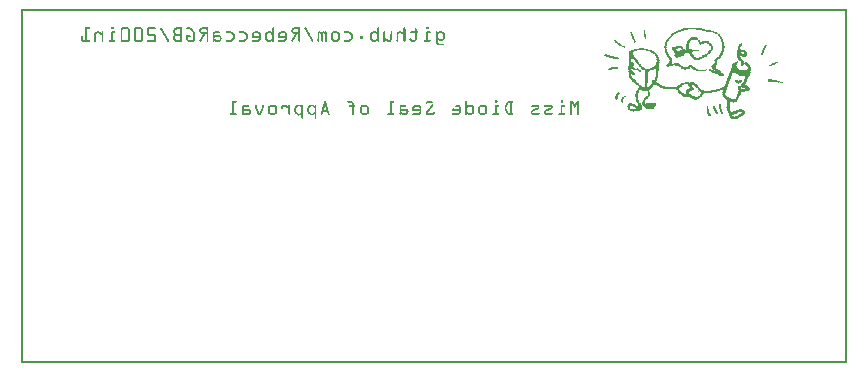
<source format=gbo>
G04 MADE WITH FRITZING*
G04 WWW.FRITZING.ORG*
G04 DOUBLE SIDED*
G04 HOLES PLATED*
G04 CONTOUR ON CENTER OF CONTOUR VECTOR*
%ASAXBY*%
%FSLAX23Y23*%
%MOIN*%
%OFA0B0*%
%SFA1.0B1.0*%
%ADD10R,0.001000X0.001000*%
%LNSILK0*%
G90*
G70*
G36*
X2080Y1112D02*
X2080Y1105D01*
X2082Y1105D01*
X2082Y1097D01*
X2084Y1097D01*
X2084Y1089D01*
X2085Y1089D01*
X2085Y1081D01*
X2080Y1081D01*
X2080Y1084D01*
X2079Y1084D01*
X2079Y1087D01*
X2077Y1087D01*
X2077Y1100D01*
X2076Y1100D01*
X2076Y1112D01*
X2080Y1112D01*
G37*
D02*
G36*
X2036Y1105D02*
X2036Y1102D01*
X2038Y1102D01*
X2038Y1099D01*
X2039Y1099D01*
X2039Y1096D01*
X2041Y1096D01*
X2041Y1091D01*
X2043Y1091D01*
X2043Y1086D01*
X2044Y1086D01*
X2044Y1082D01*
X2046Y1082D01*
X2046Y1079D01*
X2048Y1079D01*
X2048Y1074D01*
X2049Y1074D01*
X2049Y1071D01*
X2048Y1071D01*
X2048Y1069D01*
X2044Y1069D01*
X2044Y1071D01*
X2043Y1071D01*
X2043Y1076D01*
X2041Y1076D01*
X2041Y1079D01*
X2039Y1079D01*
X2039Y1082D01*
X2038Y1082D01*
X2038Y1086D01*
X2036Y1086D01*
X2036Y1091D01*
X2035Y1091D01*
X2035Y1097D01*
X2033Y1097D01*
X2033Y1100D01*
X2031Y1100D01*
X2031Y1105D01*
X2036Y1105D01*
G37*
D02*
G36*
X1984Y1077D02*
X1984Y1076D01*
X1985Y1076D01*
X1985Y1074D01*
X1987Y1074D01*
X1987Y1071D01*
X1989Y1071D01*
X1989Y1069D01*
X1990Y1069D01*
X1990Y1068D01*
X1995Y1068D01*
X1995Y1066D01*
X1997Y1066D01*
X1997Y1064D01*
X1998Y1064D01*
X1998Y1063D01*
X2002Y1063D01*
X2002Y1061D01*
X2005Y1061D01*
X2005Y1059D01*
X2007Y1059D01*
X2007Y1058D01*
X2010Y1058D01*
X2010Y1056D01*
X2013Y1056D01*
X2013Y1055D01*
X2015Y1055D01*
X2015Y1051D01*
X2010Y1051D01*
X2010Y1053D01*
X2007Y1053D01*
X2007Y1055D01*
X2003Y1055D01*
X2003Y1056D01*
X2002Y1056D01*
X2002Y1058D01*
X1998Y1058D01*
X1998Y1059D01*
X1995Y1059D01*
X1995Y1061D01*
X1992Y1061D01*
X1992Y1064D01*
X1987Y1064D01*
X1987Y1066D01*
X1985Y1066D01*
X1985Y1068D01*
X1984Y1068D01*
X1984Y1069D01*
X1980Y1069D01*
X1980Y1071D01*
X1979Y1071D01*
X1979Y1073D01*
X1977Y1073D01*
X1977Y1077D01*
X1984Y1077D01*
G37*
D02*
G36*
X2246Y1087D02*
X2246Y1086D01*
X2253Y1086D01*
X2253Y1084D01*
X2256Y1084D01*
X2256Y1082D01*
X2258Y1082D01*
X2258Y1079D01*
X2238Y1079D01*
X2238Y1077D01*
X2235Y1077D01*
X2235Y1076D01*
X2233Y1076D01*
X2233Y1074D01*
X2231Y1074D01*
X2231Y1073D01*
X2230Y1073D01*
X2230Y1069D01*
X2228Y1069D01*
X2228Y1066D01*
X2226Y1066D01*
X2226Y1059D01*
X2225Y1059D01*
X2225Y1056D01*
X2226Y1056D01*
X2226Y1048D01*
X2228Y1048D01*
X2228Y1046D01*
X2236Y1046D01*
X2236Y1045D01*
X2218Y1045D01*
X2218Y1063D01*
X2220Y1063D01*
X2220Y1069D01*
X2222Y1069D01*
X2222Y1073D01*
X2223Y1073D01*
X2223Y1076D01*
X2225Y1076D01*
X2225Y1077D01*
X2226Y1077D01*
X2226Y1079D01*
X2228Y1079D01*
X2228Y1081D01*
X2230Y1081D01*
X2230Y1084D01*
X2235Y1084D01*
X2235Y1086D01*
X2240Y1086D01*
X2240Y1087D01*
X2246Y1087D01*
G37*
D02*
G36*
X2259Y1079D02*
X2259Y1077D01*
X2261Y1077D01*
X2261Y1076D01*
X2263Y1076D01*
X2263Y1074D01*
X2264Y1074D01*
X2264Y1071D01*
X2258Y1071D01*
X2258Y1073D01*
X2256Y1073D01*
X2256Y1076D01*
X2254Y1076D01*
X2254Y1077D01*
X2249Y1077D01*
X2249Y1079D01*
X2259Y1079D01*
G37*
D02*
G36*
X2292Y1074D02*
X2292Y1073D01*
X2294Y1073D01*
X2294Y1071D01*
X2271Y1071D01*
X2271Y1073D01*
X2279Y1073D01*
X2279Y1074D01*
X2292Y1074D01*
G37*
D02*
G36*
X2295Y1071D02*
X2295Y1069D01*
X2259Y1069D01*
X2259Y1071D01*
X2295Y1071D01*
G37*
D02*
G36*
X2295Y1071D02*
X2295Y1069D01*
X2259Y1069D01*
X2259Y1071D01*
X2295Y1071D01*
G37*
D02*
G36*
X2297Y1069D02*
X2297Y1068D01*
X2299Y1068D01*
X2299Y1066D01*
X2277Y1066D01*
X2277Y1064D01*
X2269Y1064D01*
X2269Y1063D01*
X2266Y1063D01*
X2266Y1061D01*
X2264Y1061D01*
X2264Y1063D01*
X2263Y1063D01*
X2263Y1064D01*
X2261Y1064D01*
X2261Y1068D01*
X2259Y1068D01*
X2259Y1069D01*
X2297Y1069D01*
G37*
D02*
G36*
X2302Y1066D02*
X2302Y1063D01*
X2305Y1063D01*
X2305Y1059D01*
X2307Y1059D01*
X2307Y1056D01*
X2308Y1056D01*
X2308Y1046D01*
X2307Y1046D01*
X2307Y1043D01*
X2305Y1043D01*
X2305Y1041D01*
X2304Y1041D01*
X2304Y1040D01*
X2302Y1040D01*
X2302Y1036D01*
X2300Y1036D01*
X2300Y1035D01*
X2299Y1035D01*
X2299Y1033D01*
X2297Y1033D01*
X2297Y1032D01*
X2295Y1032D01*
X2295Y1030D01*
X2292Y1030D01*
X2292Y1028D01*
X2290Y1028D01*
X2290Y1027D01*
X2287Y1027D01*
X2287Y1025D01*
X2286Y1025D01*
X2286Y1022D01*
X2282Y1022D01*
X2282Y1020D01*
X2276Y1020D01*
X2276Y1018D01*
X2274Y1018D01*
X2274Y1017D01*
X2258Y1017D01*
X2258Y1018D01*
X2261Y1018D01*
X2261Y1020D01*
X2266Y1020D01*
X2266Y1022D01*
X2269Y1022D01*
X2269Y1023D01*
X2272Y1023D01*
X2272Y1027D01*
X2277Y1027D01*
X2277Y1028D01*
X2281Y1028D01*
X2281Y1030D01*
X2282Y1030D01*
X2282Y1032D01*
X2286Y1032D01*
X2286Y1033D01*
X2287Y1033D01*
X2287Y1035D01*
X2290Y1035D01*
X2290Y1036D01*
X2292Y1036D01*
X2292Y1040D01*
X2294Y1040D01*
X2294Y1041D01*
X2295Y1041D01*
X2295Y1043D01*
X2297Y1043D01*
X2297Y1045D01*
X2299Y1045D01*
X2299Y1046D01*
X2300Y1046D01*
X2300Y1056D01*
X2299Y1056D01*
X2299Y1058D01*
X2297Y1058D01*
X2297Y1059D01*
X2295Y1059D01*
X2295Y1061D01*
X2294Y1061D01*
X2294Y1063D01*
X2290Y1063D01*
X2290Y1064D01*
X2287Y1064D01*
X2287Y1066D01*
X2302Y1066D01*
G37*
D02*
G36*
X2203Y1059D02*
X2203Y1058D01*
X2205Y1058D01*
X2205Y1055D01*
X2207Y1055D01*
X2207Y1053D01*
X2208Y1053D01*
X2208Y1051D01*
X2199Y1051D01*
X2199Y1050D01*
X2190Y1050D01*
X2190Y1048D01*
X2189Y1048D01*
X2189Y1046D01*
X2185Y1046D01*
X2185Y1045D01*
X2187Y1045D01*
X2187Y1041D01*
X2174Y1041D01*
X2174Y1043D01*
X2171Y1043D01*
X2171Y1050D01*
X2172Y1050D01*
X2172Y1053D01*
X2182Y1053D01*
X2182Y1055D01*
X2185Y1055D01*
X2185Y1056D01*
X2190Y1056D01*
X2190Y1058D01*
X2197Y1058D01*
X2197Y1059D01*
X2203Y1059D01*
G37*
D02*
G36*
X2208Y1051D02*
X2208Y1048D01*
X2210Y1048D01*
X2210Y1046D01*
X2215Y1046D01*
X2215Y1045D01*
X2203Y1045D01*
X2203Y1046D01*
X2202Y1046D01*
X2202Y1048D01*
X2200Y1048D01*
X2200Y1051D01*
X2208Y1051D01*
G37*
D02*
G36*
X2259Y1045D02*
X2259Y1043D01*
X2202Y1043D01*
X2202Y1045D01*
X2259Y1045D01*
G37*
D02*
G36*
X2259Y1045D02*
X2259Y1043D01*
X2202Y1043D01*
X2202Y1045D01*
X2259Y1045D01*
G37*
D02*
G36*
X2259Y1043D02*
X2259Y1041D01*
X2197Y1041D01*
X2197Y1043D01*
X2259Y1043D01*
G37*
D02*
G36*
X2258Y1041D02*
X2258Y1040D01*
X2176Y1040D01*
X2176Y1041D01*
X2258Y1041D01*
G37*
D02*
G36*
X2258Y1041D02*
X2258Y1040D01*
X2176Y1040D01*
X2176Y1041D01*
X2258Y1041D01*
G37*
D02*
G36*
X2241Y1040D02*
X2241Y1038D01*
X2236Y1038D01*
X2236Y1036D01*
X2220Y1036D01*
X2220Y1035D01*
X2215Y1035D01*
X2215Y1033D01*
X2199Y1033D01*
X2199Y1032D01*
X2179Y1032D01*
X2179Y1033D01*
X2181Y1033D01*
X2181Y1035D01*
X2177Y1035D01*
X2177Y1036D01*
X2179Y1036D01*
X2179Y1038D01*
X2177Y1038D01*
X2177Y1040D01*
X2241Y1040D01*
G37*
D02*
G36*
X2236Y1036D02*
X2236Y1032D01*
X2238Y1032D01*
X2238Y1030D01*
X2240Y1030D01*
X2240Y1028D01*
X2241Y1028D01*
X2241Y1027D01*
X2243Y1027D01*
X2243Y1023D01*
X2244Y1023D01*
X2244Y1022D01*
X2248Y1022D01*
X2248Y1020D01*
X2249Y1020D01*
X2249Y1018D01*
X2253Y1018D01*
X2253Y1017D01*
X2238Y1017D01*
X2238Y1018D01*
X2236Y1018D01*
X2236Y1020D01*
X2235Y1020D01*
X2235Y1022D01*
X2233Y1022D01*
X2233Y1025D01*
X2231Y1025D01*
X2231Y1027D01*
X2230Y1027D01*
X2230Y1030D01*
X2228Y1030D01*
X2228Y1032D01*
X2226Y1032D01*
X2226Y1033D01*
X2225Y1033D01*
X2225Y1035D01*
X2222Y1035D01*
X2222Y1036D01*
X2236Y1036D01*
G37*
D02*
G36*
X2215Y1033D02*
X2215Y1032D01*
X2200Y1032D01*
X2200Y1033D01*
X2215Y1033D01*
G37*
D02*
G36*
X2213Y1032D02*
X2213Y1030D01*
X2179Y1030D01*
X2179Y1032D01*
X2213Y1032D01*
G37*
D02*
G36*
X2213Y1032D02*
X2213Y1030D01*
X2179Y1030D01*
X2179Y1032D01*
X2213Y1032D01*
G37*
D02*
G36*
X2212Y1030D02*
X2212Y1027D01*
X2210Y1027D01*
X2210Y1025D01*
X2208Y1025D01*
X2208Y1023D01*
X2200Y1023D01*
X2200Y1022D01*
X2195Y1022D01*
X2195Y1020D01*
X2192Y1020D01*
X2192Y1018D01*
X2184Y1018D01*
X2184Y1020D01*
X2181Y1020D01*
X2181Y1022D01*
X2179Y1022D01*
X2179Y1023D01*
X2177Y1023D01*
X2177Y1027D01*
X2179Y1027D01*
X2179Y1030D01*
X2212Y1030D01*
G37*
D02*
G36*
X2271Y1017D02*
X2271Y1015D01*
X2240Y1015D01*
X2240Y1017D01*
X2271Y1017D01*
G37*
D02*
G36*
X2271Y1017D02*
X2271Y1015D01*
X2240Y1015D01*
X2240Y1017D01*
X2271Y1017D01*
G37*
D02*
G36*
X2267Y1015D02*
X2267Y1014D01*
X2263Y1014D01*
X2263Y1012D01*
X2259Y1012D01*
X2259Y1010D01*
X2246Y1010D01*
X2246Y1012D01*
X2243Y1012D01*
X2243Y1014D01*
X2241Y1014D01*
X2241Y1015D01*
X2267Y1015D01*
G37*
D02*
G36*
X2405Y1066D02*
X2405Y1061D01*
X2404Y1061D01*
X2404Y1059D01*
X2402Y1059D01*
X2402Y1058D01*
X2400Y1058D01*
X2400Y1055D01*
X2399Y1055D01*
X2399Y1053D01*
X2397Y1053D01*
X2397Y1046D01*
X2400Y1046D01*
X2400Y1045D01*
X2412Y1045D01*
X2412Y1043D01*
X2415Y1043D01*
X2415Y1041D01*
X2417Y1041D01*
X2417Y1040D01*
X2418Y1040D01*
X2418Y1036D01*
X2402Y1036D01*
X2402Y1033D01*
X2404Y1033D01*
X2404Y1032D01*
X2387Y1032D01*
X2387Y1043D01*
X2389Y1043D01*
X2389Y1053D01*
X2390Y1053D01*
X2390Y1056D01*
X2392Y1056D01*
X2392Y1059D01*
X2394Y1059D01*
X2394Y1061D01*
X2395Y1061D01*
X2395Y1063D01*
X2397Y1063D01*
X2397Y1064D01*
X2400Y1064D01*
X2400Y1066D01*
X2405Y1066D01*
G37*
D02*
G36*
X2420Y1036D02*
X2420Y1035D01*
X2422Y1035D01*
X2422Y1032D01*
X2410Y1032D01*
X2410Y1033D01*
X2412Y1033D01*
X2412Y1036D01*
X2420Y1036D01*
G37*
D02*
G36*
X2420Y1032D02*
X2420Y1030D01*
X2387Y1030D01*
X2387Y1032D01*
X2420Y1032D01*
G37*
D02*
G36*
X2420Y1032D02*
X2420Y1030D01*
X2387Y1030D01*
X2387Y1032D01*
X2420Y1032D01*
G37*
D02*
G36*
X2420Y1030D02*
X2420Y1025D01*
X2418Y1025D01*
X2418Y1023D01*
X2397Y1023D01*
X2397Y1022D01*
X2386Y1022D01*
X2386Y1030D01*
X2420Y1030D01*
G37*
D02*
G36*
X2417Y1023D02*
X2417Y1022D01*
X2404Y1022D01*
X2404Y1023D01*
X2417Y1023D01*
G37*
D02*
G36*
X2402Y1023D02*
X2402Y1022D01*
X2399Y1022D01*
X2399Y1023D01*
X2402Y1023D01*
G37*
D02*
G36*
X2399Y1022D02*
X2399Y1018D01*
X2400Y1018D01*
X2400Y1017D01*
X2402Y1017D01*
X2402Y1014D01*
X2404Y1014D01*
X2404Y1010D01*
X2407Y1010D01*
X2407Y1009D01*
X2409Y1009D01*
X2409Y999D01*
X2410Y999D01*
X2410Y997D01*
X2409Y997D01*
X2409Y995D01*
X2407Y995D01*
X2407Y992D01*
X2405Y992D01*
X2405Y991D01*
X2399Y991D01*
X2399Y999D01*
X2400Y999D01*
X2400Y1004D01*
X2399Y1004D01*
X2399Y1007D01*
X2397Y1007D01*
X2397Y1009D01*
X2395Y1009D01*
X2395Y1010D01*
X2392Y1010D01*
X2392Y1014D01*
X2390Y1014D01*
X2390Y1015D01*
X2389Y1015D01*
X2389Y1018D01*
X2387Y1018D01*
X2387Y1020D01*
X2386Y1020D01*
X2386Y1022D01*
X2399Y1022D01*
G37*
D02*
G36*
X2486Y1061D02*
X2486Y1056D01*
X2484Y1056D01*
X2484Y1051D01*
X2482Y1051D01*
X2482Y1048D01*
X2481Y1048D01*
X2481Y1045D01*
X2479Y1045D01*
X2479Y1043D01*
X2477Y1043D01*
X2477Y1040D01*
X2476Y1040D01*
X2476Y1033D01*
X2474Y1033D01*
X2474Y1032D01*
X2473Y1032D01*
X2473Y1027D01*
X2466Y1027D01*
X2466Y1032D01*
X2468Y1032D01*
X2468Y1035D01*
X2469Y1035D01*
X2469Y1040D01*
X2471Y1040D01*
X2471Y1043D01*
X2473Y1043D01*
X2473Y1045D01*
X2474Y1045D01*
X2474Y1050D01*
X2476Y1050D01*
X2476Y1055D01*
X2477Y1055D01*
X2477Y1058D01*
X2479Y1058D01*
X2479Y1059D01*
X2481Y1059D01*
X2481Y1061D01*
X2486Y1061D01*
G37*
D02*
G36*
X1954Y1030D02*
X1954Y1028D01*
X1961Y1028D01*
X1961Y1027D01*
X1964Y1027D01*
X1964Y1025D01*
X1971Y1025D01*
X1971Y1023D01*
X1977Y1023D01*
X1977Y1022D01*
X1985Y1022D01*
X1985Y1020D01*
X1990Y1020D01*
X1990Y1018D01*
X1994Y1018D01*
X1994Y1015D01*
X1992Y1015D01*
X1992Y1014D01*
X1984Y1014D01*
X1984Y1015D01*
X1975Y1015D01*
X1975Y1017D01*
X1971Y1017D01*
X1971Y1018D01*
X1959Y1018D01*
X1959Y1020D01*
X1956Y1020D01*
X1956Y1022D01*
X1949Y1022D01*
X1949Y1023D01*
X1946Y1023D01*
X1946Y1025D01*
X1944Y1025D01*
X1944Y1028D01*
X1946Y1028D01*
X1946Y1030D01*
X1954Y1030D01*
G37*
D02*
G36*
X2523Y1005D02*
X2523Y1004D01*
X2525Y1004D01*
X2525Y1002D01*
X2523Y1002D01*
X2523Y1000D01*
X2518Y1000D01*
X2518Y999D01*
X2515Y999D01*
X2515Y997D01*
X2514Y997D01*
X2514Y995D01*
X2510Y995D01*
X2510Y994D01*
X2505Y994D01*
X2505Y992D01*
X2500Y992D01*
X2500Y991D01*
X2495Y991D01*
X2495Y995D01*
X2499Y995D01*
X2499Y997D01*
X2502Y997D01*
X2502Y999D01*
X2505Y999D01*
X2505Y1000D01*
X2509Y1000D01*
X2509Y1002D01*
X2515Y1002D01*
X2515Y1004D01*
X2518Y1004D01*
X2518Y1005D01*
X2523Y1005D01*
G37*
D02*
G36*
X1984Y989D02*
X1984Y987D01*
X1990Y987D01*
X1990Y984D01*
X1992Y984D01*
X1992Y982D01*
X1990Y982D01*
X1990Y981D01*
X1972Y981D01*
X1972Y979D01*
X1967Y979D01*
X1967Y977D01*
X1957Y977D01*
X1957Y982D01*
X1959Y982D01*
X1959Y984D01*
X1967Y984D01*
X1967Y986D01*
X1969Y986D01*
X1969Y987D01*
X1975Y987D01*
X1975Y989D01*
X1984Y989D01*
G37*
D02*
G36*
X2241Y1120D02*
X2241Y1119D01*
X2263Y1119D01*
X2263Y1117D01*
X2271Y1117D01*
X2271Y1115D01*
X2277Y1115D01*
X2277Y1114D01*
X2225Y1114D01*
X2225Y1112D01*
X2220Y1112D01*
X2220Y1110D01*
X2210Y1110D01*
X2210Y1109D01*
X2203Y1109D01*
X2203Y1107D01*
X2199Y1107D01*
X2199Y1105D01*
X2195Y1105D01*
X2195Y1104D01*
X2192Y1104D01*
X2192Y1102D01*
X2189Y1102D01*
X2189Y1100D01*
X2184Y1100D01*
X2184Y1099D01*
X2181Y1099D01*
X2181Y1097D01*
X2179Y1097D01*
X2179Y1096D01*
X2176Y1096D01*
X2176Y1094D01*
X2174Y1094D01*
X2174Y1092D01*
X2172Y1092D01*
X2172Y1091D01*
X2171Y1091D01*
X2171Y1089D01*
X2169Y1089D01*
X2169Y1086D01*
X2167Y1086D01*
X2167Y1084D01*
X2164Y1084D01*
X2164Y1081D01*
X2162Y1081D01*
X2162Y1079D01*
X2161Y1079D01*
X2161Y1077D01*
X2159Y1077D01*
X2159Y1074D01*
X2158Y1074D01*
X2158Y1073D01*
X2156Y1073D01*
X2156Y1071D01*
X2154Y1071D01*
X2154Y1066D01*
X2153Y1066D01*
X2153Y1058D01*
X2151Y1058D01*
X2151Y1053D01*
X2153Y1053D01*
X2153Y1050D01*
X2151Y1050D01*
X2151Y1046D01*
X2153Y1046D01*
X2153Y1041D01*
X2154Y1041D01*
X2154Y1038D01*
X2156Y1038D01*
X2156Y1035D01*
X2158Y1035D01*
X2158Y1032D01*
X2159Y1032D01*
X2159Y1030D01*
X2161Y1030D01*
X2161Y1027D01*
X2162Y1027D01*
X2162Y1023D01*
X2164Y1023D01*
X2164Y1022D01*
X2166Y1022D01*
X2166Y1020D01*
X2167Y1020D01*
X2167Y1018D01*
X2171Y1018D01*
X2171Y1017D01*
X2172Y1017D01*
X2172Y1009D01*
X2171Y1009D01*
X2171Y1005D01*
X2169Y1005D01*
X2169Y1002D01*
X2167Y1002D01*
X2167Y1000D01*
X2169Y1000D01*
X2169Y999D01*
X2158Y999D01*
X2158Y1000D01*
X2159Y1000D01*
X2159Y1002D01*
X2161Y1002D01*
X2161Y1004D01*
X2162Y1004D01*
X2162Y1009D01*
X2164Y1009D01*
X2164Y1012D01*
X2162Y1012D01*
X2162Y1014D01*
X2161Y1014D01*
X2161Y1015D01*
X2159Y1015D01*
X2159Y1018D01*
X2156Y1018D01*
X2156Y1020D01*
X2154Y1020D01*
X2154Y1025D01*
X2153Y1025D01*
X2153Y1027D01*
X2151Y1027D01*
X2151Y1032D01*
X2149Y1032D01*
X2149Y1035D01*
X2148Y1035D01*
X2148Y1038D01*
X2146Y1038D01*
X2146Y1050D01*
X2144Y1050D01*
X2144Y1058D01*
X2146Y1058D01*
X2146Y1068D01*
X2148Y1068D01*
X2148Y1071D01*
X2149Y1071D01*
X2149Y1074D01*
X2151Y1074D01*
X2151Y1077D01*
X2153Y1077D01*
X2153Y1079D01*
X2154Y1079D01*
X2154Y1081D01*
X2156Y1081D01*
X2156Y1082D01*
X2158Y1082D01*
X2158Y1084D01*
X2159Y1084D01*
X2159Y1086D01*
X2161Y1086D01*
X2161Y1087D01*
X2162Y1087D01*
X2162Y1089D01*
X2164Y1089D01*
X2164Y1092D01*
X2166Y1092D01*
X2166Y1094D01*
X2167Y1094D01*
X2167Y1096D01*
X2169Y1096D01*
X2169Y1097D01*
X2171Y1097D01*
X2171Y1099D01*
X2172Y1099D01*
X2172Y1100D01*
X2174Y1100D01*
X2174Y1102D01*
X2177Y1102D01*
X2177Y1104D01*
X2181Y1104D01*
X2181Y1105D01*
X2184Y1105D01*
X2184Y1107D01*
X2187Y1107D01*
X2187Y1109D01*
X2190Y1109D01*
X2190Y1110D01*
X2194Y1110D01*
X2194Y1112D01*
X2200Y1112D01*
X2200Y1114D01*
X2203Y1114D01*
X2203Y1115D01*
X2208Y1115D01*
X2208Y1117D01*
X2215Y1117D01*
X2215Y1119D01*
X2240Y1119D01*
X2240Y1120D01*
X2241Y1120D01*
G37*
D02*
G36*
X2282Y1114D02*
X2282Y1112D01*
X2287Y1112D01*
X2287Y1110D01*
X2299Y1110D01*
X2299Y1109D01*
X2307Y1109D01*
X2307Y1107D01*
X2312Y1107D01*
X2312Y1105D01*
X2290Y1105D01*
X2290Y1104D01*
X2287Y1104D01*
X2287Y1105D01*
X2284Y1105D01*
X2284Y1107D01*
X2281Y1107D01*
X2281Y1109D01*
X2272Y1109D01*
X2272Y1110D01*
X2261Y1110D01*
X2261Y1112D01*
X2249Y1112D01*
X2249Y1114D01*
X2282Y1114D01*
G37*
D02*
G36*
X2317Y1105D02*
X2317Y1104D01*
X2320Y1104D01*
X2320Y1102D01*
X2322Y1102D01*
X2322Y1100D01*
X2325Y1100D01*
X2325Y1099D01*
X2327Y1099D01*
X2327Y1097D01*
X2328Y1097D01*
X2328Y1096D01*
X2330Y1096D01*
X2330Y1094D01*
X2331Y1094D01*
X2331Y1092D01*
X2333Y1092D01*
X2333Y1091D01*
X2335Y1091D01*
X2335Y1087D01*
X2336Y1087D01*
X2336Y1084D01*
X2338Y1084D01*
X2338Y1081D01*
X2340Y1081D01*
X2340Y1077D01*
X2341Y1077D01*
X2341Y1071D01*
X2343Y1071D01*
X2343Y1066D01*
X2345Y1066D01*
X2345Y1058D01*
X2346Y1058D01*
X2346Y1050D01*
X2345Y1050D01*
X2345Y1040D01*
X2343Y1040D01*
X2343Y1038D01*
X2341Y1038D01*
X2341Y1033D01*
X2340Y1033D01*
X2340Y1028D01*
X2338Y1028D01*
X2338Y1027D01*
X2336Y1027D01*
X2336Y1025D01*
X2335Y1025D01*
X2335Y1022D01*
X2333Y1022D01*
X2333Y1018D01*
X2331Y1018D01*
X2331Y1017D01*
X2330Y1017D01*
X2330Y1015D01*
X2328Y1015D01*
X2328Y1014D01*
X2325Y1014D01*
X2325Y1012D01*
X2323Y1012D01*
X2323Y1010D01*
X2322Y1010D01*
X2322Y1002D01*
X2320Y1002D01*
X2320Y995D01*
X2318Y995D01*
X2318Y994D01*
X2317Y994D01*
X2317Y992D01*
X2315Y992D01*
X2315Y991D01*
X2317Y991D01*
X2317Y984D01*
X2318Y984D01*
X2318Y982D01*
X2305Y982D01*
X2305Y981D01*
X2304Y981D01*
X2304Y986D01*
X2302Y986D01*
X2302Y987D01*
X2300Y987D01*
X2300Y992D01*
X2304Y992D01*
X2304Y994D01*
X2307Y994D01*
X2307Y995D01*
X2308Y995D01*
X2308Y997D01*
X2310Y997D01*
X2310Y999D01*
X2312Y999D01*
X2312Y1002D01*
X2313Y1002D01*
X2313Y1007D01*
X2312Y1007D01*
X2312Y1012D01*
X2313Y1012D01*
X2313Y1014D01*
X2315Y1014D01*
X2315Y1015D01*
X2318Y1015D01*
X2318Y1017D01*
X2320Y1017D01*
X2320Y1018D01*
X2322Y1018D01*
X2322Y1020D01*
X2323Y1020D01*
X2323Y1022D01*
X2327Y1022D01*
X2327Y1025D01*
X2328Y1025D01*
X2328Y1027D01*
X2330Y1027D01*
X2330Y1030D01*
X2331Y1030D01*
X2331Y1033D01*
X2333Y1033D01*
X2333Y1035D01*
X2335Y1035D01*
X2335Y1040D01*
X2336Y1040D01*
X2336Y1043D01*
X2338Y1043D01*
X2338Y1066D01*
X2336Y1066D01*
X2336Y1071D01*
X2335Y1071D01*
X2335Y1076D01*
X2333Y1076D01*
X2333Y1081D01*
X2331Y1081D01*
X2331Y1084D01*
X2330Y1084D01*
X2330Y1086D01*
X2328Y1086D01*
X2328Y1089D01*
X2327Y1089D01*
X2327Y1091D01*
X2325Y1091D01*
X2325Y1094D01*
X2323Y1094D01*
X2323Y1096D01*
X2320Y1096D01*
X2320Y1097D01*
X2317Y1097D01*
X2317Y1099D01*
X2315Y1099D01*
X2315Y1100D01*
X2310Y1100D01*
X2310Y1102D01*
X2308Y1102D01*
X2308Y1104D01*
X2300Y1104D01*
X2300Y1105D01*
X2317Y1105D01*
G37*
D02*
G36*
X2195Y1000D02*
X2195Y999D01*
X2185Y999D01*
X2185Y1000D01*
X2195Y1000D01*
G37*
D02*
G36*
X2184Y1000D02*
X2184Y999D01*
X2177Y999D01*
X2177Y1000D01*
X2184Y1000D01*
G37*
D02*
G36*
X2197Y999D02*
X2197Y997D01*
X2156Y997D01*
X2156Y999D01*
X2197Y999D01*
G37*
D02*
G36*
X2197Y999D02*
X2197Y997D01*
X2156Y997D01*
X2156Y999D01*
X2197Y999D01*
G37*
D02*
G36*
X2197Y999D02*
X2197Y997D01*
X2156Y997D01*
X2156Y999D01*
X2197Y999D01*
G37*
D02*
G36*
X2197Y997D02*
X2197Y995D01*
X2199Y995D01*
X2199Y994D01*
X2174Y994D01*
X2174Y992D01*
X2167Y992D01*
X2167Y991D01*
X2161Y991D01*
X2161Y989D01*
X2153Y989D01*
X2153Y991D01*
X2149Y991D01*
X2149Y992D01*
X2151Y992D01*
X2151Y994D01*
X2153Y994D01*
X2153Y995D01*
X2154Y995D01*
X2154Y997D01*
X2197Y997D01*
G37*
D02*
G36*
X2233Y995D02*
X2233Y994D01*
X2236Y994D01*
X2236Y992D01*
X2238Y992D01*
X2238Y991D01*
X2241Y991D01*
X2241Y989D01*
X2243Y989D01*
X2243Y987D01*
X2218Y987D01*
X2218Y989D01*
X2225Y989D01*
X2225Y991D01*
X2226Y991D01*
X2226Y994D01*
X2228Y994D01*
X2228Y995D01*
X2233Y995D01*
G37*
D02*
G36*
X2202Y994D02*
X2202Y992D01*
X2205Y992D01*
X2205Y991D01*
X2208Y991D01*
X2208Y989D01*
X2213Y989D01*
X2213Y987D01*
X2197Y987D01*
X2197Y989D01*
X2195Y989D01*
X2195Y991D01*
X2194Y991D01*
X2194Y992D01*
X2182Y992D01*
X2182Y994D01*
X2202Y994D01*
G37*
D02*
G36*
X2246Y987D02*
X2246Y986D01*
X2199Y986D01*
X2199Y987D01*
X2246Y987D01*
G37*
D02*
G36*
X2246Y987D02*
X2246Y986D01*
X2199Y986D01*
X2199Y987D01*
X2246Y987D01*
G37*
D02*
G36*
X2248Y986D02*
X2248Y984D01*
X2249Y984D01*
X2249Y982D01*
X2253Y982D01*
X2253Y981D01*
X2256Y981D01*
X2256Y979D01*
X2269Y979D01*
X2269Y977D01*
X2244Y977D01*
X2244Y979D01*
X2241Y979D01*
X2241Y981D01*
X2240Y981D01*
X2240Y982D01*
X2236Y982D01*
X2236Y984D01*
X2235Y984D01*
X2235Y986D01*
X2248Y986D01*
G37*
D02*
G36*
X2231Y986D02*
X2231Y984D01*
X2230Y984D01*
X2230Y982D01*
X2226Y982D01*
X2226Y981D01*
X2217Y981D01*
X2217Y979D01*
X2212Y979D01*
X2212Y981D01*
X2205Y981D01*
X2205Y982D01*
X2202Y982D01*
X2202Y984D01*
X2200Y984D01*
X2200Y986D01*
X2231Y986D01*
G37*
D02*
G36*
X2320Y982D02*
X2320Y981D01*
X2323Y981D01*
X2323Y979D01*
X2327Y979D01*
X2327Y977D01*
X2328Y977D01*
X2328Y976D01*
X2330Y976D01*
X2330Y974D01*
X2313Y974D01*
X2313Y976D01*
X2312Y976D01*
X2312Y977D01*
X2310Y977D01*
X2310Y979D01*
X2308Y979D01*
X2308Y981D01*
X2307Y981D01*
X2307Y982D01*
X2320Y982D01*
G37*
D02*
G36*
X2299Y981D02*
X2299Y979D01*
X2302Y979D01*
X2302Y977D01*
X2307Y977D01*
X2307Y976D01*
X2292Y976D01*
X2292Y979D01*
X2294Y979D01*
X2294Y981D01*
X2299Y981D01*
G37*
D02*
G36*
X2287Y981D02*
X2287Y979D01*
X2289Y979D01*
X2289Y977D01*
X2271Y977D01*
X2271Y979D01*
X2284Y979D01*
X2284Y981D01*
X2287Y981D01*
G37*
D02*
G36*
X2287Y977D02*
X2287Y976D01*
X2246Y976D01*
X2246Y977D01*
X2287Y977D01*
G37*
D02*
G36*
X2287Y977D02*
X2287Y976D01*
X2246Y976D01*
X2246Y977D01*
X2287Y977D01*
G37*
D02*
G36*
X2312Y976D02*
X2312Y974D01*
X2294Y974D01*
X2294Y976D01*
X2312Y976D01*
G37*
D02*
G36*
X2284Y976D02*
X2284Y974D01*
X2279Y974D01*
X2279Y973D01*
X2254Y973D01*
X2254Y974D01*
X2249Y974D01*
X2249Y976D01*
X2284Y976D01*
G37*
D02*
G36*
X2331Y974D02*
X2331Y973D01*
X2295Y973D01*
X2295Y974D01*
X2331Y974D01*
G37*
D02*
G36*
X2331Y974D02*
X2331Y973D01*
X2295Y973D01*
X2295Y974D01*
X2331Y974D01*
G37*
D02*
G36*
X2335Y973D02*
X2335Y969D01*
X2338Y969D01*
X2338Y968D01*
X2340Y968D01*
X2340Y966D01*
X2341Y966D01*
X2341Y963D01*
X2343Y963D01*
X2343Y959D01*
X2341Y959D01*
X2341Y958D01*
X2333Y958D01*
X2333Y959D01*
X2327Y959D01*
X2327Y961D01*
X2323Y961D01*
X2323Y963D01*
X2320Y963D01*
X2320Y964D01*
X2315Y964D01*
X2315Y966D01*
X2312Y966D01*
X2312Y968D01*
X2307Y968D01*
X2307Y969D01*
X2304Y969D01*
X2304Y971D01*
X2300Y971D01*
X2300Y973D01*
X2335Y973D01*
G37*
D02*
G36*
X2504Y946D02*
X2504Y945D01*
X2512Y945D01*
X2512Y943D01*
X2522Y943D01*
X2522Y941D01*
X2527Y941D01*
X2527Y940D01*
X2532Y940D01*
X2532Y938D01*
X2536Y938D01*
X2536Y936D01*
X2527Y936D01*
X2527Y935D01*
X2523Y935D01*
X2523Y936D01*
X2507Y936D01*
X2507Y938D01*
X2492Y938D01*
X2492Y940D01*
X2491Y940D01*
X2491Y945D01*
X2492Y945D01*
X2492Y946D01*
X2504Y946D01*
G37*
D02*
G36*
X2540Y936D02*
X2540Y935D01*
X2530Y935D01*
X2530Y936D01*
X2540Y936D01*
G37*
D02*
G36*
X2402Y945D02*
X2402Y943D01*
X2404Y943D01*
X2404Y940D01*
X2394Y940D01*
X2394Y941D01*
X2395Y941D01*
X2395Y943D01*
X2399Y943D01*
X2399Y945D01*
X2402Y945D01*
G37*
D02*
G36*
X2389Y945D02*
X2389Y943D01*
X2390Y943D01*
X2390Y941D01*
X2392Y941D01*
X2392Y940D01*
X2382Y940D01*
X2382Y945D01*
X2389Y945D01*
G37*
D02*
G36*
X2404Y940D02*
X2404Y938D01*
X2382Y938D01*
X2382Y940D01*
X2404Y940D01*
G37*
D02*
G36*
X2404Y940D02*
X2404Y938D01*
X2382Y938D01*
X2382Y940D01*
X2404Y940D01*
G37*
D02*
G36*
X2404Y938D02*
X2404Y936D01*
X2402Y936D01*
X2402Y935D01*
X2400Y935D01*
X2400Y933D01*
X2394Y933D01*
X2394Y931D01*
X2390Y931D01*
X2390Y933D01*
X2386Y933D01*
X2386Y935D01*
X2384Y935D01*
X2384Y936D01*
X2382Y936D01*
X2382Y938D01*
X2404Y938D01*
G37*
D02*
G36*
X2259Y907D02*
X2259Y905D01*
X2258Y905D01*
X2258Y907D01*
X2259Y907D01*
G37*
D02*
G36*
X1994Y904D02*
X1994Y902D01*
X1997Y902D01*
X1997Y897D01*
X1994Y897D01*
X1994Y895D01*
X1992Y895D01*
X1992Y894D01*
X1990Y894D01*
X1990Y889D01*
X1989Y889D01*
X1989Y881D01*
X1987Y881D01*
X1987Y879D01*
X1984Y879D01*
X1984Y882D01*
X1982Y882D01*
X1982Y890D01*
X1984Y890D01*
X1984Y897D01*
X1985Y897D01*
X1985Y899D01*
X1987Y899D01*
X1987Y900D01*
X1989Y900D01*
X1989Y902D01*
X1992Y902D01*
X1992Y904D01*
X1994Y904D01*
G37*
D02*
G36*
X2016Y890D02*
X2016Y887D01*
X2015Y887D01*
X2015Y886D01*
X2012Y886D01*
X2012Y882D01*
X2010Y882D01*
X2010Y881D01*
X2008Y881D01*
X2008Y869D01*
X2005Y869D01*
X2005Y868D01*
X2003Y868D01*
X2003Y871D01*
X2002Y871D01*
X2002Y882D01*
X2003Y882D01*
X2003Y886D01*
X2005Y886D01*
X2005Y887D01*
X2007Y887D01*
X2007Y889D01*
X2010Y889D01*
X2010Y890D01*
X2016Y890D01*
G37*
D02*
G36*
X2331Y866D02*
X2331Y864D01*
X2333Y864D01*
X2333Y859D01*
X2331Y859D01*
X2331Y858D01*
X2333Y858D01*
X2333Y851D01*
X2335Y851D01*
X2335Y846D01*
X2336Y846D01*
X2336Y841D01*
X2338Y841D01*
X2338Y838D01*
X2340Y838D01*
X2340Y830D01*
X2338Y830D01*
X2338Y831D01*
X2335Y831D01*
X2335Y836D01*
X2333Y836D01*
X2333Y838D01*
X2331Y838D01*
X2331Y843D01*
X2330Y843D01*
X2330Y846D01*
X2328Y846D01*
X2328Y851D01*
X2327Y851D01*
X2327Y853D01*
X2328Y853D01*
X2328Y854D01*
X2327Y854D01*
X2327Y861D01*
X2328Y861D01*
X2328Y864D01*
X2330Y864D01*
X2330Y866D01*
X2331Y866D01*
G37*
D02*
G36*
X2312Y859D02*
X2312Y858D01*
X2313Y858D01*
X2313Y853D01*
X2315Y853D01*
X2315Y851D01*
X2317Y851D01*
X2317Y845D01*
X2318Y845D01*
X2318Y843D01*
X2320Y843D01*
X2320Y841D01*
X2322Y841D01*
X2322Y838D01*
X2323Y838D01*
X2323Y835D01*
X2325Y835D01*
X2325Y830D01*
X2318Y830D01*
X2318Y831D01*
X2317Y831D01*
X2317Y833D01*
X2315Y833D01*
X2315Y835D01*
X2313Y835D01*
X2313Y840D01*
X2312Y840D01*
X2312Y843D01*
X2310Y843D01*
X2310Y846D01*
X2307Y846D01*
X2307Y853D01*
X2308Y853D01*
X2308Y858D01*
X2310Y858D01*
X2310Y859D01*
X2312Y859D01*
G37*
D02*
G36*
X2290Y856D02*
X2290Y853D01*
X2292Y853D01*
X2292Y848D01*
X2294Y848D01*
X2294Y835D01*
X2295Y835D01*
X2295Y833D01*
X2297Y833D01*
X2297Y831D01*
X2299Y831D01*
X2299Y828D01*
X2300Y828D01*
X2300Y823D01*
X2294Y823D01*
X2294Y825D01*
X2292Y825D01*
X2292Y827D01*
X2290Y827D01*
X2290Y830D01*
X2287Y830D01*
X2287Y835D01*
X2286Y835D01*
X2286Y846D01*
X2284Y846D01*
X2284Y848D01*
X2286Y848D01*
X2286Y853D01*
X2284Y853D01*
X2284Y854D01*
X2287Y854D01*
X2287Y856D01*
X2290Y856D01*
G37*
D02*
G36*
X2076Y1050D02*
X2076Y1048D01*
X2087Y1048D01*
X2087Y1046D01*
X2092Y1046D01*
X2092Y1045D01*
X2097Y1045D01*
X2097Y1043D01*
X2054Y1043D01*
X2054Y1041D01*
X2049Y1041D01*
X2049Y1040D01*
X2044Y1040D01*
X2044Y1038D01*
X2041Y1038D01*
X2041Y1036D01*
X2039Y1036D01*
X2039Y1032D01*
X2041Y1032D01*
X2041Y1027D01*
X2043Y1027D01*
X2043Y1025D01*
X2044Y1025D01*
X2044Y1022D01*
X2046Y1022D01*
X2046Y1020D01*
X2048Y1020D01*
X2048Y1018D01*
X2036Y1018D01*
X2036Y1015D01*
X2035Y1015D01*
X2035Y1004D01*
X2039Y1004D01*
X2039Y1002D01*
X2041Y1002D01*
X2041Y1000D01*
X2043Y1000D01*
X2043Y995D01*
X2044Y995D01*
X2044Y992D01*
X2041Y992D01*
X2041Y989D01*
X2043Y989D01*
X2043Y987D01*
X2044Y987D01*
X2044Y984D01*
X2033Y984D01*
X2033Y982D01*
X2025Y982D01*
X2025Y991D01*
X2026Y991D01*
X2026Y1009D01*
X2028Y1009D01*
X2028Y1040D01*
X2030Y1040D01*
X2030Y1041D01*
X2035Y1041D01*
X2035Y1043D01*
X2039Y1043D01*
X2039Y1045D01*
X2044Y1045D01*
X2044Y1046D01*
X2054Y1046D01*
X2054Y1048D01*
X2062Y1048D01*
X2062Y1050D01*
X2076Y1050D01*
G37*
D02*
G36*
X2103Y1043D02*
X2103Y1041D01*
X2107Y1041D01*
X2107Y1040D01*
X2110Y1040D01*
X2110Y1038D01*
X2112Y1038D01*
X2112Y1036D01*
X2113Y1036D01*
X2113Y1035D01*
X2117Y1035D01*
X2117Y1032D01*
X2120Y1032D01*
X2120Y1030D01*
X2121Y1030D01*
X2121Y1028D01*
X2123Y1028D01*
X2123Y1025D01*
X2125Y1025D01*
X2125Y1022D01*
X2126Y1022D01*
X2126Y1018D01*
X2128Y1018D01*
X2128Y1012D01*
X2130Y1012D01*
X2130Y1007D01*
X2128Y1007D01*
X2128Y1005D01*
X2130Y1005D01*
X2130Y1002D01*
X2128Y1002D01*
X2128Y994D01*
X2126Y994D01*
X2126Y984D01*
X2117Y984D01*
X2117Y982D01*
X2113Y982D01*
X2113Y981D01*
X2094Y981D01*
X2094Y982D01*
X2097Y982D01*
X2097Y984D01*
X2103Y984D01*
X2103Y986D01*
X2107Y986D01*
X2107Y987D01*
X2108Y987D01*
X2108Y989D01*
X2110Y989D01*
X2110Y991D01*
X2113Y991D01*
X2113Y992D01*
X2115Y992D01*
X2115Y994D01*
X2117Y994D01*
X2117Y999D01*
X2118Y999D01*
X2118Y1004D01*
X2120Y1004D01*
X2120Y1007D01*
X2118Y1007D01*
X2118Y1009D01*
X2120Y1009D01*
X2120Y1012D01*
X2118Y1012D01*
X2118Y1014D01*
X2120Y1014D01*
X2120Y1017D01*
X2118Y1017D01*
X2118Y1022D01*
X2117Y1022D01*
X2117Y1025D01*
X2115Y1025D01*
X2115Y1027D01*
X2113Y1027D01*
X2113Y1030D01*
X2110Y1030D01*
X2110Y1032D01*
X2107Y1032D01*
X2107Y1033D01*
X2105Y1033D01*
X2105Y1035D01*
X2102Y1035D01*
X2102Y1036D01*
X2100Y1036D01*
X2100Y1038D01*
X2097Y1038D01*
X2097Y1040D01*
X2090Y1040D01*
X2090Y1041D01*
X2084Y1041D01*
X2084Y1043D01*
X2103Y1043D01*
G37*
D02*
G36*
X2048Y1018D02*
X2048Y1017D01*
X2049Y1017D01*
X2049Y1015D01*
X2053Y1015D01*
X2053Y1012D01*
X2054Y1012D01*
X2054Y1010D01*
X2056Y1010D01*
X2056Y1007D01*
X2057Y1007D01*
X2057Y1004D01*
X2059Y1004D01*
X2059Y1002D01*
X2061Y1002D01*
X2061Y1000D01*
X2062Y1000D01*
X2062Y999D01*
X2064Y999D01*
X2064Y997D01*
X2066Y997D01*
X2066Y995D01*
X2067Y995D01*
X2067Y992D01*
X2071Y992D01*
X2071Y991D01*
X2072Y991D01*
X2072Y989D01*
X2074Y989D01*
X2074Y987D01*
X2076Y987D01*
X2076Y984D01*
X2079Y984D01*
X2079Y982D01*
X2089Y982D01*
X2089Y981D01*
X2069Y981D01*
X2069Y982D01*
X2067Y982D01*
X2067Y984D01*
X2066Y984D01*
X2066Y986D01*
X2064Y986D01*
X2064Y989D01*
X2062Y989D01*
X2062Y991D01*
X2061Y991D01*
X2061Y992D01*
X2059Y992D01*
X2059Y994D01*
X2057Y994D01*
X2057Y995D01*
X2056Y995D01*
X2056Y997D01*
X2054Y997D01*
X2054Y999D01*
X2053Y999D01*
X2053Y1000D01*
X2051Y1000D01*
X2051Y1004D01*
X2049Y1004D01*
X2049Y1005D01*
X2048Y1005D01*
X2048Y1009D01*
X2046Y1009D01*
X2046Y1010D01*
X2044Y1010D01*
X2044Y1012D01*
X2043Y1012D01*
X2043Y1014D01*
X2041Y1014D01*
X2041Y1015D01*
X2038Y1015D01*
X2038Y1018D01*
X2048Y1018D01*
G37*
D02*
G36*
X2389Y1007D02*
X2389Y1005D01*
X2392Y1005D01*
X2392Y1002D01*
X2389Y1002D01*
X2389Y1000D01*
X2387Y1000D01*
X2387Y999D01*
X2386Y999D01*
X2386Y995D01*
X2384Y995D01*
X2384Y992D01*
X2382Y992D01*
X2382Y991D01*
X2386Y991D01*
X2386Y987D01*
X2387Y987D01*
X2387Y984D01*
X2389Y984D01*
X2389Y982D01*
X2392Y982D01*
X2392Y981D01*
X2394Y981D01*
X2394Y979D01*
X2397Y979D01*
X2397Y977D01*
X2366Y977D01*
X2366Y981D01*
X2368Y981D01*
X2368Y984D01*
X2369Y984D01*
X2369Y991D01*
X2371Y991D01*
X2371Y995D01*
X2372Y995D01*
X2372Y999D01*
X2374Y999D01*
X2374Y1000D01*
X2377Y1000D01*
X2377Y1002D01*
X2379Y1002D01*
X2379Y1004D01*
X2382Y1004D01*
X2382Y1005D01*
X2386Y1005D01*
X2386Y1007D01*
X2389Y1007D01*
G37*
D02*
G36*
X2420Y1004D02*
X2420Y1002D01*
X2423Y1002D01*
X2423Y1000D01*
X2425Y1000D01*
X2425Y999D01*
X2427Y999D01*
X2427Y997D01*
X2428Y997D01*
X2428Y995D01*
X2430Y995D01*
X2430Y992D01*
X2432Y992D01*
X2432Y989D01*
X2433Y989D01*
X2433Y979D01*
X2435Y979D01*
X2435Y977D01*
X2413Y977D01*
X2413Y979D01*
X2420Y979D01*
X2420Y982D01*
X2423Y982D01*
X2423Y986D01*
X2422Y986D01*
X2422Y987D01*
X2423Y987D01*
X2423Y989D01*
X2420Y989D01*
X2420Y992D01*
X2418Y992D01*
X2418Y994D01*
X2417Y994D01*
X2417Y995D01*
X2413Y995D01*
X2413Y999D01*
X2412Y999D01*
X2412Y1002D01*
X2413Y1002D01*
X2413Y1004D01*
X2420Y1004D01*
G37*
D02*
G36*
X2126Y984D02*
X2126Y974D01*
X2125Y974D01*
X2125Y959D01*
X2123Y959D01*
X2123Y958D01*
X2125Y958D01*
X2125Y956D01*
X2123Y956D01*
X2123Y951D01*
X2121Y951D01*
X2121Y948D01*
X2120Y948D01*
X2120Y945D01*
X2118Y945D01*
X2118Y943D01*
X2120Y943D01*
X2120Y940D01*
X2118Y940D01*
X2118Y936D01*
X2120Y936D01*
X2120Y935D01*
X2123Y935D01*
X2123Y933D01*
X2126Y933D01*
X2126Y931D01*
X2128Y931D01*
X2128Y930D01*
X2130Y930D01*
X2130Y928D01*
X2110Y928D01*
X2110Y927D01*
X2108Y927D01*
X2108Y925D01*
X2107Y925D01*
X2107Y922D01*
X2105Y922D01*
X2105Y920D01*
X2103Y920D01*
X2103Y918D01*
X2090Y918D01*
X2090Y920D01*
X2092Y920D01*
X2092Y922D01*
X2095Y922D01*
X2095Y923D01*
X2097Y923D01*
X2097Y925D01*
X2098Y925D01*
X2098Y927D01*
X2100Y927D01*
X2100Y928D01*
X2102Y928D01*
X2102Y930D01*
X2103Y930D01*
X2103Y933D01*
X2105Y933D01*
X2105Y936D01*
X2103Y936D01*
X2103Y941D01*
X2105Y941D01*
X2105Y943D01*
X2112Y943D01*
X2112Y945D01*
X2113Y945D01*
X2113Y950D01*
X2115Y950D01*
X2115Y953D01*
X2117Y953D01*
X2117Y958D01*
X2118Y958D01*
X2118Y984D01*
X2126Y984D01*
G37*
D02*
G36*
X2057Y984D02*
X2057Y982D01*
X2059Y982D01*
X2059Y981D01*
X2053Y981D01*
X2053Y984D01*
X2057Y984D01*
G37*
D02*
G36*
X2046Y984D02*
X2046Y982D01*
X2035Y982D01*
X2035Y984D01*
X2046Y984D01*
G37*
D02*
G36*
X2049Y982D02*
X2049Y981D01*
X2025Y981D01*
X2025Y982D01*
X2049Y982D01*
G37*
D02*
G36*
X2049Y982D02*
X2049Y981D01*
X2025Y981D01*
X2025Y982D01*
X2049Y982D01*
G37*
D02*
G36*
X2110Y981D02*
X2110Y979D01*
X2072Y979D01*
X2072Y981D01*
X2110Y981D01*
G37*
D02*
G36*
X2110Y981D02*
X2110Y979D01*
X2072Y979D01*
X2072Y981D01*
X2110Y981D01*
G37*
D02*
G36*
X2059Y981D02*
X2059Y979D01*
X2039Y979D01*
X2039Y981D01*
X2059Y981D01*
G37*
D02*
G36*
X2059Y981D02*
X2059Y979D01*
X2039Y979D01*
X2039Y981D01*
X2059Y981D01*
G37*
D02*
G36*
X2033Y981D02*
X2033Y977D01*
X2035Y977D01*
X2035Y976D01*
X2036Y976D01*
X2036Y974D01*
X2038Y974D01*
X2038Y973D01*
X2039Y973D01*
X2039Y971D01*
X2044Y971D01*
X2044Y969D01*
X2046Y969D01*
X2046Y966D01*
X2048Y966D01*
X2048Y963D01*
X2035Y963D01*
X2035Y959D01*
X2036Y959D01*
X2036Y958D01*
X2035Y958D01*
X2035Y956D01*
X2036Y956D01*
X2036Y953D01*
X2038Y953D01*
X2038Y950D01*
X2039Y950D01*
X2039Y948D01*
X2043Y948D01*
X2043Y946D01*
X2046Y946D01*
X2046Y945D01*
X2048Y945D01*
X2048Y943D01*
X2049Y943D01*
X2049Y940D01*
X2051Y940D01*
X2051Y938D01*
X2053Y938D01*
X2053Y936D01*
X2054Y936D01*
X2054Y935D01*
X2057Y935D01*
X2057Y933D01*
X2059Y933D01*
X2059Y930D01*
X2062Y930D01*
X2062Y928D01*
X2064Y928D01*
X2064Y927D01*
X2067Y927D01*
X2067Y925D01*
X2069Y925D01*
X2069Y923D01*
X2071Y923D01*
X2071Y922D01*
X2072Y922D01*
X2072Y920D01*
X2076Y920D01*
X2076Y918D01*
X2061Y918D01*
X2061Y920D01*
X2059Y920D01*
X2059Y923D01*
X2056Y923D01*
X2056Y927D01*
X2053Y927D01*
X2053Y928D01*
X2051Y928D01*
X2051Y930D01*
X2049Y930D01*
X2049Y931D01*
X2048Y931D01*
X2048Y933D01*
X2046Y933D01*
X2046Y935D01*
X2044Y935D01*
X2044Y936D01*
X2041Y936D01*
X2041Y938D01*
X2038Y938D01*
X2038Y940D01*
X2036Y940D01*
X2036Y943D01*
X2035Y943D01*
X2035Y945D01*
X2033Y945D01*
X2033Y948D01*
X2031Y948D01*
X2031Y950D01*
X2030Y950D01*
X2030Y951D01*
X2028Y951D01*
X2028Y956D01*
X2026Y956D01*
X2026Y958D01*
X2028Y958D01*
X2028Y964D01*
X2026Y964D01*
X2026Y971D01*
X2025Y971D01*
X2025Y973D01*
X2026Y973D01*
X2026Y976D01*
X2025Y976D01*
X2025Y981D01*
X2033Y981D01*
G37*
D02*
G36*
X2107Y979D02*
X2107Y977D01*
X2102Y977D01*
X2102Y976D01*
X2098Y976D01*
X2098Y974D01*
X2097Y974D01*
X2097Y973D01*
X2094Y973D01*
X2094Y971D01*
X2092Y971D01*
X2092Y969D01*
X2090Y969D01*
X2090Y964D01*
X2089Y964D01*
X2089Y959D01*
X2090Y959D01*
X2090Y958D01*
X2089Y958D01*
X2089Y946D01*
X2090Y946D01*
X2090Y945D01*
X2089Y945D01*
X2089Y935D01*
X2087Y935D01*
X2087Y920D01*
X2089Y920D01*
X2089Y918D01*
X2077Y918D01*
X2077Y922D01*
X2079Y922D01*
X2079Y927D01*
X2080Y927D01*
X2080Y928D01*
X2079Y928D01*
X2079Y931D01*
X2080Y931D01*
X2080Y941D01*
X2082Y941D01*
X2082Y969D01*
X2080Y969D01*
X2080Y974D01*
X2079Y974D01*
X2079Y976D01*
X2077Y976D01*
X2077Y977D01*
X2076Y977D01*
X2076Y979D01*
X2107Y979D01*
G37*
D02*
G36*
X2061Y979D02*
X2061Y977D01*
X2064Y977D01*
X2064Y976D01*
X2066Y976D01*
X2066Y974D01*
X2067Y974D01*
X2067Y973D01*
X2066Y973D01*
X2066Y971D01*
X2061Y971D01*
X2061Y973D01*
X2057Y973D01*
X2057Y974D01*
X2056Y974D01*
X2056Y976D01*
X2054Y976D01*
X2054Y977D01*
X2053Y977D01*
X2053Y979D01*
X2061Y979D01*
G37*
D02*
G36*
X2051Y979D02*
X2051Y977D01*
X2049Y977D01*
X2049Y976D01*
X2044Y976D01*
X2044Y977D01*
X2041Y977D01*
X2041Y979D01*
X2051Y979D01*
G37*
D02*
G36*
X2435Y977D02*
X2435Y976D01*
X2366Y976D01*
X2366Y977D01*
X2435Y977D01*
G37*
D02*
G36*
X2435Y977D02*
X2435Y976D01*
X2366Y976D01*
X2366Y977D01*
X2435Y977D01*
G37*
D02*
G36*
X2433Y976D02*
X2433Y973D01*
X2432Y973D01*
X2432Y971D01*
X2433Y971D01*
X2433Y969D01*
X2372Y969D01*
X2372Y964D01*
X2371Y964D01*
X2371Y963D01*
X2369Y963D01*
X2369Y958D01*
X2368Y958D01*
X2368Y953D01*
X2366Y953D01*
X2366Y948D01*
X2364Y948D01*
X2364Y945D01*
X2363Y945D01*
X2363Y941D01*
X2361Y941D01*
X2361Y938D01*
X2359Y938D01*
X2359Y931D01*
X2358Y931D01*
X2358Y928D01*
X2356Y928D01*
X2356Y922D01*
X2354Y922D01*
X2354Y917D01*
X2353Y917D01*
X2353Y912D01*
X2338Y912D01*
X2338Y910D01*
X2331Y910D01*
X2331Y909D01*
X2299Y909D01*
X2299Y910D01*
X2308Y910D01*
X2308Y912D01*
X2318Y912D01*
X2318Y913D01*
X2325Y913D01*
X2325Y915D01*
X2330Y915D01*
X2330Y917D01*
X2333Y917D01*
X2333Y918D01*
X2338Y918D01*
X2338Y920D01*
X2341Y920D01*
X2341Y922D01*
X2345Y922D01*
X2345Y925D01*
X2346Y925D01*
X2346Y927D01*
X2348Y927D01*
X2348Y931D01*
X2349Y931D01*
X2349Y935D01*
X2351Y935D01*
X2351Y940D01*
X2353Y940D01*
X2353Y945D01*
X2354Y945D01*
X2354Y950D01*
X2356Y950D01*
X2356Y951D01*
X2358Y951D01*
X2358Y958D01*
X2359Y958D01*
X2359Y963D01*
X2361Y963D01*
X2361Y968D01*
X2363Y968D01*
X2363Y969D01*
X2364Y969D01*
X2364Y974D01*
X2366Y974D01*
X2366Y976D01*
X2433Y976D01*
G37*
D02*
G36*
X2432Y969D02*
X2432Y966D01*
X2382Y966D01*
X2382Y964D01*
X2381Y964D01*
X2381Y966D01*
X2379Y966D01*
X2379Y968D01*
X2376Y968D01*
X2376Y969D01*
X2432Y969D01*
G37*
D02*
G36*
X2432Y966D02*
X2432Y963D01*
X2430Y963D01*
X2430Y959D01*
X2428Y959D01*
X2428Y954D01*
X2427Y954D01*
X2427Y953D01*
X2425Y953D01*
X2425Y948D01*
X2423Y948D01*
X2423Y946D01*
X2422Y946D01*
X2422Y941D01*
X2420Y941D01*
X2420Y936D01*
X2418Y936D01*
X2418Y933D01*
X2417Y933D01*
X2417Y930D01*
X2415Y930D01*
X2415Y928D01*
X2417Y928D01*
X2417Y927D01*
X2420Y927D01*
X2420Y925D01*
X2423Y925D01*
X2423Y923D01*
X2425Y923D01*
X2425Y922D01*
X2427Y922D01*
X2427Y920D01*
X2428Y920D01*
X2428Y917D01*
X2430Y917D01*
X2430Y912D01*
X2412Y912D01*
X2412Y913D01*
X2415Y913D01*
X2415Y917D01*
X2410Y917D01*
X2410Y918D01*
X2405Y918D01*
X2405Y920D01*
X2404Y920D01*
X2404Y922D01*
X2402Y922D01*
X2402Y923D01*
X2400Y923D01*
X2400Y928D01*
X2402Y928D01*
X2402Y931D01*
X2405Y931D01*
X2405Y935D01*
X2407Y935D01*
X2407Y936D01*
X2409Y936D01*
X2409Y940D01*
X2410Y940D01*
X2410Y943D01*
X2412Y943D01*
X2412Y948D01*
X2413Y948D01*
X2413Y951D01*
X2415Y951D01*
X2415Y954D01*
X2413Y954D01*
X2413Y956D01*
X2409Y956D01*
X2409Y958D01*
X2399Y958D01*
X2399Y959D01*
X2394Y959D01*
X2394Y961D01*
X2390Y961D01*
X2390Y963D01*
X2387Y963D01*
X2387Y964D01*
X2384Y964D01*
X2384Y966D01*
X2432Y966D01*
G37*
D02*
G36*
X2046Y963D02*
X2046Y961D01*
X2041Y961D01*
X2041Y963D01*
X2046Y963D01*
G37*
D02*
G36*
X2039Y963D02*
X2039Y961D01*
X2038Y961D01*
X2038Y963D01*
X2039Y963D01*
G37*
D02*
G36*
X2243Y936D02*
X2243Y935D01*
X2231Y935D01*
X2231Y936D01*
X2243Y936D01*
G37*
D02*
G36*
X2228Y936D02*
X2228Y935D01*
X2213Y935D01*
X2213Y936D01*
X2228Y936D01*
G37*
D02*
G36*
X2244Y935D02*
X2244Y933D01*
X2208Y933D01*
X2208Y935D01*
X2244Y935D01*
G37*
D02*
G36*
X2244Y935D02*
X2244Y933D01*
X2208Y933D01*
X2208Y935D01*
X2244Y935D01*
G37*
D02*
G36*
X2248Y933D02*
X2248Y931D01*
X2249Y931D01*
X2249Y930D01*
X2212Y930D01*
X2212Y928D01*
X2208Y928D01*
X2208Y927D01*
X2205Y927D01*
X2205Y923D01*
X2203Y923D01*
X2203Y922D01*
X2202Y922D01*
X2202Y920D01*
X2162Y920D01*
X2162Y922D01*
X2187Y922D01*
X2187Y923D01*
X2189Y923D01*
X2189Y925D01*
X2190Y925D01*
X2190Y927D01*
X2194Y927D01*
X2194Y928D01*
X2197Y928D01*
X2197Y930D01*
X2200Y930D01*
X2200Y931D01*
X2202Y931D01*
X2202Y933D01*
X2248Y933D01*
G37*
D02*
G36*
X2253Y930D02*
X2253Y928D01*
X2238Y928D01*
X2238Y922D01*
X2241Y922D01*
X2241Y918D01*
X2243Y918D01*
X2243Y915D01*
X2244Y915D01*
X2244Y912D01*
X2243Y912D01*
X2243Y910D01*
X2238Y910D01*
X2238Y909D01*
X2231Y909D01*
X2231Y907D01*
X2230Y907D01*
X2230Y905D01*
X2228Y905D01*
X2228Y899D01*
X2218Y899D01*
X2218Y912D01*
X2220Y912D01*
X2220Y913D01*
X2223Y913D01*
X2223Y915D01*
X2226Y915D01*
X2226Y917D01*
X2230Y917D01*
X2230Y920D01*
X2228Y920D01*
X2228Y922D01*
X2226Y922D01*
X2226Y925D01*
X2225Y925D01*
X2225Y928D01*
X2223Y928D01*
X2223Y930D01*
X2253Y930D01*
G37*
D02*
G36*
X2254Y928D02*
X2254Y927D01*
X2256Y927D01*
X2256Y925D01*
X2258Y925D01*
X2258Y922D01*
X2259Y922D01*
X2259Y918D01*
X2261Y918D01*
X2261Y917D01*
X2263Y917D01*
X2263Y915D01*
X2264Y915D01*
X2264Y913D01*
X2266Y913D01*
X2266Y912D01*
X2267Y912D01*
X2267Y910D01*
X2271Y910D01*
X2271Y909D01*
X2259Y909D01*
X2259Y910D01*
X2258Y910D01*
X2258Y915D01*
X2256Y915D01*
X2256Y917D01*
X2253Y917D01*
X2253Y918D01*
X2251Y918D01*
X2251Y920D01*
X2249Y920D01*
X2249Y922D01*
X2248Y922D01*
X2248Y925D01*
X2244Y925D01*
X2244Y927D01*
X2240Y927D01*
X2240Y928D01*
X2254Y928D01*
G37*
D02*
G36*
X2133Y928D02*
X2133Y927D01*
X2136Y927D01*
X2136Y925D01*
X2140Y925D01*
X2140Y923D01*
X2148Y923D01*
X2148Y922D01*
X2154Y922D01*
X2154Y920D01*
X2128Y920D01*
X2128Y922D01*
X2126Y922D01*
X2126Y923D01*
X2123Y923D01*
X2123Y925D01*
X2120Y925D01*
X2120Y927D01*
X2117Y927D01*
X2117Y928D01*
X2133Y928D01*
G37*
D02*
G36*
X2395Y925D02*
X2395Y923D01*
X2399Y923D01*
X2399Y918D01*
X2400Y918D01*
X2400Y917D01*
X2402Y917D01*
X2402Y913D01*
X2410Y913D01*
X2410Y912D01*
X2392Y912D01*
X2392Y913D01*
X2390Y913D01*
X2390Y915D01*
X2389Y915D01*
X2389Y923D01*
X2390Y923D01*
X2390Y925D01*
X2395Y925D01*
G37*
D02*
G36*
X2197Y920D02*
X2197Y918D01*
X2131Y918D01*
X2131Y920D01*
X2197Y920D01*
G37*
D02*
G36*
X2197Y920D02*
X2197Y918D01*
X2131Y918D01*
X2131Y920D01*
X2197Y920D01*
G37*
D02*
G36*
X2197Y918D02*
X2197Y917D01*
X2195Y917D01*
X2195Y915D01*
X2161Y915D01*
X2161Y913D01*
X2148Y913D01*
X2148Y915D01*
X2141Y915D01*
X2141Y917D01*
X2136Y917D01*
X2136Y918D01*
X2197Y918D01*
G37*
D02*
G36*
X2100Y918D02*
X2100Y917D01*
X2059Y917D01*
X2059Y918D01*
X2100Y918D01*
G37*
D02*
G36*
X2100Y918D02*
X2100Y917D01*
X2059Y917D01*
X2059Y918D01*
X2100Y918D01*
G37*
D02*
G36*
X2100Y918D02*
X2100Y917D01*
X2059Y917D01*
X2059Y918D01*
X2100Y918D01*
G37*
D02*
G36*
X2100Y917D02*
X2100Y915D01*
X2098Y915D01*
X2098Y913D01*
X2066Y913D01*
X2066Y912D01*
X2064Y912D01*
X2064Y910D01*
X2062Y910D01*
X2062Y907D01*
X2061Y907D01*
X2061Y905D01*
X2059Y905D01*
X2059Y900D01*
X2057Y900D01*
X2057Y897D01*
X2056Y897D01*
X2056Y886D01*
X2057Y886D01*
X2057Y879D01*
X2059Y879D01*
X2059Y874D01*
X2061Y874D01*
X2061Y871D01*
X2062Y871D01*
X2062Y868D01*
X2064Y868D01*
X2064Y866D01*
X2066Y866D01*
X2066Y863D01*
X2067Y863D01*
X2067Y861D01*
X2069Y861D01*
X2069Y858D01*
X2057Y858D01*
X2057Y863D01*
X2056Y863D01*
X2056Y869D01*
X2054Y869D01*
X2054Y871D01*
X2053Y871D01*
X2053Y872D01*
X2051Y872D01*
X2051Y882D01*
X2049Y882D01*
X2049Y886D01*
X2048Y886D01*
X2048Y897D01*
X2049Y897D01*
X2049Y902D01*
X2051Y902D01*
X2051Y907D01*
X2053Y907D01*
X2053Y909D01*
X2054Y909D01*
X2054Y912D01*
X2056Y912D01*
X2056Y913D01*
X2057Y913D01*
X2057Y917D01*
X2100Y917D01*
G37*
D02*
G36*
X2195Y915D02*
X2195Y912D01*
X2197Y912D01*
X2197Y909D01*
X2200Y909D01*
X2200Y905D01*
X2202Y905D01*
X2202Y904D01*
X2205Y904D01*
X2205Y902D01*
X2207Y902D01*
X2207Y900D01*
X2212Y900D01*
X2212Y899D01*
X2195Y899D01*
X2195Y900D01*
X2194Y900D01*
X2194Y902D01*
X2192Y902D01*
X2192Y904D01*
X2190Y904D01*
X2190Y907D01*
X2189Y907D01*
X2189Y910D01*
X2185Y910D01*
X2185Y913D01*
X2184Y913D01*
X2184Y915D01*
X2195Y915D01*
G37*
D02*
G36*
X2097Y913D02*
X2097Y912D01*
X2094Y912D01*
X2094Y909D01*
X2085Y909D01*
X2085Y907D01*
X2076Y907D01*
X2076Y909D01*
X2072Y909D01*
X2072Y912D01*
X2067Y912D01*
X2067Y913D01*
X2097Y913D01*
G37*
D02*
G36*
X2428Y912D02*
X2428Y910D01*
X2392Y910D01*
X2392Y912D01*
X2428Y912D01*
G37*
D02*
G36*
X2428Y912D02*
X2428Y910D01*
X2392Y910D01*
X2392Y912D01*
X2428Y912D01*
G37*
D02*
G36*
X2351Y912D02*
X2351Y909D01*
X2349Y909D01*
X2349Y900D01*
X2348Y900D01*
X2348Y895D01*
X2349Y895D01*
X2349Y892D01*
X2351Y892D01*
X2351Y890D01*
X2353Y890D01*
X2353Y889D01*
X2354Y889D01*
X2354Y887D01*
X2356Y887D01*
X2356Y886D01*
X2361Y886D01*
X2361Y884D01*
X2366Y884D01*
X2366Y882D01*
X2374Y882D01*
X2374Y881D01*
X2348Y881D01*
X2348Y882D01*
X2346Y882D01*
X2346Y884D01*
X2345Y884D01*
X2345Y887D01*
X2343Y887D01*
X2343Y889D01*
X2341Y889D01*
X2341Y890D01*
X2340Y890D01*
X2340Y895D01*
X2338Y895D01*
X2338Y897D01*
X2340Y897D01*
X2340Y900D01*
X2338Y900D01*
X2338Y904D01*
X2340Y904D01*
X2340Y912D01*
X2351Y912D01*
G37*
D02*
G36*
X2427Y910D02*
X2427Y909D01*
X2423Y909D01*
X2423Y907D01*
X2415Y907D01*
X2415Y905D01*
X2405Y905D01*
X2405Y904D01*
X2402Y904D01*
X2402Y902D01*
X2400Y902D01*
X2400Y899D01*
X2399Y899D01*
X2399Y895D01*
X2397Y895D01*
X2397Y890D01*
X2395Y890D01*
X2395Y886D01*
X2394Y886D01*
X2394Y884D01*
X2392Y884D01*
X2392Y881D01*
X2382Y881D01*
X2382Y882D01*
X2384Y882D01*
X2384Y887D01*
X2386Y887D01*
X2386Y890D01*
X2387Y890D01*
X2387Y897D01*
X2389Y897D01*
X2389Y900D01*
X2390Y900D01*
X2390Y904D01*
X2392Y904D01*
X2392Y909D01*
X2394Y909D01*
X2394Y910D01*
X2427Y910D01*
G37*
D02*
G36*
X2276Y910D02*
X2276Y909D01*
X2272Y909D01*
X2272Y910D01*
X2276Y910D01*
G37*
D02*
G36*
X2327Y909D02*
X2327Y907D01*
X2261Y907D01*
X2261Y909D01*
X2327Y909D01*
G37*
D02*
G36*
X2327Y909D02*
X2327Y907D01*
X2261Y907D01*
X2261Y909D01*
X2327Y909D01*
G37*
D02*
G36*
X2327Y909D02*
X2327Y907D01*
X2261Y907D01*
X2261Y909D01*
X2327Y909D01*
G37*
D02*
G36*
X2095Y909D02*
X2095Y905D01*
X2097Y905D01*
X2097Y890D01*
X2095Y890D01*
X2095Y889D01*
X2094Y889D01*
X2094Y887D01*
X2092Y887D01*
X2092Y886D01*
X2089Y886D01*
X2089Y882D01*
X2087Y882D01*
X2087Y881D01*
X2085Y881D01*
X2085Y879D01*
X2084Y879D01*
X2084Y876D01*
X2082Y876D01*
X2082Y864D01*
X2072Y864D01*
X2072Y871D01*
X2074Y871D01*
X2074Y877D01*
X2076Y877D01*
X2076Y881D01*
X2077Y881D01*
X2077Y884D01*
X2079Y884D01*
X2079Y886D01*
X2080Y886D01*
X2080Y887D01*
X2082Y887D01*
X2082Y889D01*
X2084Y889D01*
X2084Y890D01*
X2085Y890D01*
X2085Y892D01*
X2089Y892D01*
X2089Y897D01*
X2090Y897D01*
X2090Y902D01*
X2089Y902D01*
X2089Y909D01*
X2095Y909D01*
G37*
D02*
G36*
X2418Y907D02*
X2418Y905D01*
X2417Y905D01*
X2417Y907D01*
X2418Y907D01*
G37*
D02*
G36*
X2322Y907D02*
X2322Y905D01*
X2318Y905D01*
X2318Y904D01*
X2305Y904D01*
X2305Y902D01*
X2297Y902D01*
X2297Y900D01*
X2276Y900D01*
X2276Y899D01*
X2274Y899D01*
X2274Y895D01*
X2272Y895D01*
X2272Y889D01*
X2271Y889D01*
X2271Y887D01*
X2251Y887D01*
X2251Y889D01*
X2256Y889D01*
X2256Y890D01*
X2259Y890D01*
X2259Y892D01*
X2263Y892D01*
X2263Y894D01*
X2264Y894D01*
X2264Y899D01*
X2266Y899D01*
X2266Y904D01*
X2264Y904D01*
X2264Y905D01*
X2263Y905D01*
X2263Y907D01*
X2322Y907D01*
G37*
D02*
G36*
X2231Y899D02*
X2231Y897D01*
X2199Y897D01*
X2199Y899D01*
X2231Y899D01*
G37*
D02*
G36*
X2231Y899D02*
X2231Y897D01*
X2199Y897D01*
X2199Y899D01*
X2231Y899D01*
G37*
D02*
G36*
X2233Y897D02*
X2233Y895D01*
X2235Y895D01*
X2235Y894D01*
X2236Y894D01*
X2236Y892D01*
X2238Y892D01*
X2238Y890D01*
X2243Y890D01*
X2243Y889D01*
X2208Y889D01*
X2208Y890D01*
X2207Y890D01*
X2207Y892D01*
X2205Y892D01*
X2205Y894D01*
X2203Y894D01*
X2203Y895D01*
X2202Y895D01*
X2202Y897D01*
X2233Y897D01*
G37*
D02*
G36*
X2246Y890D02*
X2246Y889D01*
X2244Y889D01*
X2244Y890D01*
X2246Y890D01*
G37*
D02*
G36*
X2248Y889D02*
X2248Y887D01*
X2225Y887D01*
X2225Y889D01*
X2248Y889D01*
G37*
D02*
G36*
X2248Y889D02*
X2248Y887D01*
X2225Y887D01*
X2225Y889D01*
X2248Y889D01*
G37*
D02*
G36*
X2267Y887D02*
X2267Y886D01*
X2230Y886D01*
X2230Y887D01*
X2267Y887D01*
G37*
D02*
G36*
X2267Y887D02*
X2267Y886D01*
X2230Y886D01*
X2230Y887D01*
X2267Y887D01*
G37*
D02*
G36*
X2263Y886D02*
X2263Y884D01*
X2259Y884D01*
X2259Y882D01*
X2258Y882D01*
X2258Y881D01*
X2254Y881D01*
X2254Y879D01*
X2243Y879D01*
X2243Y882D01*
X2238Y882D01*
X2238Y884D01*
X2231Y884D01*
X2231Y886D01*
X2263Y886D01*
G37*
D02*
G36*
X2390Y881D02*
X2390Y879D01*
X2349Y879D01*
X2349Y881D01*
X2390Y881D01*
G37*
D02*
G36*
X2390Y881D02*
X2390Y879D01*
X2349Y879D01*
X2349Y881D01*
X2390Y881D01*
G37*
D02*
G36*
X2387Y879D02*
X2387Y872D01*
X2366Y872D01*
X2366Y871D01*
X2364Y871D01*
X2364Y868D01*
X2363Y868D01*
X2363Y866D01*
X2364Y866D01*
X2364Y856D01*
X2363Y856D01*
X2363Y845D01*
X2364Y845D01*
X2364Y841D01*
X2366Y841D01*
X2366Y838D01*
X2356Y838D01*
X2356Y840D01*
X2354Y840D01*
X2354Y843D01*
X2353Y843D01*
X2353Y851D01*
X2351Y851D01*
X2351Y853D01*
X2353Y853D01*
X2353Y868D01*
X2354Y868D01*
X2354Y877D01*
X2351Y877D01*
X2351Y879D01*
X2387Y879D01*
G37*
D02*
G36*
X2386Y872D02*
X2386Y871D01*
X2377Y871D01*
X2377Y869D01*
X2374Y869D01*
X2374Y872D01*
X2386Y872D01*
G37*
D02*
G36*
X2113Y868D02*
X2113Y866D01*
X2117Y866D01*
X2117Y864D01*
X2085Y864D01*
X2085Y866D01*
X2100Y866D01*
X2100Y868D01*
X2113Y868D01*
G37*
D02*
G36*
X2038Y866D02*
X2038Y864D01*
X2041Y864D01*
X2041Y863D01*
X2048Y863D01*
X2048Y861D01*
X2051Y861D01*
X2051Y859D01*
X2054Y859D01*
X2054Y858D01*
X2031Y858D01*
X2031Y854D01*
X2030Y854D01*
X2030Y853D01*
X2031Y853D01*
X2031Y849D01*
X2036Y849D01*
X2036Y848D01*
X2039Y848D01*
X2039Y846D01*
X2023Y846D01*
X2023Y853D01*
X2021Y853D01*
X2021Y858D01*
X2023Y858D01*
X2023Y861D01*
X2025Y861D01*
X2025Y863D01*
X2026Y863D01*
X2026Y864D01*
X2028Y864D01*
X2028Y866D01*
X2038Y866D01*
G37*
D02*
G36*
X2117Y864D02*
X2117Y863D01*
X2072Y863D01*
X2072Y864D01*
X2117Y864D01*
G37*
D02*
G36*
X2117Y864D02*
X2117Y863D01*
X2072Y863D01*
X2072Y864D01*
X2117Y864D01*
G37*
D02*
G36*
X2117Y863D02*
X2117Y859D01*
X2094Y859D01*
X2094Y858D01*
X2097Y858D01*
X2097Y856D01*
X2074Y856D01*
X2074Y861D01*
X2072Y861D01*
X2072Y863D01*
X2117Y863D01*
G37*
D02*
G36*
X2117Y859D02*
X2117Y856D01*
X2102Y856D01*
X2102Y858D01*
X2103Y858D01*
X2103Y859D01*
X2117Y859D01*
G37*
D02*
G36*
X2071Y858D02*
X2071Y856D01*
X2039Y856D01*
X2039Y858D01*
X2071Y858D01*
G37*
D02*
G36*
X2071Y858D02*
X2071Y856D01*
X2039Y856D01*
X2039Y858D01*
X2071Y858D01*
G37*
D02*
G36*
X2115Y856D02*
X2115Y854D01*
X2076Y854D01*
X2076Y856D01*
X2115Y856D01*
G37*
D02*
G36*
X2115Y856D02*
X2115Y854D01*
X2076Y854D01*
X2076Y856D01*
X2115Y856D01*
G37*
D02*
G36*
X2071Y856D02*
X2071Y846D01*
X2053Y846D01*
X2053Y849D01*
X2049Y849D01*
X2049Y851D01*
X2048Y851D01*
X2048Y853D01*
X2044Y853D01*
X2044Y854D01*
X2041Y854D01*
X2041Y856D01*
X2071Y856D01*
G37*
D02*
G36*
X2113Y854D02*
X2113Y853D01*
X2112Y853D01*
X2112Y851D01*
X2110Y851D01*
X2110Y849D01*
X2105Y849D01*
X2105Y848D01*
X2090Y848D01*
X2090Y849D01*
X2085Y849D01*
X2085Y851D01*
X2080Y851D01*
X2080Y853D01*
X2079Y853D01*
X2079Y854D01*
X2113Y854D01*
G37*
D02*
G36*
X2043Y848D02*
X2043Y846D01*
X2041Y846D01*
X2041Y848D01*
X2043Y848D01*
G37*
D02*
G36*
X2405Y846D02*
X2405Y845D01*
X2409Y845D01*
X2409Y843D01*
X2412Y843D01*
X2412Y840D01*
X2413Y840D01*
X2413Y830D01*
X2399Y830D01*
X2399Y831D01*
X2400Y831D01*
X2400Y833D01*
X2402Y833D01*
X2402Y835D01*
X2404Y835D01*
X2404Y836D01*
X2402Y836D01*
X2402Y838D01*
X2374Y838D01*
X2374Y840D01*
X2379Y840D01*
X2379Y841D01*
X2384Y841D01*
X2384Y843D01*
X2387Y843D01*
X2387Y845D01*
X2394Y845D01*
X2394Y846D01*
X2405Y846D01*
G37*
D02*
G36*
X2069Y846D02*
X2069Y845D01*
X2025Y845D01*
X2025Y846D01*
X2069Y846D01*
G37*
D02*
G36*
X2069Y846D02*
X2069Y845D01*
X2025Y845D01*
X2025Y846D01*
X2069Y846D01*
G37*
D02*
G36*
X2069Y846D02*
X2069Y845D01*
X2025Y845D01*
X2025Y846D01*
X2069Y846D01*
G37*
D02*
G36*
X2066Y845D02*
X2066Y843D01*
X2064Y843D01*
X2064Y841D01*
X2059Y841D01*
X2059Y840D01*
X2043Y840D01*
X2043Y838D01*
X2041Y838D01*
X2041Y840D01*
X2035Y840D01*
X2035Y841D01*
X2031Y841D01*
X2031Y843D01*
X2026Y843D01*
X2026Y845D01*
X2066Y845D01*
G37*
D02*
G36*
X2394Y838D02*
X2394Y836D01*
X2356Y836D01*
X2356Y838D01*
X2394Y838D01*
G37*
D02*
G36*
X2394Y838D02*
X2394Y836D01*
X2356Y836D01*
X2356Y838D01*
X2394Y838D01*
G37*
D02*
G36*
X2392Y836D02*
X2392Y835D01*
X2389Y835D01*
X2389Y833D01*
X2387Y833D01*
X2387Y831D01*
X2384Y831D01*
X2384Y830D01*
X2376Y830D01*
X2376Y828D01*
X2374Y828D01*
X2374Y827D01*
X2372Y827D01*
X2372Y825D01*
X2374Y825D01*
X2374Y823D01*
X2376Y823D01*
X2376Y822D01*
X2364Y822D01*
X2364Y823D01*
X2363Y823D01*
X2363Y825D01*
X2361Y825D01*
X2361Y827D01*
X2363Y827D01*
X2363Y828D01*
X2361Y828D01*
X2361Y830D01*
X2359Y830D01*
X2359Y833D01*
X2358Y833D01*
X2358Y835D01*
X2356Y835D01*
X2356Y836D01*
X2392Y836D01*
G37*
D02*
G36*
X2397Y831D02*
X2397Y830D01*
X2395Y830D01*
X2395Y831D01*
X2397Y831D01*
G37*
D02*
G36*
X2412Y830D02*
X2412Y828D01*
X2395Y828D01*
X2395Y830D01*
X2412Y830D01*
G37*
D02*
G36*
X2412Y830D02*
X2412Y828D01*
X2395Y828D01*
X2395Y830D01*
X2412Y830D01*
G37*
D02*
G36*
X2410Y828D02*
X2410Y827D01*
X2407Y827D01*
X2407Y825D01*
X2405Y825D01*
X2405Y823D01*
X2400Y823D01*
X2400Y822D01*
X2382Y822D01*
X2382Y823D01*
X2387Y823D01*
X2387Y825D01*
X2392Y825D01*
X2392Y827D01*
X2394Y827D01*
X2394Y828D01*
X2410Y828D01*
G37*
D02*
G36*
X2397Y822D02*
X2397Y820D01*
X2364Y820D01*
X2364Y822D01*
X2397Y822D01*
G37*
D02*
G36*
X2397Y822D02*
X2397Y820D01*
X2364Y820D01*
X2364Y822D01*
X2397Y822D01*
G37*
D02*
G36*
X2394Y820D02*
X2394Y818D01*
X2390Y818D01*
X2390Y817D01*
X2389Y817D01*
X2389Y815D01*
X2384Y815D01*
X2384Y813D01*
X2371Y813D01*
X2371Y815D01*
X2368Y815D01*
X2368Y817D01*
X2366Y817D01*
X2366Y818D01*
X2364Y818D01*
X2364Y820D01*
X2394Y820D01*
G37*
D02*
G54D10*
X0Y1181D02*
X2754Y1181D01*
X0Y1180D02*
X2754Y1180D01*
X0Y1179D02*
X2754Y1179D01*
X0Y1178D02*
X2754Y1178D01*
X0Y1177D02*
X2754Y1177D01*
X0Y1176D02*
X2754Y1176D01*
X0Y1175D02*
X2754Y1175D01*
X0Y1174D02*
X2754Y1174D01*
X0Y1173D02*
X7Y1173D01*
X2747Y1173D02*
X2754Y1173D01*
X0Y1172D02*
X7Y1172D01*
X2747Y1172D02*
X2754Y1172D01*
X0Y1171D02*
X7Y1171D01*
X2747Y1171D02*
X2754Y1171D01*
X0Y1170D02*
X7Y1170D01*
X2747Y1170D02*
X2754Y1170D01*
X0Y1169D02*
X7Y1169D01*
X2747Y1169D02*
X2754Y1169D01*
X0Y1168D02*
X7Y1168D01*
X2747Y1168D02*
X2754Y1168D01*
X0Y1167D02*
X7Y1167D01*
X2747Y1167D02*
X2754Y1167D01*
X0Y1166D02*
X7Y1166D01*
X2747Y1166D02*
X2754Y1166D01*
X0Y1165D02*
X7Y1165D01*
X2747Y1165D02*
X2754Y1165D01*
X0Y1164D02*
X7Y1164D01*
X2747Y1164D02*
X2754Y1164D01*
X0Y1163D02*
X7Y1163D01*
X2747Y1163D02*
X2754Y1163D01*
X0Y1162D02*
X7Y1162D01*
X2747Y1162D02*
X2754Y1162D01*
X0Y1161D02*
X7Y1161D01*
X2747Y1161D02*
X2754Y1161D01*
X0Y1160D02*
X7Y1160D01*
X2747Y1160D02*
X2754Y1160D01*
X0Y1159D02*
X7Y1159D01*
X2747Y1159D02*
X2754Y1159D01*
X0Y1158D02*
X7Y1158D01*
X2747Y1158D02*
X2754Y1158D01*
X0Y1157D02*
X7Y1157D01*
X2747Y1157D02*
X2754Y1157D01*
X0Y1156D02*
X7Y1156D01*
X2747Y1156D02*
X2754Y1156D01*
X0Y1155D02*
X7Y1155D01*
X2747Y1155D02*
X2754Y1155D01*
X0Y1154D02*
X7Y1154D01*
X2747Y1154D02*
X2754Y1154D01*
X0Y1153D02*
X7Y1153D01*
X2747Y1153D02*
X2754Y1153D01*
X0Y1152D02*
X7Y1152D01*
X2747Y1152D02*
X2754Y1152D01*
X0Y1151D02*
X7Y1151D01*
X2747Y1151D02*
X2754Y1151D01*
X0Y1150D02*
X7Y1150D01*
X2747Y1150D02*
X2754Y1150D01*
X0Y1149D02*
X7Y1149D01*
X2747Y1149D02*
X2754Y1149D01*
X0Y1148D02*
X7Y1148D01*
X2747Y1148D02*
X2754Y1148D01*
X0Y1147D02*
X7Y1147D01*
X2747Y1147D02*
X2754Y1147D01*
X0Y1146D02*
X7Y1146D01*
X2747Y1146D02*
X2754Y1146D01*
X0Y1145D02*
X7Y1145D01*
X2747Y1145D02*
X2754Y1145D01*
X0Y1144D02*
X7Y1144D01*
X2747Y1144D02*
X2754Y1144D01*
X0Y1143D02*
X7Y1143D01*
X2747Y1143D02*
X2754Y1143D01*
X0Y1142D02*
X7Y1142D01*
X2747Y1142D02*
X2754Y1142D01*
X0Y1141D02*
X7Y1141D01*
X2747Y1141D02*
X2754Y1141D01*
X0Y1140D02*
X7Y1140D01*
X2747Y1140D02*
X2754Y1140D01*
X0Y1139D02*
X7Y1139D01*
X2747Y1139D02*
X2754Y1139D01*
X0Y1138D02*
X7Y1138D01*
X2747Y1138D02*
X2754Y1138D01*
X0Y1137D02*
X7Y1137D01*
X2747Y1137D02*
X2754Y1137D01*
X0Y1136D02*
X7Y1136D01*
X2747Y1136D02*
X2754Y1136D01*
X0Y1135D02*
X7Y1135D01*
X2747Y1135D02*
X2754Y1135D01*
X0Y1134D02*
X7Y1134D01*
X2747Y1134D02*
X2754Y1134D01*
X0Y1133D02*
X7Y1133D01*
X2747Y1133D02*
X2754Y1133D01*
X0Y1132D02*
X7Y1132D01*
X2747Y1132D02*
X2754Y1132D01*
X0Y1131D02*
X7Y1131D01*
X2747Y1131D02*
X2754Y1131D01*
X0Y1130D02*
X7Y1130D01*
X2747Y1130D02*
X2754Y1130D01*
X0Y1129D02*
X7Y1129D01*
X2747Y1129D02*
X2754Y1129D01*
X0Y1128D02*
X7Y1128D01*
X2747Y1128D02*
X2754Y1128D01*
X0Y1127D02*
X7Y1127D01*
X2747Y1127D02*
X2754Y1127D01*
X0Y1126D02*
X7Y1126D01*
X2747Y1126D02*
X2754Y1126D01*
X0Y1125D02*
X7Y1125D01*
X2747Y1125D02*
X2754Y1125D01*
X0Y1124D02*
X7Y1124D01*
X2747Y1124D02*
X2754Y1124D01*
X0Y1123D02*
X7Y1123D01*
X2747Y1123D02*
X2754Y1123D01*
X0Y1122D02*
X7Y1122D01*
X2747Y1122D02*
X2754Y1122D01*
X0Y1121D02*
X7Y1121D01*
X303Y1121D02*
X308Y1121D01*
X1353Y1121D02*
X1359Y1121D01*
X2747Y1121D02*
X2754Y1121D01*
X0Y1120D02*
X7Y1120D01*
X302Y1120D02*
X309Y1120D01*
X1352Y1120D02*
X1360Y1120D01*
X2747Y1120D02*
X2754Y1120D01*
X0Y1119D02*
X7Y1119D01*
X214Y1119D02*
X229Y1119D01*
X301Y1119D02*
X309Y1119D01*
X338Y1119D02*
X357Y1119D01*
X382Y1119D02*
X401Y1119D01*
X425Y1119D02*
X448Y1119D01*
X467Y1119D02*
X467Y1119D01*
X519Y1119D02*
X537Y1119D01*
X554Y1119D02*
X565Y1119D01*
X603Y1119D02*
X625Y1119D01*
X841Y1119D02*
X842Y1119D01*
X910Y1119D02*
X931Y1119D01*
X948Y1119D02*
X949Y1119D01*
X1191Y1119D02*
X1192Y1119D01*
X1279Y1119D02*
X1279Y1119D01*
X1352Y1119D02*
X1360Y1119D01*
X2747Y1119D02*
X2754Y1119D01*
X0Y1118D02*
X7Y1118D01*
X214Y1118D02*
X230Y1118D01*
X301Y1118D02*
X309Y1118D01*
X336Y1118D02*
X359Y1118D01*
X380Y1118D02*
X403Y1118D01*
X423Y1118D02*
X449Y1118D01*
X465Y1118D02*
X469Y1118D01*
X515Y1118D02*
X537Y1118D01*
X553Y1118D02*
X568Y1118D01*
X601Y1118D02*
X625Y1118D01*
X839Y1118D02*
X843Y1118D01*
X907Y1118D02*
X931Y1118D01*
X947Y1118D02*
X950Y1118D01*
X1190Y1118D02*
X1193Y1118D01*
X1277Y1118D02*
X1281Y1118D01*
X1352Y1118D02*
X1360Y1118D01*
X2747Y1118D02*
X2754Y1118D01*
X0Y1117D02*
X7Y1117D01*
X214Y1117D02*
X231Y1117D01*
X301Y1117D02*
X309Y1117D01*
X335Y1117D02*
X361Y1117D01*
X378Y1117D02*
X404Y1117D01*
X422Y1117D02*
X450Y1117D01*
X465Y1117D02*
X470Y1117D01*
X514Y1117D02*
X537Y1117D01*
X552Y1117D02*
X569Y1117D01*
X599Y1117D02*
X625Y1117D01*
X839Y1117D02*
X844Y1117D01*
X906Y1117D02*
X931Y1117D01*
X946Y1117D02*
X951Y1117D01*
X1189Y1117D02*
X1194Y1117D01*
X1277Y1117D02*
X1281Y1117D01*
X1352Y1117D02*
X1360Y1117D01*
X2747Y1117D02*
X2754Y1117D01*
X0Y1116D02*
X7Y1116D01*
X214Y1116D02*
X231Y1116D01*
X301Y1116D02*
X309Y1116D01*
X334Y1116D02*
X361Y1116D01*
X378Y1116D02*
X405Y1116D01*
X422Y1116D02*
X450Y1116D01*
X464Y1116D02*
X470Y1116D01*
X512Y1116D02*
X537Y1116D01*
X552Y1116D02*
X570Y1116D01*
X598Y1116D02*
X625Y1116D01*
X839Y1116D02*
X844Y1116D01*
X904Y1116D02*
X931Y1116D01*
X946Y1116D02*
X952Y1116D01*
X1189Y1116D02*
X1194Y1116D01*
X1276Y1116D02*
X1281Y1116D01*
X1315Y1116D02*
X1318Y1116D01*
X1352Y1116D02*
X1360Y1116D01*
X2747Y1116D02*
X2754Y1116D01*
X0Y1115D02*
X7Y1115D01*
X214Y1115D02*
X231Y1115D01*
X302Y1115D02*
X309Y1115D01*
X333Y1115D02*
X362Y1115D01*
X377Y1115D02*
X406Y1115D01*
X421Y1115D02*
X450Y1115D01*
X465Y1115D02*
X471Y1115D01*
X511Y1115D02*
X537Y1115D01*
X552Y1115D02*
X571Y1115D01*
X597Y1115D02*
X625Y1115D01*
X839Y1115D02*
X844Y1115D01*
X904Y1115D02*
X931Y1115D01*
X946Y1115D02*
X952Y1115D01*
X1189Y1115D02*
X1194Y1115D01*
X1276Y1115D02*
X1282Y1115D01*
X1315Y1115D02*
X1319Y1115D01*
X1352Y1115D02*
X1360Y1115D01*
X2747Y1115D02*
X2754Y1115D01*
X0Y1114D02*
X7Y1114D01*
X214Y1114D02*
X230Y1114D01*
X302Y1114D02*
X309Y1114D01*
X333Y1114D02*
X362Y1114D01*
X377Y1114D02*
X406Y1114D01*
X421Y1114D02*
X449Y1114D01*
X465Y1114D02*
X471Y1114D01*
X511Y1114D02*
X537Y1114D01*
X553Y1114D02*
X572Y1114D01*
X597Y1114D02*
X625Y1114D01*
X839Y1114D02*
X844Y1114D01*
X903Y1114D02*
X931Y1114D01*
X947Y1114D02*
X953Y1114D01*
X1189Y1114D02*
X1194Y1114D01*
X1276Y1114D02*
X1282Y1114D01*
X1314Y1114D02*
X1319Y1114D01*
X1353Y1114D02*
X1359Y1114D01*
X2747Y1114D02*
X2754Y1114D01*
X0Y1113D02*
X7Y1113D01*
X214Y1113D02*
X219Y1113D01*
X333Y1113D02*
X339Y1113D01*
X357Y1113D02*
X362Y1113D01*
X377Y1113D02*
X382Y1113D01*
X400Y1113D02*
X406Y1113D01*
X421Y1113D02*
X426Y1113D01*
X466Y1113D02*
X472Y1113D01*
X510Y1113D02*
X519Y1113D01*
X532Y1113D02*
X537Y1113D01*
X564Y1113D02*
X572Y1113D01*
X596Y1113D02*
X604Y1113D01*
X619Y1113D02*
X625Y1113D01*
X839Y1113D02*
X844Y1113D01*
X903Y1113D02*
X910Y1113D01*
X926Y1113D02*
X931Y1113D01*
X947Y1113D02*
X953Y1113D01*
X1189Y1113D02*
X1194Y1113D01*
X1276Y1113D02*
X1282Y1113D01*
X1314Y1113D02*
X1319Y1113D01*
X2747Y1113D02*
X2754Y1113D01*
X0Y1112D02*
X7Y1112D01*
X214Y1112D02*
X219Y1112D01*
X333Y1112D02*
X338Y1112D01*
X357Y1112D02*
X362Y1112D01*
X377Y1112D02*
X382Y1112D01*
X401Y1112D02*
X406Y1112D01*
X421Y1112D02*
X426Y1112D01*
X466Y1112D02*
X472Y1112D01*
X509Y1112D02*
X516Y1112D01*
X532Y1112D02*
X537Y1112D01*
X566Y1112D02*
X573Y1112D01*
X596Y1112D02*
X602Y1112D01*
X620Y1112D02*
X625Y1112D01*
X839Y1112D02*
X844Y1112D01*
X902Y1112D02*
X908Y1112D01*
X926Y1112D02*
X931Y1112D01*
X948Y1112D02*
X954Y1112D01*
X1189Y1112D02*
X1194Y1112D01*
X1276Y1112D02*
X1282Y1112D01*
X1314Y1112D02*
X1319Y1112D01*
X2747Y1112D02*
X2754Y1112D01*
X0Y1111D02*
X7Y1111D01*
X214Y1111D02*
X219Y1111D01*
X333Y1111D02*
X338Y1111D01*
X357Y1111D02*
X362Y1111D01*
X377Y1111D02*
X382Y1111D01*
X401Y1111D02*
X406Y1111D01*
X421Y1111D02*
X426Y1111D01*
X467Y1111D02*
X473Y1111D01*
X509Y1111D02*
X515Y1111D01*
X532Y1111D02*
X537Y1111D01*
X567Y1111D02*
X574Y1111D01*
X596Y1111D02*
X601Y1111D01*
X620Y1111D02*
X625Y1111D01*
X839Y1111D02*
X844Y1111D01*
X902Y1111D02*
X907Y1111D01*
X926Y1111D02*
X931Y1111D01*
X948Y1111D02*
X955Y1111D01*
X1189Y1111D02*
X1194Y1111D01*
X1276Y1111D02*
X1282Y1111D01*
X1314Y1111D02*
X1319Y1111D01*
X2747Y1111D02*
X2754Y1111D01*
X0Y1110D02*
X7Y1110D01*
X214Y1110D02*
X219Y1110D01*
X333Y1110D02*
X338Y1110D01*
X357Y1110D02*
X362Y1110D01*
X377Y1110D02*
X382Y1110D01*
X401Y1110D02*
X406Y1110D01*
X421Y1110D02*
X426Y1110D01*
X467Y1110D02*
X474Y1110D01*
X509Y1110D02*
X514Y1110D01*
X532Y1110D02*
X537Y1110D01*
X568Y1110D02*
X575Y1110D01*
X596Y1110D02*
X601Y1110D01*
X620Y1110D02*
X625Y1110D01*
X839Y1110D02*
X844Y1110D01*
X902Y1110D02*
X907Y1110D01*
X926Y1110D02*
X931Y1110D01*
X949Y1110D02*
X955Y1110D01*
X1189Y1110D02*
X1194Y1110D01*
X1276Y1110D02*
X1282Y1110D01*
X1314Y1110D02*
X1319Y1110D01*
X2747Y1110D02*
X2754Y1110D01*
X0Y1109D02*
X7Y1109D01*
X214Y1109D02*
X219Y1109D01*
X333Y1109D02*
X338Y1109D01*
X357Y1109D02*
X362Y1109D01*
X377Y1109D02*
X382Y1109D01*
X401Y1109D02*
X406Y1109D01*
X421Y1109D02*
X426Y1109D01*
X468Y1109D02*
X474Y1109D01*
X508Y1109D02*
X514Y1109D01*
X532Y1109D02*
X537Y1109D01*
X569Y1109D02*
X575Y1109D01*
X596Y1109D02*
X601Y1109D01*
X620Y1109D02*
X625Y1109D01*
X839Y1109D02*
X844Y1109D01*
X902Y1109D02*
X907Y1109D01*
X926Y1109D02*
X931Y1109D01*
X950Y1109D02*
X956Y1109D01*
X1189Y1109D02*
X1194Y1109D01*
X1276Y1109D02*
X1282Y1109D01*
X1314Y1109D02*
X1319Y1109D01*
X2747Y1109D02*
X2754Y1109D01*
X0Y1108D02*
X7Y1108D01*
X214Y1108D02*
X219Y1108D01*
X333Y1108D02*
X338Y1108D01*
X357Y1108D02*
X362Y1108D01*
X377Y1108D02*
X382Y1108D01*
X401Y1108D02*
X406Y1108D01*
X421Y1108D02*
X426Y1108D01*
X469Y1108D02*
X475Y1108D01*
X508Y1108D02*
X513Y1108D01*
X532Y1108D02*
X537Y1108D01*
X569Y1108D02*
X576Y1108D01*
X596Y1108D02*
X601Y1108D01*
X620Y1108D02*
X625Y1108D01*
X839Y1108D02*
X844Y1108D01*
X902Y1108D02*
X907Y1108D01*
X926Y1108D02*
X931Y1108D01*
X950Y1108D02*
X956Y1108D01*
X1189Y1108D02*
X1194Y1108D01*
X1276Y1108D02*
X1282Y1108D01*
X1314Y1108D02*
X1319Y1108D01*
X2747Y1108D02*
X2754Y1108D01*
X0Y1107D02*
X7Y1107D01*
X214Y1107D02*
X219Y1107D01*
X333Y1107D02*
X338Y1107D01*
X357Y1107D02*
X362Y1107D01*
X377Y1107D02*
X382Y1107D01*
X401Y1107D02*
X406Y1107D01*
X421Y1107D02*
X426Y1107D01*
X469Y1107D02*
X475Y1107D01*
X508Y1107D02*
X513Y1107D01*
X532Y1107D02*
X537Y1107D01*
X570Y1107D02*
X577Y1107D01*
X596Y1107D02*
X601Y1107D01*
X620Y1107D02*
X625Y1107D01*
X839Y1107D02*
X844Y1107D01*
X902Y1107D02*
X907Y1107D01*
X926Y1107D02*
X931Y1107D01*
X951Y1107D02*
X957Y1107D01*
X1189Y1107D02*
X1194Y1107D01*
X1276Y1107D02*
X1282Y1107D01*
X1314Y1107D02*
X1319Y1107D01*
X2747Y1107D02*
X2754Y1107D01*
X0Y1106D02*
X7Y1106D01*
X214Y1106D02*
X219Y1106D01*
X253Y1106D02*
X260Y1106D01*
X271Y1106D02*
X273Y1106D01*
X303Y1106D02*
X314Y1106D01*
X333Y1106D02*
X338Y1106D01*
X357Y1106D02*
X362Y1106D01*
X377Y1106D02*
X382Y1106D01*
X401Y1106D02*
X406Y1106D01*
X421Y1106D02*
X426Y1106D01*
X470Y1106D02*
X476Y1106D01*
X508Y1106D02*
X513Y1106D01*
X532Y1106D02*
X537Y1106D01*
X571Y1106D02*
X578Y1106D01*
X596Y1106D02*
X601Y1106D01*
X620Y1106D02*
X625Y1106D01*
X647Y1106D02*
X661Y1106D01*
X685Y1106D02*
X700Y1106D01*
X729Y1106D02*
X744Y1106D01*
X780Y1106D02*
X791Y1106D01*
X824Y1106D02*
X832Y1106D01*
X839Y1106D02*
X844Y1106D01*
X867Y1106D02*
X879Y1106D01*
X902Y1106D02*
X907Y1106D01*
X926Y1106D02*
X931Y1106D01*
X951Y1106D02*
X957Y1106D01*
X996Y1106D02*
X997Y1106D01*
X1007Y1106D02*
X1010Y1106D01*
X1016Y1106D02*
X1018Y1106D01*
X1042Y1106D02*
X1054Y1106D01*
X1079Y1106D02*
X1094Y1106D01*
X1174Y1106D02*
X1182Y1106D01*
X1189Y1106D02*
X1194Y1106D01*
X1210Y1106D02*
X1212Y1106D01*
X1234Y1106D02*
X1236Y1106D01*
X1260Y1106D02*
X1267Y1106D01*
X1276Y1106D02*
X1282Y1106D01*
X1301Y1106D02*
X1323Y1106D01*
X1354Y1106D02*
X1364Y1106D01*
X1385Y1106D02*
X1387Y1106D01*
X1396Y1106D02*
X1404Y1106D01*
X2747Y1106D02*
X2754Y1106D01*
X0Y1105D02*
X7Y1105D01*
X214Y1105D02*
X219Y1105D01*
X251Y1105D02*
X262Y1105D01*
X270Y1105D02*
X274Y1105D01*
X302Y1105D02*
X315Y1105D01*
X333Y1105D02*
X338Y1105D01*
X357Y1105D02*
X362Y1105D01*
X377Y1105D02*
X382Y1105D01*
X401Y1105D02*
X406Y1105D01*
X421Y1105D02*
X426Y1105D01*
X470Y1105D02*
X477Y1105D01*
X508Y1105D02*
X513Y1105D01*
X532Y1105D02*
X537Y1105D01*
X572Y1105D02*
X579Y1105D01*
X596Y1105D02*
X602Y1105D01*
X620Y1105D02*
X625Y1105D01*
X645Y1105D02*
X662Y1105D01*
X684Y1105D02*
X703Y1105D01*
X728Y1105D02*
X747Y1105D01*
X777Y1105D02*
X793Y1105D01*
X821Y1105D02*
X834Y1105D01*
X839Y1105D02*
X844Y1105D01*
X865Y1105D02*
X881Y1105D01*
X902Y1105D02*
X908Y1105D01*
X926Y1105D02*
X931Y1105D01*
X952Y1105D02*
X958Y1105D01*
X994Y1105D02*
X1000Y1105D01*
X1005Y1105D02*
X1012Y1105D01*
X1015Y1105D02*
X1019Y1105D01*
X1040Y1105D02*
X1056Y1105D01*
X1078Y1105D02*
X1097Y1105D01*
X1171Y1105D02*
X1184Y1105D01*
X1189Y1105D02*
X1194Y1105D01*
X1209Y1105D02*
X1213Y1105D01*
X1233Y1105D02*
X1237Y1105D01*
X1258Y1105D02*
X1269Y1105D01*
X1276Y1105D02*
X1282Y1105D01*
X1300Y1105D02*
X1325Y1105D01*
X1353Y1105D02*
X1365Y1105D01*
X1384Y1105D02*
X1388Y1105D01*
X1393Y1105D02*
X1406Y1105D01*
X2747Y1105D02*
X2754Y1105D01*
X0Y1104D02*
X7Y1104D01*
X214Y1104D02*
X219Y1104D01*
X249Y1104D02*
X264Y1104D01*
X270Y1104D02*
X275Y1104D01*
X301Y1104D02*
X315Y1104D01*
X333Y1104D02*
X338Y1104D01*
X357Y1104D02*
X362Y1104D01*
X377Y1104D02*
X382Y1104D01*
X401Y1104D02*
X406Y1104D01*
X421Y1104D02*
X426Y1104D01*
X471Y1104D02*
X477Y1104D01*
X508Y1104D02*
X513Y1104D01*
X532Y1104D02*
X537Y1104D01*
X573Y1104D02*
X579Y1104D01*
X596Y1104D02*
X603Y1104D01*
X620Y1104D02*
X625Y1104D01*
X643Y1104D02*
X662Y1104D01*
X683Y1104D02*
X704Y1104D01*
X727Y1104D02*
X748Y1104D01*
X776Y1104D02*
X795Y1104D01*
X820Y1104D02*
X836Y1104D01*
X839Y1104D02*
X844Y1104D01*
X864Y1104D02*
X882Y1104D01*
X903Y1104D02*
X909Y1104D01*
X926Y1104D02*
X931Y1104D01*
X953Y1104D02*
X959Y1104D01*
X992Y1104D02*
X1002Y1104D01*
X1004Y1104D02*
X1019Y1104D01*
X1039Y1104D02*
X1057Y1104D01*
X1077Y1104D02*
X1098Y1104D01*
X1170Y1104D02*
X1186Y1104D01*
X1189Y1104D02*
X1194Y1104D01*
X1209Y1104D02*
X1214Y1104D01*
X1233Y1104D02*
X1238Y1104D01*
X1256Y1104D02*
X1271Y1104D01*
X1276Y1104D02*
X1282Y1104D01*
X1299Y1104D02*
X1325Y1104D01*
X1352Y1104D02*
X1366Y1104D01*
X1384Y1104D02*
X1389Y1104D01*
X1392Y1104D02*
X1408Y1104D01*
X2747Y1104D02*
X2754Y1104D01*
X0Y1103D02*
X7Y1103D01*
X214Y1103D02*
X219Y1103D01*
X248Y1103D02*
X266Y1103D01*
X270Y1103D02*
X275Y1103D01*
X301Y1103D02*
X315Y1103D01*
X333Y1103D02*
X338Y1103D01*
X357Y1103D02*
X362Y1103D01*
X377Y1103D02*
X382Y1103D01*
X401Y1103D02*
X406Y1103D01*
X421Y1103D02*
X426Y1103D01*
X472Y1103D02*
X478Y1103D01*
X508Y1103D02*
X514Y1103D01*
X532Y1103D02*
X537Y1103D01*
X573Y1103D02*
X580Y1103D01*
X597Y1103D02*
X625Y1103D01*
X642Y1103D02*
X663Y1103D01*
X683Y1103D02*
X706Y1103D01*
X727Y1103D02*
X749Y1103D01*
X775Y1103D02*
X796Y1103D01*
X819Y1103D02*
X844Y1103D01*
X862Y1103D02*
X883Y1103D01*
X903Y1103D02*
X931Y1103D01*
X953Y1103D02*
X959Y1103D01*
X991Y1103D02*
X1019Y1103D01*
X1038Y1103D02*
X1059Y1103D01*
X1077Y1103D02*
X1100Y1103D01*
X1169Y1103D02*
X1187Y1103D01*
X1189Y1103D02*
X1194Y1103D01*
X1209Y1103D02*
X1214Y1103D01*
X1233Y1103D02*
X1238Y1103D01*
X1255Y1103D02*
X1273Y1103D01*
X1276Y1103D02*
X1282Y1103D01*
X1299Y1103D02*
X1325Y1103D01*
X1352Y1103D02*
X1366Y1103D01*
X1384Y1103D02*
X1389Y1103D01*
X1391Y1103D02*
X1409Y1103D01*
X2747Y1103D02*
X2754Y1103D01*
X0Y1102D02*
X7Y1102D01*
X214Y1102D02*
X219Y1102D01*
X248Y1102D02*
X267Y1102D01*
X270Y1102D02*
X275Y1102D01*
X301Y1102D02*
X315Y1102D01*
X333Y1102D02*
X338Y1102D01*
X357Y1102D02*
X362Y1102D01*
X377Y1102D02*
X382Y1102D01*
X401Y1102D02*
X406Y1102D01*
X421Y1102D02*
X426Y1102D01*
X472Y1102D02*
X478Y1102D01*
X508Y1102D02*
X514Y1102D01*
X532Y1102D02*
X537Y1102D01*
X574Y1102D02*
X580Y1102D01*
X597Y1102D02*
X625Y1102D01*
X642Y1102D02*
X662Y1102D01*
X684Y1102D02*
X707Y1102D01*
X727Y1102D02*
X750Y1102D01*
X774Y1102D02*
X797Y1102D01*
X818Y1102D02*
X844Y1102D01*
X861Y1102D02*
X885Y1102D01*
X904Y1102D02*
X931Y1102D01*
X954Y1102D02*
X960Y1102D01*
X991Y1102D02*
X1019Y1102D01*
X1036Y1102D02*
X1060Y1102D01*
X1078Y1102D02*
X1101Y1102D01*
X1168Y1102D02*
X1194Y1102D01*
X1209Y1102D02*
X1214Y1102D01*
X1233Y1102D02*
X1238Y1102D01*
X1254Y1102D02*
X1274Y1102D01*
X1276Y1102D02*
X1282Y1102D01*
X1300Y1102D02*
X1325Y1102D01*
X1352Y1102D02*
X1366Y1102D01*
X1384Y1102D02*
X1410Y1102D01*
X2747Y1102D02*
X2754Y1102D01*
X0Y1101D02*
X7Y1101D01*
X214Y1101D02*
X219Y1101D01*
X247Y1101D02*
X275Y1101D01*
X301Y1101D02*
X314Y1101D01*
X333Y1101D02*
X338Y1101D01*
X357Y1101D02*
X362Y1101D01*
X377Y1101D02*
X382Y1101D01*
X401Y1101D02*
X406Y1101D01*
X421Y1101D02*
X426Y1101D01*
X473Y1101D02*
X479Y1101D01*
X509Y1101D02*
X515Y1101D01*
X532Y1101D02*
X537Y1101D01*
X575Y1101D02*
X581Y1101D01*
X598Y1101D02*
X625Y1101D01*
X641Y1101D02*
X662Y1101D01*
X684Y1101D02*
X708Y1101D01*
X728Y1101D02*
X752Y1101D01*
X773Y1101D02*
X798Y1101D01*
X817Y1101D02*
X844Y1101D01*
X860Y1101D02*
X885Y1101D01*
X904Y1101D02*
X931Y1101D01*
X954Y1101D02*
X960Y1101D01*
X990Y1101D02*
X1019Y1101D01*
X1035Y1101D02*
X1060Y1101D01*
X1078Y1101D02*
X1102Y1101D01*
X1167Y1101D02*
X1194Y1101D01*
X1209Y1101D02*
X1214Y1101D01*
X1233Y1101D02*
X1238Y1101D01*
X1254Y1101D02*
X1282Y1101D01*
X1300Y1101D02*
X1324Y1101D01*
X1352Y1101D02*
X1365Y1101D01*
X1384Y1101D02*
X1411Y1101D01*
X2747Y1101D02*
X2754Y1101D01*
X0Y1100D02*
X7Y1100D01*
X214Y1100D02*
X219Y1100D01*
X247Y1100D02*
X253Y1100D01*
X260Y1100D02*
X275Y1100D01*
X301Y1100D02*
X307Y1100D01*
X333Y1100D02*
X338Y1100D01*
X357Y1100D02*
X362Y1100D01*
X377Y1100D02*
X382Y1100D01*
X401Y1100D02*
X406Y1100D01*
X421Y1100D02*
X426Y1100D01*
X473Y1100D02*
X479Y1100D01*
X509Y1100D02*
X516Y1100D01*
X532Y1100D02*
X537Y1100D01*
X575Y1100D02*
X581Y1100D01*
X599Y1100D02*
X625Y1100D01*
X641Y1100D02*
X647Y1100D01*
X700Y1100D02*
X709Y1100D01*
X744Y1100D02*
X753Y1100D01*
X772Y1100D02*
X780Y1100D01*
X791Y1100D02*
X799Y1100D01*
X816Y1100D02*
X824Y1100D01*
X831Y1100D02*
X844Y1100D01*
X860Y1100D02*
X868Y1100D01*
X878Y1100D02*
X886Y1100D01*
X905Y1100D02*
X931Y1100D01*
X955Y1100D02*
X961Y1100D01*
X990Y1100D02*
X996Y1100D01*
X998Y1100D02*
X1008Y1100D01*
X1010Y1100D02*
X1019Y1100D01*
X1035Y1100D02*
X1043Y1100D01*
X1053Y1100D02*
X1061Y1100D01*
X1094Y1100D02*
X1103Y1100D01*
X1166Y1100D02*
X1174Y1100D01*
X1182Y1100D02*
X1194Y1100D01*
X1209Y1100D02*
X1214Y1100D01*
X1233Y1100D02*
X1238Y1100D01*
X1254Y1100D02*
X1260Y1100D01*
X1267Y1100D02*
X1282Y1100D01*
X1314Y1100D02*
X1319Y1100D01*
X1352Y1100D02*
X1357Y1100D01*
X1384Y1100D02*
X1396Y1100D01*
X1404Y1100D02*
X1412Y1100D01*
X2747Y1100D02*
X2754Y1100D01*
X0Y1099D02*
X7Y1099D01*
X214Y1099D02*
X219Y1099D01*
X246Y1099D02*
X252Y1099D01*
X262Y1099D02*
X275Y1099D01*
X301Y1099D02*
X306Y1099D01*
X333Y1099D02*
X338Y1099D01*
X357Y1099D02*
X362Y1099D01*
X377Y1099D02*
X382Y1099D01*
X401Y1099D02*
X406Y1099D01*
X421Y1099D02*
X426Y1099D01*
X474Y1099D02*
X480Y1099D01*
X510Y1099D02*
X517Y1099D01*
X532Y1099D02*
X537Y1099D01*
X576Y1099D02*
X581Y1099D01*
X600Y1099D02*
X625Y1099D01*
X640Y1099D02*
X646Y1099D01*
X702Y1099D02*
X710Y1099D01*
X745Y1099D02*
X754Y1099D01*
X772Y1099D02*
X778Y1099D01*
X792Y1099D02*
X799Y1099D01*
X815Y1099D02*
X822Y1099D01*
X833Y1099D02*
X844Y1099D01*
X859Y1099D02*
X866Y1099D01*
X880Y1099D02*
X887Y1099D01*
X907Y1099D02*
X931Y1099D01*
X955Y1099D02*
X962Y1099D01*
X990Y1099D02*
X995Y1099D01*
X999Y1099D02*
X1007Y1099D01*
X1011Y1099D02*
X1019Y1099D01*
X1034Y1099D02*
X1041Y1099D01*
X1055Y1099D02*
X1062Y1099D01*
X1096Y1099D02*
X1104Y1099D01*
X1166Y1099D02*
X1173Y1099D01*
X1183Y1099D02*
X1194Y1099D01*
X1209Y1099D02*
X1214Y1099D01*
X1233Y1099D02*
X1238Y1099D01*
X1253Y1099D02*
X1259Y1099D01*
X1268Y1099D02*
X1282Y1099D01*
X1314Y1099D02*
X1319Y1099D01*
X1352Y1099D02*
X1357Y1099D01*
X1384Y1099D02*
X1395Y1099D01*
X1405Y1099D02*
X1412Y1099D01*
X2747Y1099D02*
X2754Y1099D01*
X0Y1098D02*
X7Y1098D01*
X214Y1098D02*
X219Y1098D01*
X246Y1098D02*
X252Y1098D01*
X263Y1098D02*
X275Y1098D01*
X301Y1098D02*
X306Y1098D01*
X333Y1098D02*
X338Y1098D01*
X357Y1098D02*
X362Y1098D01*
X377Y1098D02*
X382Y1098D01*
X401Y1098D02*
X406Y1098D01*
X421Y1098D02*
X446Y1098D01*
X474Y1098D02*
X481Y1098D01*
X510Y1098D02*
X537Y1098D01*
X576Y1098D02*
X581Y1098D01*
X602Y1098D02*
X625Y1098D01*
X640Y1098D02*
X646Y1098D01*
X703Y1098D02*
X711Y1098D01*
X747Y1098D02*
X755Y1098D01*
X771Y1098D02*
X777Y1098D01*
X793Y1098D02*
X799Y1098D01*
X815Y1098D02*
X821Y1098D01*
X834Y1098D02*
X844Y1098D01*
X859Y1098D02*
X865Y1098D01*
X881Y1098D02*
X887Y1098D01*
X909Y1098D02*
X931Y1098D01*
X956Y1098D02*
X962Y1098D01*
X990Y1098D02*
X995Y1098D01*
X1000Y1098D02*
X1007Y1098D01*
X1012Y1098D02*
X1019Y1098D01*
X1034Y1098D02*
X1040Y1098D01*
X1056Y1098D02*
X1062Y1098D01*
X1097Y1098D02*
X1105Y1098D01*
X1165Y1098D02*
X1171Y1098D01*
X1184Y1098D02*
X1194Y1098D01*
X1209Y1098D02*
X1214Y1098D01*
X1232Y1098D02*
X1238Y1098D01*
X1253Y1098D02*
X1258Y1098D01*
X1270Y1098D02*
X1282Y1098D01*
X1314Y1098D02*
X1319Y1098D01*
X1352Y1098D02*
X1357Y1098D01*
X1384Y1098D02*
X1393Y1098D01*
X1406Y1098D02*
X1412Y1098D01*
X2747Y1098D02*
X2754Y1098D01*
X0Y1097D02*
X7Y1097D01*
X214Y1097D02*
X219Y1097D01*
X246Y1097D02*
X251Y1097D01*
X265Y1097D02*
X275Y1097D01*
X301Y1097D02*
X306Y1097D01*
X333Y1097D02*
X338Y1097D01*
X357Y1097D02*
X362Y1097D01*
X377Y1097D02*
X382Y1097D01*
X401Y1097D02*
X406Y1097D01*
X421Y1097D02*
X448Y1097D01*
X475Y1097D02*
X481Y1097D01*
X511Y1097D02*
X537Y1097D01*
X576Y1097D02*
X581Y1097D01*
X608Y1097D02*
X614Y1097D01*
X620Y1097D02*
X625Y1097D01*
X640Y1097D02*
X645Y1097D01*
X704Y1097D02*
X711Y1097D01*
X748Y1097D02*
X755Y1097D01*
X771Y1097D02*
X776Y1097D01*
X794Y1097D02*
X800Y1097D01*
X815Y1097D02*
X820Y1097D01*
X835Y1097D02*
X844Y1097D01*
X859Y1097D02*
X864Y1097D01*
X882Y1097D02*
X887Y1097D01*
X914Y1097D02*
X921Y1097D01*
X926Y1097D02*
X931Y1097D01*
X957Y1097D02*
X963Y1097D01*
X990Y1097D02*
X995Y1097D01*
X1001Y1097D02*
X1007Y1097D01*
X1013Y1097D02*
X1019Y1097D01*
X1034Y1097D02*
X1039Y1097D01*
X1057Y1097D02*
X1062Y1097D01*
X1098Y1097D02*
X1105Y1097D01*
X1165Y1097D02*
X1171Y1097D01*
X1185Y1097D02*
X1194Y1097D01*
X1209Y1097D02*
X1214Y1097D01*
X1232Y1097D02*
X1238Y1097D01*
X1253Y1097D02*
X1258Y1097D01*
X1271Y1097D02*
X1282Y1097D01*
X1314Y1097D02*
X1319Y1097D01*
X1352Y1097D02*
X1357Y1097D01*
X1384Y1097D02*
X1392Y1097D01*
X1407Y1097D02*
X1413Y1097D01*
X2747Y1097D02*
X2754Y1097D01*
X0Y1096D02*
X7Y1096D01*
X214Y1096D02*
X219Y1096D01*
X246Y1096D02*
X251Y1096D01*
X266Y1096D02*
X275Y1096D01*
X301Y1096D02*
X306Y1096D01*
X333Y1096D02*
X338Y1096D01*
X357Y1096D02*
X362Y1096D01*
X377Y1096D02*
X382Y1096D01*
X401Y1096D02*
X406Y1096D01*
X421Y1096D02*
X448Y1096D01*
X476Y1096D02*
X482Y1096D01*
X512Y1096D02*
X537Y1096D01*
X576Y1096D02*
X581Y1096D01*
X607Y1096D02*
X614Y1096D01*
X620Y1096D02*
X625Y1096D01*
X640Y1096D02*
X645Y1096D01*
X705Y1096D02*
X712Y1096D01*
X749Y1096D02*
X756Y1096D01*
X771Y1096D02*
X776Y1096D01*
X795Y1096D02*
X800Y1096D01*
X815Y1096D02*
X820Y1096D01*
X836Y1096D02*
X844Y1096D01*
X858Y1096D02*
X864Y1096D01*
X882Y1096D02*
X887Y1096D01*
X914Y1096D02*
X920Y1096D01*
X926Y1096D02*
X931Y1096D01*
X957Y1096D02*
X963Y1096D01*
X990Y1096D02*
X995Y1096D01*
X1002Y1096D02*
X1007Y1096D01*
X1014Y1096D02*
X1019Y1096D01*
X1034Y1096D02*
X1039Y1096D01*
X1057Y1096D02*
X1063Y1096D01*
X1099Y1096D02*
X1106Y1096D01*
X1165Y1096D02*
X1170Y1096D01*
X1187Y1096D02*
X1194Y1096D01*
X1209Y1096D02*
X1214Y1096D01*
X1232Y1096D02*
X1237Y1096D01*
X1253Y1096D02*
X1258Y1096D01*
X1273Y1096D02*
X1282Y1096D01*
X1314Y1096D02*
X1319Y1096D01*
X1352Y1096D02*
X1357Y1096D01*
X1384Y1096D02*
X1391Y1096D01*
X1408Y1096D02*
X1413Y1096D01*
X2747Y1096D02*
X2754Y1096D01*
X0Y1095D02*
X7Y1095D01*
X214Y1095D02*
X219Y1095D01*
X246Y1095D02*
X251Y1095D01*
X268Y1095D02*
X275Y1095D01*
X301Y1095D02*
X306Y1095D01*
X333Y1095D02*
X338Y1095D01*
X357Y1095D02*
X362Y1095D01*
X377Y1095D02*
X382Y1095D01*
X401Y1095D02*
X406Y1095D01*
X422Y1095D02*
X449Y1095D01*
X476Y1095D02*
X482Y1095D01*
X512Y1095D02*
X537Y1095D01*
X576Y1095D02*
X581Y1095D01*
X607Y1095D02*
X613Y1095D01*
X620Y1095D02*
X625Y1095D01*
X640Y1095D02*
X645Y1095D01*
X706Y1095D02*
X712Y1095D01*
X750Y1095D02*
X756Y1095D01*
X771Y1095D02*
X776Y1095D01*
X795Y1095D02*
X800Y1095D01*
X815Y1095D02*
X820Y1095D01*
X838Y1095D02*
X844Y1095D01*
X858Y1095D02*
X863Y1095D01*
X882Y1095D02*
X888Y1095D01*
X913Y1095D02*
X919Y1095D01*
X926Y1095D02*
X931Y1095D01*
X958Y1095D02*
X964Y1095D01*
X990Y1095D02*
X995Y1095D01*
X1002Y1095D02*
X1007Y1095D01*
X1014Y1095D02*
X1019Y1095D01*
X1033Y1095D02*
X1039Y1095D01*
X1057Y1095D02*
X1063Y1095D01*
X1100Y1095D02*
X1106Y1095D01*
X1165Y1095D02*
X1170Y1095D01*
X1188Y1095D02*
X1194Y1095D01*
X1209Y1095D02*
X1214Y1095D01*
X1232Y1095D02*
X1237Y1095D01*
X1253Y1095D02*
X1258Y1095D01*
X1275Y1095D02*
X1282Y1095D01*
X1314Y1095D02*
X1319Y1095D01*
X1352Y1095D02*
X1357Y1095D01*
X1384Y1095D02*
X1390Y1095D01*
X1408Y1095D02*
X1413Y1095D01*
X2747Y1095D02*
X2754Y1095D01*
X0Y1094D02*
X7Y1094D01*
X214Y1094D02*
X219Y1094D01*
X246Y1094D02*
X251Y1094D01*
X269Y1094D02*
X275Y1094D01*
X301Y1094D02*
X306Y1094D01*
X333Y1094D02*
X338Y1094D01*
X357Y1094D02*
X362Y1094D01*
X377Y1094D02*
X382Y1094D01*
X401Y1094D02*
X406Y1094D01*
X423Y1094D02*
X450Y1094D01*
X477Y1094D02*
X483Y1094D01*
X511Y1094D02*
X537Y1094D01*
X576Y1094D02*
X581Y1094D01*
X606Y1094D02*
X612Y1094D01*
X620Y1094D02*
X625Y1094D01*
X640Y1094D02*
X645Y1094D01*
X707Y1094D02*
X712Y1094D01*
X751Y1094D02*
X756Y1094D01*
X771Y1094D02*
X776Y1094D01*
X795Y1094D02*
X800Y1094D01*
X815Y1094D02*
X820Y1094D01*
X838Y1094D02*
X844Y1094D01*
X858Y1094D02*
X863Y1094D01*
X882Y1094D02*
X888Y1094D01*
X913Y1094D02*
X919Y1094D01*
X926Y1094D02*
X931Y1094D01*
X958Y1094D02*
X964Y1094D01*
X990Y1094D02*
X995Y1094D01*
X1002Y1094D02*
X1007Y1094D01*
X1014Y1094D02*
X1019Y1094D01*
X1033Y1094D02*
X1039Y1094D01*
X1057Y1094D02*
X1063Y1094D01*
X1101Y1094D02*
X1106Y1094D01*
X1165Y1094D02*
X1170Y1094D01*
X1189Y1094D02*
X1194Y1094D01*
X1209Y1094D02*
X1214Y1094D01*
X1232Y1094D02*
X1237Y1094D01*
X1253Y1094D02*
X1258Y1094D01*
X1276Y1094D02*
X1282Y1094D01*
X1314Y1094D02*
X1319Y1094D01*
X1352Y1094D02*
X1357Y1094D01*
X1384Y1094D02*
X1389Y1094D01*
X1408Y1094D02*
X1413Y1094D01*
X2747Y1094D02*
X2754Y1094D01*
X0Y1093D02*
X7Y1093D01*
X203Y1093D02*
X205Y1093D01*
X214Y1093D02*
X219Y1093D01*
X246Y1093D02*
X251Y1093D01*
X270Y1093D02*
X275Y1093D01*
X301Y1093D02*
X306Y1093D01*
X333Y1093D02*
X338Y1093D01*
X357Y1093D02*
X362Y1093D01*
X377Y1093D02*
X382Y1093D01*
X401Y1093D02*
X406Y1093D01*
X424Y1093D02*
X450Y1093D01*
X477Y1093D02*
X484Y1093D01*
X510Y1093D02*
X537Y1093D01*
X552Y1093D02*
X565Y1093D01*
X576Y1093D02*
X581Y1093D01*
X606Y1093D02*
X612Y1093D01*
X620Y1093D02*
X625Y1093D01*
X640Y1093D02*
X663Y1093D01*
X707Y1093D02*
X712Y1093D01*
X751Y1093D02*
X756Y1093D01*
X771Y1093D02*
X776Y1093D01*
X795Y1093D02*
X800Y1093D01*
X815Y1093D02*
X820Y1093D01*
X839Y1093D02*
X844Y1093D01*
X858Y1093D02*
X863Y1093D01*
X882Y1093D02*
X888Y1093D01*
X912Y1093D02*
X918Y1093D01*
X926Y1093D02*
X931Y1093D01*
X959Y1093D02*
X965Y1093D01*
X990Y1093D02*
X995Y1093D01*
X1002Y1093D02*
X1007Y1093D01*
X1014Y1093D02*
X1019Y1093D01*
X1033Y1093D02*
X1039Y1093D01*
X1057Y1093D02*
X1063Y1093D01*
X1101Y1093D02*
X1106Y1093D01*
X1165Y1093D02*
X1170Y1093D01*
X1189Y1093D02*
X1194Y1093D01*
X1209Y1093D02*
X1214Y1093D01*
X1232Y1093D02*
X1237Y1093D01*
X1253Y1093D02*
X1258Y1093D01*
X1276Y1093D02*
X1282Y1093D01*
X1314Y1093D02*
X1319Y1093D01*
X1352Y1093D02*
X1357Y1093D01*
X1384Y1093D02*
X1389Y1093D01*
X1408Y1093D02*
X1413Y1093D01*
X2747Y1093D02*
X2754Y1093D01*
X0Y1092D02*
X7Y1092D01*
X202Y1092D02*
X206Y1092D01*
X214Y1092D02*
X219Y1092D01*
X246Y1092D02*
X251Y1092D01*
X270Y1092D02*
X275Y1092D01*
X301Y1092D02*
X306Y1092D01*
X333Y1092D02*
X338Y1092D01*
X357Y1092D02*
X362Y1092D01*
X377Y1092D02*
X382Y1092D01*
X401Y1092D02*
X406Y1092D01*
X445Y1092D02*
X450Y1092D01*
X478Y1092D02*
X484Y1092D01*
X510Y1092D02*
X517Y1092D01*
X532Y1092D02*
X537Y1092D01*
X552Y1092D02*
X566Y1092D01*
X576Y1092D02*
X581Y1092D01*
X605Y1092D02*
X611Y1092D01*
X620Y1092D02*
X625Y1092D01*
X640Y1092D02*
X665Y1092D01*
X707Y1092D02*
X712Y1092D01*
X751Y1092D02*
X756Y1092D01*
X771Y1092D02*
X776Y1092D01*
X795Y1092D02*
X800Y1092D01*
X815Y1092D02*
X820Y1092D01*
X839Y1092D02*
X844Y1092D01*
X858Y1092D02*
X863Y1092D01*
X882Y1092D02*
X888Y1092D01*
X912Y1092D02*
X918Y1092D01*
X926Y1092D02*
X931Y1092D01*
X960Y1092D02*
X966Y1092D01*
X990Y1092D02*
X995Y1092D01*
X1002Y1092D02*
X1007Y1092D01*
X1014Y1092D02*
X1019Y1092D01*
X1033Y1092D02*
X1039Y1092D01*
X1057Y1092D02*
X1063Y1092D01*
X1101Y1092D02*
X1106Y1092D01*
X1165Y1092D02*
X1170Y1092D01*
X1189Y1092D02*
X1194Y1092D01*
X1209Y1092D02*
X1214Y1092D01*
X1232Y1092D02*
X1237Y1092D01*
X1253Y1092D02*
X1258Y1092D01*
X1276Y1092D02*
X1282Y1092D01*
X1314Y1092D02*
X1319Y1092D01*
X1352Y1092D02*
X1357Y1092D01*
X1384Y1092D02*
X1389Y1092D01*
X1408Y1092D02*
X1413Y1092D01*
X2747Y1092D02*
X2754Y1092D01*
X0Y1091D02*
X7Y1091D01*
X202Y1091D02*
X207Y1091D01*
X214Y1091D02*
X219Y1091D01*
X246Y1091D02*
X251Y1091D01*
X270Y1091D02*
X275Y1091D01*
X301Y1091D02*
X306Y1091D01*
X333Y1091D02*
X338Y1091D01*
X357Y1091D02*
X362Y1091D01*
X377Y1091D02*
X382Y1091D01*
X401Y1091D02*
X406Y1091D01*
X445Y1091D02*
X450Y1091D01*
X479Y1091D02*
X485Y1091D01*
X509Y1091D02*
X516Y1091D01*
X532Y1091D02*
X537Y1091D01*
X552Y1091D02*
X566Y1091D01*
X576Y1091D02*
X581Y1091D01*
X605Y1091D02*
X611Y1091D01*
X620Y1091D02*
X625Y1091D01*
X640Y1091D02*
X666Y1091D01*
X707Y1091D02*
X712Y1091D01*
X751Y1091D02*
X756Y1091D01*
X771Y1091D02*
X776Y1091D01*
X795Y1091D02*
X800Y1091D01*
X815Y1091D02*
X820Y1091D01*
X839Y1091D02*
X844Y1091D01*
X858Y1091D02*
X864Y1091D01*
X882Y1091D02*
X888Y1091D01*
X911Y1091D02*
X917Y1091D01*
X926Y1091D02*
X931Y1091D01*
X960Y1091D02*
X966Y1091D01*
X990Y1091D02*
X995Y1091D01*
X1002Y1091D02*
X1007Y1091D01*
X1014Y1091D02*
X1019Y1091D01*
X1033Y1091D02*
X1039Y1091D01*
X1057Y1091D02*
X1063Y1091D01*
X1101Y1091D02*
X1106Y1091D01*
X1165Y1091D02*
X1170Y1091D01*
X1189Y1091D02*
X1194Y1091D01*
X1209Y1091D02*
X1214Y1091D01*
X1232Y1091D02*
X1237Y1091D01*
X1253Y1091D02*
X1258Y1091D01*
X1276Y1091D02*
X1282Y1091D01*
X1314Y1091D02*
X1319Y1091D01*
X1352Y1091D02*
X1357Y1091D01*
X1384Y1091D02*
X1389Y1091D01*
X1408Y1091D02*
X1413Y1091D01*
X2747Y1091D02*
X2754Y1091D01*
X0Y1090D02*
X7Y1090D01*
X202Y1090D02*
X207Y1090D01*
X214Y1090D02*
X219Y1090D01*
X246Y1090D02*
X251Y1090D01*
X270Y1090D02*
X275Y1090D01*
X301Y1090D02*
X306Y1090D01*
X333Y1090D02*
X338Y1090D01*
X357Y1090D02*
X362Y1090D01*
X377Y1090D02*
X382Y1090D01*
X401Y1090D02*
X406Y1090D01*
X445Y1090D02*
X450Y1090D01*
X479Y1090D02*
X485Y1090D01*
X509Y1090D02*
X515Y1090D01*
X532Y1090D02*
X537Y1090D01*
X552Y1090D02*
X566Y1090D01*
X576Y1090D02*
X581Y1090D01*
X604Y1090D02*
X610Y1090D01*
X620Y1090D02*
X625Y1090D01*
X640Y1090D02*
X667Y1090D01*
X707Y1090D02*
X712Y1090D01*
X751Y1090D02*
X756Y1090D01*
X771Y1090D02*
X800Y1090D01*
X815Y1090D02*
X820Y1090D01*
X839Y1090D02*
X844Y1090D01*
X858Y1090D02*
X888Y1090D01*
X910Y1090D02*
X917Y1090D01*
X926Y1090D02*
X931Y1090D01*
X961Y1090D02*
X967Y1090D01*
X990Y1090D02*
X995Y1090D01*
X1002Y1090D02*
X1007Y1090D01*
X1014Y1090D02*
X1019Y1090D01*
X1033Y1090D02*
X1039Y1090D01*
X1057Y1090D02*
X1063Y1090D01*
X1101Y1090D02*
X1106Y1090D01*
X1131Y1090D02*
X1140Y1090D01*
X1165Y1090D02*
X1170Y1090D01*
X1189Y1090D02*
X1194Y1090D01*
X1209Y1090D02*
X1214Y1090D01*
X1232Y1090D02*
X1237Y1090D01*
X1253Y1090D02*
X1258Y1090D01*
X1276Y1090D02*
X1282Y1090D01*
X1314Y1090D02*
X1319Y1090D01*
X1352Y1090D02*
X1357Y1090D01*
X1384Y1090D02*
X1389Y1090D01*
X1408Y1090D02*
X1413Y1090D01*
X2747Y1090D02*
X2754Y1090D01*
X0Y1089D02*
X7Y1089D01*
X202Y1089D02*
X207Y1089D01*
X214Y1089D02*
X219Y1089D01*
X246Y1089D02*
X251Y1089D01*
X270Y1089D02*
X275Y1089D01*
X301Y1089D02*
X306Y1089D01*
X333Y1089D02*
X338Y1089D01*
X357Y1089D02*
X362Y1089D01*
X377Y1089D02*
X382Y1089D01*
X401Y1089D02*
X406Y1089D01*
X445Y1089D02*
X450Y1089D01*
X480Y1089D02*
X486Y1089D01*
X508Y1089D02*
X514Y1089D01*
X532Y1089D02*
X537Y1089D01*
X552Y1089D02*
X566Y1089D01*
X576Y1089D02*
X581Y1089D01*
X603Y1089D02*
X610Y1089D01*
X620Y1089D02*
X625Y1089D01*
X640Y1089D02*
X667Y1089D01*
X707Y1089D02*
X712Y1089D01*
X751Y1089D02*
X756Y1089D01*
X771Y1089D02*
X800Y1089D01*
X815Y1089D02*
X820Y1089D01*
X839Y1089D02*
X844Y1089D01*
X858Y1089D02*
X888Y1089D01*
X910Y1089D02*
X916Y1089D01*
X926Y1089D02*
X931Y1089D01*
X961Y1089D02*
X967Y1089D01*
X990Y1089D02*
X995Y1089D01*
X1002Y1089D02*
X1007Y1089D01*
X1014Y1089D02*
X1019Y1089D01*
X1033Y1089D02*
X1039Y1089D01*
X1057Y1089D02*
X1063Y1089D01*
X1101Y1089D02*
X1106Y1089D01*
X1130Y1089D02*
X1141Y1089D01*
X1165Y1089D02*
X1170Y1089D01*
X1189Y1089D02*
X1194Y1089D01*
X1209Y1089D02*
X1214Y1089D01*
X1232Y1089D02*
X1237Y1089D01*
X1253Y1089D02*
X1258Y1089D01*
X1276Y1089D02*
X1282Y1089D01*
X1314Y1089D02*
X1319Y1089D01*
X1352Y1089D02*
X1357Y1089D01*
X1384Y1089D02*
X1389Y1089D01*
X1408Y1089D02*
X1413Y1089D01*
X2747Y1089D02*
X2754Y1089D01*
X0Y1088D02*
X7Y1088D01*
X202Y1088D02*
X207Y1088D01*
X214Y1088D02*
X219Y1088D01*
X246Y1088D02*
X251Y1088D01*
X270Y1088D02*
X275Y1088D01*
X301Y1088D02*
X306Y1088D01*
X333Y1088D02*
X338Y1088D01*
X357Y1088D02*
X362Y1088D01*
X377Y1088D02*
X382Y1088D01*
X401Y1088D02*
X406Y1088D01*
X445Y1088D02*
X450Y1088D01*
X480Y1088D02*
X486Y1088D01*
X508Y1088D02*
X514Y1088D01*
X532Y1088D02*
X537Y1088D01*
X552Y1088D02*
X565Y1088D01*
X576Y1088D02*
X581Y1088D01*
X603Y1088D02*
X609Y1088D01*
X620Y1088D02*
X625Y1088D01*
X640Y1088D02*
X668Y1088D01*
X707Y1088D02*
X712Y1088D01*
X751Y1088D02*
X756Y1088D01*
X771Y1088D02*
X800Y1088D01*
X815Y1088D02*
X820Y1088D01*
X839Y1088D02*
X844Y1088D01*
X858Y1088D02*
X888Y1088D01*
X909Y1088D02*
X915Y1088D01*
X926Y1088D02*
X931Y1088D01*
X962Y1088D02*
X968Y1088D01*
X990Y1088D02*
X995Y1088D01*
X1002Y1088D02*
X1007Y1088D01*
X1014Y1088D02*
X1019Y1088D01*
X1033Y1088D02*
X1039Y1088D01*
X1057Y1088D02*
X1063Y1088D01*
X1101Y1088D02*
X1106Y1088D01*
X1130Y1088D02*
X1141Y1088D01*
X1165Y1088D02*
X1170Y1088D01*
X1189Y1088D02*
X1194Y1088D01*
X1209Y1088D02*
X1214Y1088D01*
X1232Y1088D02*
X1237Y1088D01*
X1253Y1088D02*
X1258Y1088D01*
X1276Y1088D02*
X1282Y1088D01*
X1314Y1088D02*
X1319Y1088D01*
X1352Y1088D02*
X1357Y1088D01*
X1384Y1088D02*
X1389Y1088D01*
X1408Y1088D02*
X1413Y1088D01*
X2747Y1088D02*
X2754Y1088D01*
X0Y1087D02*
X7Y1087D01*
X202Y1087D02*
X207Y1087D01*
X214Y1087D02*
X219Y1087D01*
X246Y1087D02*
X251Y1087D01*
X270Y1087D02*
X275Y1087D01*
X301Y1087D02*
X306Y1087D01*
X333Y1087D02*
X338Y1087D01*
X357Y1087D02*
X362Y1087D01*
X377Y1087D02*
X382Y1087D01*
X401Y1087D02*
X406Y1087D01*
X445Y1087D02*
X450Y1087D01*
X481Y1087D02*
X487Y1087D01*
X508Y1087D02*
X513Y1087D01*
X532Y1087D02*
X537Y1087D01*
X552Y1087D02*
X557Y1087D01*
X576Y1087D02*
X581Y1087D01*
X602Y1087D02*
X608Y1087D01*
X620Y1087D02*
X625Y1087D01*
X640Y1087D02*
X647Y1087D01*
X662Y1087D02*
X668Y1087D01*
X707Y1087D02*
X712Y1087D01*
X751Y1087D02*
X756Y1087D01*
X771Y1087D02*
X800Y1087D01*
X815Y1087D02*
X820Y1087D01*
X839Y1087D02*
X844Y1087D01*
X859Y1087D02*
X888Y1087D01*
X909Y1087D02*
X915Y1087D01*
X926Y1087D02*
X931Y1087D01*
X962Y1087D02*
X969Y1087D01*
X990Y1087D02*
X995Y1087D01*
X1002Y1087D02*
X1007Y1087D01*
X1014Y1087D02*
X1019Y1087D01*
X1033Y1087D02*
X1039Y1087D01*
X1057Y1087D02*
X1063Y1087D01*
X1101Y1087D02*
X1106Y1087D01*
X1130Y1087D02*
X1141Y1087D01*
X1165Y1087D02*
X1170Y1087D01*
X1189Y1087D02*
X1194Y1087D01*
X1209Y1087D02*
X1214Y1087D01*
X1232Y1087D02*
X1237Y1087D01*
X1253Y1087D02*
X1258Y1087D01*
X1276Y1087D02*
X1282Y1087D01*
X1314Y1087D02*
X1319Y1087D01*
X1352Y1087D02*
X1357Y1087D01*
X1384Y1087D02*
X1389Y1087D01*
X1408Y1087D02*
X1413Y1087D01*
X2747Y1087D02*
X2754Y1087D01*
X0Y1086D02*
X7Y1086D01*
X202Y1086D02*
X207Y1086D01*
X214Y1086D02*
X219Y1086D01*
X246Y1086D02*
X251Y1086D01*
X270Y1086D02*
X275Y1086D01*
X301Y1086D02*
X306Y1086D01*
X333Y1086D02*
X338Y1086D01*
X357Y1086D02*
X362Y1086D01*
X377Y1086D02*
X382Y1086D01*
X401Y1086D02*
X406Y1086D01*
X445Y1086D02*
X450Y1086D01*
X481Y1086D02*
X488Y1086D01*
X508Y1086D02*
X513Y1086D01*
X532Y1086D02*
X537Y1086D01*
X552Y1086D02*
X557Y1086D01*
X576Y1086D02*
X581Y1086D01*
X602Y1086D02*
X608Y1086D01*
X620Y1086D02*
X625Y1086D01*
X640Y1086D02*
X646Y1086D01*
X663Y1086D02*
X668Y1086D01*
X707Y1086D02*
X712Y1086D01*
X751Y1086D02*
X756Y1086D01*
X772Y1086D02*
X800Y1086D01*
X815Y1086D02*
X820Y1086D01*
X839Y1086D02*
X844Y1086D01*
X859Y1086D02*
X888Y1086D01*
X908Y1086D02*
X914Y1086D01*
X926Y1086D02*
X931Y1086D01*
X963Y1086D02*
X969Y1086D01*
X990Y1086D02*
X995Y1086D01*
X1002Y1086D02*
X1007Y1086D01*
X1014Y1086D02*
X1019Y1086D01*
X1033Y1086D02*
X1039Y1086D01*
X1057Y1086D02*
X1063Y1086D01*
X1101Y1086D02*
X1106Y1086D01*
X1130Y1086D02*
X1141Y1086D01*
X1165Y1086D02*
X1170Y1086D01*
X1189Y1086D02*
X1194Y1086D01*
X1209Y1086D02*
X1214Y1086D01*
X1232Y1086D02*
X1237Y1086D01*
X1253Y1086D02*
X1258Y1086D01*
X1276Y1086D02*
X1282Y1086D01*
X1314Y1086D02*
X1319Y1086D01*
X1352Y1086D02*
X1357Y1086D01*
X1384Y1086D02*
X1390Y1086D01*
X1408Y1086D02*
X1413Y1086D01*
X2747Y1086D02*
X2754Y1086D01*
X0Y1085D02*
X7Y1085D01*
X202Y1085D02*
X207Y1085D01*
X214Y1085D02*
X219Y1085D01*
X246Y1085D02*
X251Y1085D01*
X270Y1085D02*
X275Y1085D01*
X301Y1085D02*
X306Y1085D01*
X333Y1085D02*
X338Y1085D01*
X357Y1085D02*
X362Y1085D01*
X377Y1085D02*
X382Y1085D01*
X401Y1085D02*
X406Y1085D01*
X445Y1085D02*
X450Y1085D01*
X482Y1085D02*
X488Y1085D01*
X508Y1085D02*
X513Y1085D01*
X532Y1085D02*
X537Y1085D01*
X552Y1085D02*
X557Y1085D01*
X576Y1085D02*
X581Y1085D01*
X601Y1085D02*
X607Y1085D01*
X620Y1085D02*
X625Y1085D01*
X640Y1085D02*
X645Y1085D01*
X663Y1085D02*
X669Y1085D01*
X707Y1085D02*
X712Y1085D01*
X751Y1085D02*
X756Y1085D01*
X773Y1085D02*
X800Y1085D01*
X815Y1085D02*
X820Y1085D01*
X839Y1085D02*
X844Y1085D01*
X860Y1085D02*
X888Y1085D01*
X908Y1085D02*
X914Y1085D01*
X926Y1085D02*
X931Y1085D01*
X964Y1085D02*
X970Y1085D01*
X990Y1085D02*
X995Y1085D01*
X1002Y1085D02*
X1007Y1085D01*
X1014Y1085D02*
X1019Y1085D01*
X1033Y1085D02*
X1039Y1085D01*
X1057Y1085D02*
X1063Y1085D01*
X1101Y1085D02*
X1106Y1085D01*
X1130Y1085D02*
X1141Y1085D01*
X1165Y1085D02*
X1170Y1085D01*
X1189Y1085D02*
X1194Y1085D01*
X1209Y1085D02*
X1214Y1085D01*
X1232Y1085D02*
X1237Y1085D01*
X1253Y1085D02*
X1258Y1085D01*
X1276Y1085D02*
X1282Y1085D01*
X1314Y1085D02*
X1319Y1085D01*
X1352Y1085D02*
X1357Y1085D01*
X1384Y1085D02*
X1391Y1085D01*
X1408Y1085D02*
X1413Y1085D01*
X2747Y1085D02*
X2754Y1085D01*
X0Y1084D02*
X7Y1084D01*
X202Y1084D02*
X207Y1084D01*
X214Y1084D02*
X219Y1084D01*
X246Y1084D02*
X251Y1084D01*
X270Y1084D02*
X275Y1084D01*
X301Y1084D02*
X306Y1084D01*
X333Y1084D02*
X338Y1084D01*
X357Y1084D02*
X362Y1084D01*
X377Y1084D02*
X382Y1084D01*
X401Y1084D02*
X406Y1084D01*
X445Y1084D02*
X450Y1084D01*
X483Y1084D02*
X489Y1084D01*
X508Y1084D02*
X513Y1084D01*
X532Y1084D02*
X537Y1084D01*
X552Y1084D02*
X557Y1084D01*
X576Y1084D02*
X581Y1084D01*
X600Y1084D02*
X607Y1084D01*
X620Y1084D02*
X625Y1084D01*
X640Y1084D02*
X645Y1084D01*
X664Y1084D02*
X669Y1084D01*
X707Y1084D02*
X712Y1084D01*
X751Y1084D02*
X756Y1084D01*
X795Y1084D02*
X800Y1084D01*
X815Y1084D02*
X820Y1084D01*
X838Y1084D02*
X844Y1084D01*
X882Y1084D02*
X888Y1084D01*
X907Y1084D02*
X913Y1084D01*
X926Y1084D02*
X931Y1084D01*
X964Y1084D02*
X970Y1084D01*
X990Y1084D02*
X995Y1084D01*
X1002Y1084D02*
X1007Y1084D01*
X1014Y1084D02*
X1019Y1084D01*
X1033Y1084D02*
X1039Y1084D01*
X1057Y1084D02*
X1063Y1084D01*
X1101Y1084D02*
X1106Y1084D01*
X1130Y1084D02*
X1141Y1084D01*
X1165Y1084D02*
X1170Y1084D01*
X1188Y1084D02*
X1194Y1084D01*
X1209Y1084D02*
X1214Y1084D01*
X1232Y1084D02*
X1237Y1084D01*
X1253Y1084D02*
X1258Y1084D01*
X1276Y1084D02*
X1282Y1084D01*
X1314Y1084D02*
X1319Y1084D01*
X1352Y1084D02*
X1357Y1084D01*
X1384Y1084D02*
X1392Y1084D01*
X1407Y1084D02*
X1413Y1084D01*
X2747Y1084D02*
X2754Y1084D01*
X0Y1083D02*
X7Y1083D01*
X202Y1083D02*
X207Y1083D01*
X214Y1083D02*
X219Y1083D01*
X246Y1083D02*
X251Y1083D01*
X270Y1083D02*
X275Y1083D01*
X301Y1083D02*
X306Y1083D01*
X333Y1083D02*
X338Y1083D01*
X357Y1083D02*
X362Y1083D01*
X377Y1083D02*
X382Y1083D01*
X401Y1083D02*
X406Y1083D01*
X445Y1083D02*
X450Y1083D01*
X483Y1083D02*
X489Y1083D01*
X508Y1083D02*
X513Y1083D01*
X532Y1083D02*
X537Y1083D01*
X552Y1083D02*
X557Y1083D01*
X576Y1083D02*
X581Y1083D01*
X600Y1083D02*
X606Y1083D01*
X620Y1083D02*
X625Y1083D01*
X640Y1083D02*
X645Y1083D01*
X664Y1083D02*
X669Y1083D01*
X706Y1083D02*
X712Y1083D01*
X750Y1083D02*
X756Y1083D01*
X795Y1083D02*
X800Y1083D01*
X815Y1083D02*
X820Y1083D01*
X837Y1083D02*
X844Y1083D01*
X882Y1083D02*
X888Y1083D01*
X906Y1083D02*
X912Y1083D01*
X926Y1083D02*
X931Y1083D01*
X965Y1083D02*
X971Y1083D01*
X990Y1083D02*
X995Y1083D01*
X1002Y1083D02*
X1007Y1083D01*
X1014Y1083D02*
X1019Y1083D01*
X1033Y1083D02*
X1039Y1083D01*
X1057Y1083D02*
X1063Y1083D01*
X1100Y1083D02*
X1106Y1083D01*
X1130Y1083D02*
X1141Y1083D01*
X1165Y1083D02*
X1170Y1083D01*
X1187Y1083D02*
X1194Y1083D01*
X1209Y1083D02*
X1216Y1083D01*
X1232Y1083D02*
X1237Y1083D01*
X1253Y1083D02*
X1258Y1083D01*
X1276Y1083D02*
X1282Y1083D01*
X1298Y1083D02*
X1299Y1083D01*
X1314Y1083D02*
X1319Y1083D01*
X1352Y1083D02*
X1357Y1083D01*
X1384Y1083D02*
X1393Y1083D01*
X1407Y1083D02*
X1412Y1083D01*
X2747Y1083D02*
X2754Y1083D01*
X0Y1082D02*
X7Y1082D01*
X202Y1082D02*
X207Y1082D01*
X214Y1082D02*
X219Y1082D01*
X246Y1082D02*
X251Y1082D01*
X270Y1082D02*
X275Y1082D01*
X301Y1082D02*
X306Y1082D01*
X333Y1082D02*
X338Y1082D01*
X357Y1082D02*
X362Y1082D01*
X377Y1082D02*
X382Y1082D01*
X401Y1082D02*
X406Y1082D01*
X445Y1082D02*
X450Y1082D01*
X484Y1082D02*
X490Y1082D01*
X508Y1082D02*
X514Y1082D01*
X532Y1082D02*
X537Y1082D01*
X552Y1082D02*
X557Y1082D01*
X576Y1082D02*
X581Y1082D01*
X599Y1082D02*
X605Y1082D01*
X620Y1082D02*
X625Y1082D01*
X640Y1082D02*
X645Y1082D01*
X664Y1082D02*
X669Y1082D01*
X705Y1082D02*
X712Y1082D01*
X749Y1082D02*
X756Y1082D01*
X795Y1082D02*
X800Y1082D01*
X815Y1082D02*
X820Y1082D01*
X836Y1082D02*
X844Y1082D01*
X882Y1082D02*
X887Y1082D01*
X906Y1082D02*
X912Y1082D01*
X926Y1082D02*
X931Y1082D01*
X965Y1082D02*
X971Y1082D01*
X990Y1082D02*
X995Y1082D01*
X1002Y1082D02*
X1007Y1082D01*
X1014Y1082D02*
X1019Y1082D01*
X1034Y1082D02*
X1039Y1082D01*
X1057Y1082D02*
X1063Y1082D01*
X1099Y1082D02*
X1106Y1082D01*
X1130Y1082D02*
X1141Y1082D01*
X1165Y1082D02*
X1170Y1082D01*
X1186Y1082D02*
X1194Y1082D01*
X1209Y1082D02*
X1217Y1082D01*
X1232Y1082D02*
X1237Y1082D01*
X1253Y1082D02*
X1258Y1082D01*
X1276Y1082D02*
X1282Y1082D01*
X1297Y1082D02*
X1300Y1082D01*
X1314Y1082D02*
X1319Y1082D01*
X1352Y1082D02*
X1357Y1082D01*
X1384Y1082D02*
X1394Y1082D01*
X1406Y1082D02*
X1412Y1082D01*
X2747Y1082D02*
X2754Y1082D01*
X0Y1081D02*
X7Y1081D01*
X202Y1081D02*
X207Y1081D01*
X214Y1081D02*
X219Y1081D01*
X246Y1081D02*
X251Y1081D01*
X270Y1081D02*
X275Y1081D01*
X301Y1081D02*
X306Y1081D01*
X333Y1081D02*
X338Y1081D01*
X357Y1081D02*
X362Y1081D01*
X377Y1081D02*
X382Y1081D01*
X401Y1081D02*
X406Y1081D01*
X445Y1081D02*
X450Y1081D01*
X484Y1081D02*
X491Y1081D01*
X509Y1081D02*
X514Y1081D01*
X532Y1081D02*
X537Y1081D01*
X552Y1081D02*
X557Y1081D01*
X576Y1081D02*
X581Y1081D01*
X599Y1081D02*
X605Y1081D01*
X620Y1081D02*
X625Y1081D01*
X640Y1081D02*
X646Y1081D01*
X663Y1081D02*
X669Y1081D01*
X704Y1081D02*
X711Y1081D01*
X747Y1081D02*
X755Y1081D01*
X794Y1081D02*
X800Y1081D01*
X815Y1081D02*
X820Y1081D01*
X835Y1081D02*
X844Y1081D01*
X882Y1081D02*
X887Y1081D01*
X905Y1081D02*
X911Y1081D01*
X926Y1081D02*
X931Y1081D01*
X966Y1081D02*
X972Y1081D01*
X989Y1081D02*
X995Y1081D01*
X1002Y1081D02*
X1007Y1081D01*
X1014Y1081D02*
X1019Y1081D01*
X1034Y1081D02*
X1039Y1081D01*
X1057Y1081D02*
X1062Y1081D01*
X1098Y1081D02*
X1105Y1081D01*
X1131Y1081D02*
X1141Y1081D01*
X1165Y1081D02*
X1171Y1081D01*
X1185Y1081D02*
X1194Y1081D01*
X1209Y1081D02*
X1219Y1081D01*
X1232Y1081D02*
X1237Y1081D01*
X1253Y1081D02*
X1258Y1081D01*
X1276Y1081D02*
X1282Y1081D01*
X1296Y1081D02*
X1301Y1081D01*
X1314Y1081D02*
X1319Y1081D01*
X1352Y1081D02*
X1357Y1081D01*
X1384Y1081D02*
X1396Y1081D01*
X1404Y1081D02*
X1412Y1081D01*
X2747Y1081D02*
X2754Y1081D01*
X0Y1080D02*
X7Y1080D01*
X202Y1080D02*
X207Y1080D01*
X214Y1080D02*
X219Y1080D01*
X246Y1080D02*
X251Y1080D01*
X270Y1080D02*
X275Y1080D01*
X301Y1080D02*
X306Y1080D01*
X333Y1080D02*
X338Y1080D01*
X357Y1080D02*
X362Y1080D01*
X377Y1080D02*
X382Y1080D01*
X401Y1080D02*
X406Y1080D01*
X445Y1080D02*
X450Y1080D01*
X485Y1080D02*
X491Y1080D01*
X509Y1080D02*
X515Y1080D01*
X532Y1080D02*
X537Y1080D01*
X552Y1080D02*
X557Y1080D01*
X576Y1080D02*
X581Y1080D01*
X598Y1080D02*
X604Y1080D01*
X620Y1080D02*
X625Y1080D01*
X640Y1080D02*
X648Y1080D01*
X663Y1080D02*
X669Y1080D01*
X703Y1080D02*
X711Y1080D01*
X746Y1080D02*
X754Y1080D01*
X793Y1080D02*
X799Y1080D01*
X815Y1080D02*
X821Y1080D01*
X834Y1080D02*
X844Y1080D01*
X881Y1080D02*
X887Y1080D01*
X905Y1080D02*
X911Y1080D01*
X926Y1080D02*
X931Y1080D01*
X967Y1080D02*
X973Y1080D01*
X989Y1080D02*
X995Y1080D01*
X1002Y1080D02*
X1007Y1080D01*
X1014Y1080D02*
X1019Y1080D01*
X1034Y1080D02*
X1040Y1080D01*
X1056Y1080D02*
X1062Y1080D01*
X1096Y1080D02*
X1105Y1080D01*
X1132Y1080D02*
X1139Y1080D01*
X1165Y1080D02*
X1172Y1080D01*
X1184Y1080D02*
X1194Y1080D01*
X1209Y1080D02*
X1221Y1080D01*
X1232Y1080D02*
X1237Y1080D01*
X1253Y1080D02*
X1258Y1080D01*
X1276Y1080D02*
X1282Y1080D01*
X1296Y1080D02*
X1302Y1080D01*
X1314Y1080D02*
X1319Y1080D01*
X1352Y1080D02*
X1357Y1080D01*
X1384Y1080D02*
X1411Y1080D01*
X2747Y1080D02*
X2754Y1080D01*
X0Y1079D02*
X7Y1079D01*
X202Y1079D02*
X207Y1079D01*
X214Y1079D02*
X219Y1079D01*
X246Y1079D02*
X251Y1079D01*
X270Y1079D02*
X275Y1079D01*
X301Y1079D02*
X306Y1079D01*
X333Y1079D02*
X338Y1079D01*
X357Y1079D02*
X362Y1079D01*
X377Y1079D02*
X382Y1079D01*
X401Y1079D02*
X406Y1079D01*
X445Y1079D02*
X450Y1079D01*
X486Y1079D02*
X492Y1079D01*
X509Y1079D02*
X516Y1079D01*
X532Y1079D02*
X537Y1079D01*
X552Y1079D02*
X558Y1079D01*
X575Y1079D02*
X581Y1079D01*
X598Y1079D02*
X604Y1079D01*
X620Y1079D02*
X625Y1079D01*
X640Y1079D02*
X650Y1079D01*
X663Y1079D02*
X668Y1079D01*
X701Y1079D02*
X710Y1079D01*
X745Y1079D02*
X753Y1079D01*
X792Y1079D02*
X799Y1079D01*
X816Y1079D02*
X823Y1079D01*
X833Y1079D02*
X844Y1079D01*
X879Y1079D02*
X887Y1079D01*
X904Y1079D02*
X910Y1079D01*
X926Y1079D02*
X931Y1079D01*
X967Y1079D02*
X973Y1079D01*
X989Y1079D02*
X995Y1079D01*
X1002Y1079D02*
X1007Y1079D01*
X1014Y1079D02*
X1019Y1079D01*
X1034Y1079D02*
X1042Y1079D01*
X1055Y1079D02*
X1062Y1079D01*
X1095Y1079D02*
X1104Y1079D01*
X1166Y1079D02*
X1173Y1079D01*
X1183Y1079D02*
X1194Y1079D01*
X1209Y1079D02*
X1222Y1079D01*
X1231Y1079D02*
X1237Y1079D01*
X1253Y1079D02*
X1258Y1079D01*
X1276Y1079D02*
X1282Y1079D01*
X1296Y1079D02*
X1302Y1079D01*
X1313Y1079D02*
X1319Y1079D01*
X1352Y1079D02*
X1357Y1079D01*
X1384Y1079D02*
X1410Y1079D01*
X2747Y1079D02*
X2754Y1079D01*
X0Y1078D02*
X7Y1078D01*
X202Y1078D02*
X228Y1078D01*
X246Y1078D02*
X251Y1078D01*
X270Y1078D02*
X275Y1078D01*
X295Y1078D02*
X312Y1078D01*
X333Y1078D02*
X362Y1078D01*
X377Y1078D02*
X406Y1078D01*
X424Y1078D02*
X450Y1078D01*
X486Y1078D02*
X492Y1078D01*
X510Y1078D02*
X537Y1078D01*
X552Y1078D02*
X581Y1078D01*
X597Y1078D02*
X603Y1078D01*
X620Y1078D02*
X625Y1078D01*
X640Y1078D02*
X668Y1078D01*
X686Y1078D02*
X709Y1078D01*
X730Y1078D02*
X752Y1078D01*
X774Y1078D02*
X799Y1078D01*
X816Y1078D02*
X844Y1078D01*
X861Y1078D02*
X886Y1078D01*
X903Y1078D02*
X910Y1078D01*
X926Y1078D02*
X931Y1078D01*
X968Y1078D02*
X974Y1078D01*
X989Y1078D02*
X994Y1078D01*
X1002Y1078D02*
X1007Y1078D01*
X1014Y1078D02*
X1019Y1078D01*
X1035Y1078D02*
X1061Y1078D01*
X1080Y1078D02*
X1103Y1078D01*
X1166Y1078D02*
X1194Y1078D01*
X1209Y1078D02*
X1236Y1078D01*
X1252Y1078D02*
X1258Y1078D01*
X1276Y1078D02*
X1282Y1078D01*
X1297Y1078D02*
X1319Y1078D01*
X1346Y1078D02*
X1363Y1078D01*
X1384Y1078D02*
X1409Y1078D01*
X2747Y1078D02*
X2754Y1078D01*
X0Y1077D02*
X7Y1077D01*
X202Y1077D02*
X230Y1077D01*
X246Y1077D02*
X251Y1077D01*
X270Y1077D02*
X275Y1077D01*
X293Y1077D02*
X315Y1077D01*
X333Y1077D02*
X362Y1077D01*
X377Y1077D02*
X406Y1077D01*
X421Y1077D02*
X450Y1077D01*
X487Y1077D02*
X493Y1077D01*
X511Y1077D02*
X537Y1077D01*
X553Y1077D02*
X580Y1077D01*
X596Y1077D02*
X603Y1077D01*
X620Y1077D02*
X625Y1077D01*
X640Y1077D02*
X668Y1077D01*
X684Y1077D02*
X707Y1077D01*
X728Y1077D02*
X751Y1077D01*
X772Y1077D02*
X798Y1077D01*
X817Y1077D02*
X844Y1077D01*
X859Y1077D02*
X885Y1077D01*
X903Y1077D02*
X909Y1077D01*
X926Y1077D02*
X931Y1077D01*
X968Y1077D02*
X974Y1077D01*
X989Y1077D02*
X994Y1077D01*
X1002Y1077D02*
X1007Y1077D01*
X1014Y1077D02*
X1019Y1077D01*
X1036Y1077D02*
X1060Y1077D01*
X1078Y1077D02*
X1101Y1077D01*
X1167Y1077D02*
X1194Y1077D01*
X1209Y1077D02*
X1236Y1077D01*
X1252Y1077D02*
X1258Y1077D01*
X1276Y1077D02*
X1282Y1077D01*
X1297Y1077D02*
X1318Y1077D01*
X1344Y1077D02*
X1365Y1077D01*
X1384Y1077D02*
X1389Y1077D01*
X1392Y1077D02*
X1408Y1077D01*
X2747Y1077D02*
X2754Y1077D01*
X0Y1076D02*
X7Y1076D01*
X202Y1076D02*
X231Y1076D01*
X246Y1076D02*
X251Y1076D01*
X270Y1076D02*
X275Y1076D01*
X293Y1076D02*
X315Y1076D01*
X333Y1076D02*
X362Y1076D01*
X377Y1076D02*
X406Y1076D01*
X421Y1076D02*
X450Y1076D01*
X487Y1076D02*
X493Y1076D01*
X511Y1076D02*
X537Y1076D01*
X554Y1076D02*
X580Y1076D01*
X596Y1076D02*
X602Y1076D01*
X620Y1076D02*
X625Y1076D01*
X640Y1076D02*
X667Y1076D01*
X683Y1076D02*
X706Y1076D01*
X727Y1076D02*
X750Y1076D01*
X771Y1076D02*
X797Y1076D01*
X818Y1076D02*
X844Y1076D01*
X859Y1076D02*
X884Y1076D01*
X902Y1076D02*
X908Y1076D01*
X926Y1076D02*
X931Y1076D01*
X969Y1076D02*
X975Y1076D01*
X989Y1076D02*
X994Y1076D01*
X1002Y1076D02*
X1007Y1076D01*
X1014Y1076D02*
X1019Y1076D01*
X1037Y1076D02*
X1059Y1076D01*
X1077Y1076D02*
X1100Y1076D01*
X1168Y1076D02*
X1194Y1076D01*
X1209Y1076D02*
X1214Y1076D01*
X1216Y1076D02*
X1235Y1076D01*
X1252Y1076D02*
X1257Y1076D01*
X1276Y1076D02*
X1282Y1076D01*
X1298Y1076D02*
X1318Y1076D01*
X1343Y1076D02*
X1366Y1076D01*
X1384Y1076D02*
X1389Y1076D01*
X1393Y1076D02*
X1406Y1076D01*
X2747Y1076D02*
X2754Y1076D01*
X0Y1075D02*
X7Y1075D01*
X202Y1075D02*
X231Y1075D01*
X246Y1075D02*
X251Y1075D01*
X270Y1075D02*
X275Y1075D01*
X292Y1075D02*
X315Y1075D01*
X334Y1075D02*
X361Y1075D01*
X378Y1075D02*
X405Y1075D01*
X421Y1075D02*
X450Y1075D01*
X488Y1075D02*
X493Y1075D01*
X512Y1075D02*
X537Y1075D01*
X554Y1075D02*
X579Y1075D01*
X596Y1075D02*
X601Y1075D01*
X620Y1075D02*
X625Y1075D01*
X640Y1075D02*
X666Y1075D01*
X683Y1075D02*
X705Y1075D01*
X727Y1075D02*
X749Y1075D01*
X771Y1075D02*
X796Y1075D01*
X819Y1075D02*
X837Y1075D01*
X839Y1075D02*
X844Y1075D01*
X858Y1075D02*
X883Y1075D01*
X902Y1075D02*
X908Y1075D01*
X926Y1075D02*
X931Y1075D01*
X969Y1075D02*
X975Y1075D01*
X989Y1075D02*
X994Y1075D01*
X1002Y1075D02*
X1007Y1075D01*
X1014Y1075D02*
X1019Y1075D01*
X1038Y1075D02*
X1058Y1075D01*
X1077Y1075D02*
X1099Y1075D01*
X1169Y1075D02*
X1187Y1075D01*
X1189Y1075D02*
X1194Y1075D01*
X1209Y1075D02*
X1214Y1075D01*
X1218Y1075D02*
X1235Y1075D01*
X1252Y1075D02*
X1257Y1075D01*
X1276Y1075D02*
X1281Y1075D01*
X1299Y1075D02*
X1317Y1075D01*
X1343Y1075D02*
X1366Y1075D01*
X1384Y1075D02*
X1389Y1075D01*
X1395Y1075D02*
X1405Y1075D01*
X2747Y1075D02*
X2754Y1075D01*
X0Y1074D02*
X7Y1074D01*
X202Y1074D02*
X231Y1074D01*
X246Y1074D02*
X250Y1074D01*
X270Y1074D02*
X274Y1074D01*
X293Y1074D02*
X315Y1074D01*
X335Y1074D02*
X361Y1074D01*
X379Y1074D02*
X404Y1074D01*
X421Y1074D02*
X450Y1074D01*
X489Y1074D02*
X493Y1074D01*
X514Y1074D02*
X537Y1074D01*
X555Y1074D02*
X578Y1074D01*
X596Y1074D02*
X601Y1074D01*
X620Y1074D02*
X625Y1074D01*
X640Y1074D02*
X644Y1074D01*
X647Y1074D02*
X665Y1074D01*
X683Y1074D02*
X704Y1074D01*
X727Y1074D02*
X748Y1074D01*
X771Y1074D02*
X795Y1074D01*
X820Y1074D02*
X835Y1074D01*
X839Y1074D02*
X844Y1074D01*
X859Y1074D02*
X882Y1074D01*
X902Y1074D02*
X907Y1074D01*
X926Y1074D02*
X931Y1074D01*
X970Y1074D02*
X975Y1074D01*
X989Y1074D02*
X994Y1074D01*
X1002Y1074D02*
X1007Y1074D01*
X1014Y1074D02*
X1019Y1074D01*
X1039Y1074D02*
X1057Y1074D01*
X1077Y1074D02*
X1098Y1074D01*
X1170Y1074D02*
X1186Y1074D01*
X1189Y1074D02*
X1194Y1074D01*
X1209Y1074D02*
X1213Y1074D01*
X1220Y1074D02*
X1234Y1074D01*
X1253Y1074D02*
X1257Y1074D01*
X1277Y1074D02*
X1281Y1074D01*
X1300Y1074D02*
X1316Y1074D01*
X1343Y1074D02*
X1366Y1074D01*
X1384Y1074D02*
X1389Y1074D01*
X2747Y1074D02*
X2754Y1074D01*
X0Y1073D02*
X7Y1073D01*
X203Y1073D02*
X230Y1073D01*
X246Y1073D02*
X250Y1073D01*
X270Y1073D02*
X274Y1073D01*
X293Y1073D02*
X315Y1073D01*
X336Y1073D02*
X359Y1073D01*
X380Y1073D02*
X403Y1073D01*
X421Y1073D02*
X450Y1073D01*
X489Y1073D02*
X493Y1073D01*
X515Y1073D02*
X537Y1073D01*
X557Y1073D02*
X576Y1073D01*
X597Y1073D02*
X600Y1073D01*
X621Y1073D02*
X624Y1073D01*
X640Y1073D02*
X644Y1073D01*
X649Y1073D02*
X664Y1073D01*
X684Y1073D02*
X702Y1073D01*
X728Y1073D02*
X746Y1073D01*
X772Y1073D02*
X793Y1073D01*
X822Y1073D02*
X834Y1073D01*
X839Y1073D02*
X843Y1073D01*
X859Y1073D02*
X881Y1073D01*
X903Y1073D02*
X906Y1073D01*
X927Y1073D02*
X930Y1073D01*
X971Y1073D02*
X974Y1073D01*
X990Y1073D02*
X994Y1073D01*
X1003Y1073D02*
X1006Y1073D01*
X1015Y1073D02*
X1019Y1073D01*
X1041Y1073D02*
X1056Y1073D01*
X1078Y1073D02*
X1096Y1073D01*
X1172Y1073D02*
X1184Y1073D01*
X1190Y1073D02*
X1193Y1073D01*
X1209Y1073D02*
X1213Y1073D01*
X1221Y1073D02*
X1232Y1073D01*
X1253Y1073D02*
X1257Y1073D01*
X1277Y1073D02*
X1281Y1073D01*
X1301Y1073D02*
X1314Y1073D01*
X1344Y1073D02*
X1365Y1073D01*
X1384Y1073D02*
X1389Y1073D01*
X2747Y1073D02*
X2754Y1073D01*
X0Y1072D02*
X7Y1072D01*
X204Y1072D02*
X228Y1072D01*
X248Y1072D02*
X248Y1072D01*
X272Y1072D02*
X272Y1072D01*
X295Y1072D02*
X313Y1072D01*
X338Y1072D02*
X357Y1072D01*
X382Y1072D02*
X401Y1072D01*
X423Y1072D02*
X449Y1072D01*
X491Y1072D02*
X491Y1072D01*
X520Y1072D02*
X537Y1072D01*
X560Y1072D02*
X573Y1072D01*
X598Y1072D02*
X598Y1072D01*
X622Y1072D02*
X622Y1072D01*
X642Y1072D02*
X642Y1072D01*
X651Y1072D02*
X660Y1072D01*
X686Y1072D02*
X699Y1072D01*
X730Y1072D02*
X743Y1072D01*
X774Y1072D02*
X790Y1072D01*
X825Y1072D02*
X830Y1072D01*
X841Y1072D02*
X841Y1072D01*
X861Y1072D02*
X877Y1072D01*
X929Y1072D02*
X929Y1072D01*
X992Y1072D02*
X992Y1072D01*
X1004Y1072D02*
X1004Y1072D01*
X1017Y1072D02*
X1017Y1072D01*
X1044Y1072D02*
X1052Y1072D01*
X1080Y1072D02*
X1093Y1072D01*
X1175Y1072D02*
X1180Y1072D01*
X1211Y1072D02*
X1211Y1072D01*
X1225Y1072D02*
X1229Y1072D01*
X1255Y1072D02*
X1255Y1072D01*
X1279Y1072D02*
X1279Y1072D01*
X1304Y1072D02*
X1311Y1072D01*
X1346Y1072D02*
X1363Y1072D01*
X1384Y1072D02*
X1389Y1072D01*
X2747Y1072D02*
X2754Y1072D01*
X0Y1071D02*
X7Y1071D01*
X1384Y1071D02*
X1389Y1071D01*
X2747Y1071D02*
X2754Y1071D01*
X0Y1070D02*
X7Y1070D01*
X1384Y1070D02*
X1389Y1070D01*
X2747Y1070D02*
X2754Y1070D01*
X0Y1069D02*
X7Y1069D01*
X1384Y1069D02*
X1389Y1069D01*
X2747Y1069D02*
X2754Y1069D01*
X0Y1068D02*
X7Y1068D01*
X1384Y1068D02*
X1390Y1068D01*
X2747Y1068D02*
X2754Y1068D01*
X0Y1067D02*
X7Y1067D01*
X1384Y1067D02*
X1391Y1067D01*
X2747Y1067D02*
X2754Y1067D01*
X0Y1066D02*
X7Y1066D01*
X1385Y1066D02*
X1392Y1066D01*
X2747Y1066D02*
X2754Y1066D01*
X0Y1065D02*
X7Y1065D01*
X1385Y1065D02*
X1408Y1065D01*
X2747Y1065D02*
X2754Y1065D01*
X0Y1064D02*
X7Y1064D01*
X1386Y1064D02*
X1409Y1064D01*
X2747Y1064D02*
X2754Y1064D01*
X0Y1063D02*
X7Y1063D01*
X1387Y1063D02*
X1410Y1063D01*
X2747Y1063D02*
X2754Y1063D01*
X0Y1062D02*
X7Y1062D01*
X1388Y1062D02*
X1410Y1062D01*
X2747Y1062D02*
X2754Y1062D01*
X0Y1061D02*
X7Y1061D01*
X1389Y1061D02*
X1410Y1061D01*
X2747Y1061D02*
X2754Y1061D01*
X0Y1060D02*
X7Y1060D01*
X1391Y1060D02*
X1409Y1060D01*
X2747Y1060D02*
X2754Y1060D01*
X0Y1059D02*
X7Y1059D01*
X2747Y1059D02*
X2754Y1059D01*
X0Y1058D02*
X7Y1058D01*
X2747Y1058D02*
X2754Y1058D01*
X0Y1057D02*
X7Y1057D01*
X2747Y1057D02*
X2754Y1057D01*
X0Y1056D02*
X7Y1056D01*
X2747Y1056D02*
X2754Y1056D01*
X0Y1055D02*
X7Y1055D01*
X2747Y1055D02*
X2754Y1055D01*
X0Y1054D02*
X7Y1054D01*
X2747Y1054D02*
X2754Y1054D01*
X0Y1053D02*
X7Y1053D01*
X2747Y1053D02*
X2754Y1053D01*
X0Y1052D02*
X7Y1052D01*
X2747Y1052D02*
X2754Y1052D01*
X0Y1051D02*
X7Y1051D01*
X2747Y1051D02*
X2754Y1051D01*
X0Y1050D02*
X7Y1050D01*
X2747Y1050D02*
X2754Y1050D01*
X0Y1049D02*
X7Y1049D01*
X2747Y1049D02*
X2754Y1049D01*
X0Y1048D02*
X7Y1048D01*
X2747Y1048D02*
X2754Y1048D01*
X0Y1047D02*
X7Y1047D01*
X2747Y1047D02*
X2754Y1047D01*
X0Y1046D02*
X7Y1046D01*
X2747Y1046D02*
X2754Y1046D01*
X0Y1045D02*
X7Y1045D01*
X2747Y1045D02*
X2754Y1045D01*
X0Y1044D02*
X7Y1044D01*
X2747Y1044D02*
X2754Y1044D01*
X0Y1043D02*
X7Y1043D01*
X2747Y1043D02*
X2754Y1043D01*
X0Y1042D02*
X7Y1042D01*
X2747Y1042D02*
X2754Y1042D01*
X0Y1041D02*
X7Y1041D01*
X2747Y1041D02*
X2754Y1041D01*
X0Y1040D02*
X7Y1040D01*
X2747Y1040D02*
X2754Y1040D01*
X0Y1039D02*
X7Y1039D01*
X2747Y1039D02*
X2754Y1039D01*
X0Y1038D02*
X7Y1038D01*
X2747Y1038D02*
X2754Y1038D01*
X0Y1037D02*
X7Y1037D01*
X2747Y1037D02*
X2754Y1037D01*
X0Y1036D02*
X7Y1036D01*
X2747Y1036D02*
X2754Y1036D01*
X0Y1035D02*
X7Y1035D01*
X2747Y1035D02*
X2754Y1035D01*
X0Y1034D02*
X7Y1034D01*
X2747Y1034D02*
X2754Y1034D01*
X0Y1033D02*
X7Y1033D01*
X2747Y1033D02*
X2754Y1033D01*
X0Y1032D02*
X7Y1032D01*
X2747Y1032D02*
X2754Y1032D01*
X0Y1031D02*
X7Y1031D01*
X2747Y1031D02*
X2754Y1031D01*
X0Y1030D02*
X7Y1030D01*
X2747Y1030D02*
X2754Y1030D01*
X0Y1029D02*
X7Y1029D01*
X2747Y1029D02*
X2754Y1029D01*
X0Y1028D02*
X7Y1028D01*
X2747Y1028D02*
X2754Y1028D01*
X0Y1027D02*
X7Y1027D01*
X2747Y1027D02*
X2754Y1027D01*
X0Y1026D02*
X7Y1026D01*
X2747Y1026D02*
X2754Y1026D01*
X0Y1025D02*
X7Y1025D01*
X2747Y1025D02*
X2754Y1025D01*
X0Y1024D02*
X7Y1024D01*
X2747Y1024D02*
X2754Y1024D01*
X0Y1023D02*
X7Y1023D01*
X2747Y1023D02*
X2754Y1023D01*
X0Y1022D02*
X7Y1022D01*
X2747Y1022D02*
X2754Y1022D01*
X0Y1021D02*
X7Y1021D01*
X2747Y1021D02*
X2754Y1021D01*
X0Y1020D02*
X7Y1020D01*
X2747Y1020D02*
X2754Y1020D01*
X0Y1019D02*
X7Y1019D01*
X2747Y1019D02*
X2754Y1019D01*
X0Y1018D02*
X7Y1018D01*
X2747Y1018D02*
X2754Y1018D01*
X0Y1017D02*
X7Y1017D01*
X2747Y1017D02*
X2754Y1017D01*
X0Y1016D02*
X7Y1016D01*
X2747Y1016D02*
X2754Y1016D01*
X0Y1015D02*
X7Y1015D01*
X2747Y1015D02*
X2754Y1015D01*
X0Y1014D02*
X7Y1014D01*
X2747Y1014D02*
X2754Y1014D01*
X0Y1013D02*
X7Y1013D01*
X2747Y1013D02*
X2754Y1013D01*
X0Y1012D02*
X7Y1012D01*
X2747Y1012D02*
X2754Y1012D01*
X0Y1011D02*
X7Y1011D01*
X2747Y1011D02*
X2754Y1011D01*
X0Y1010D02*
X7Y1010D01*
X2747Y1010D02*
X2754Y1010D01*
X0Y1009D02*
X7Y1009D01*
X2747Y1009D02*
X2754Y1009D01*
X0Y1008D02*
X7Y1008D01*
X2747Y1008D02*
X2754Y1008D01*
X0Y1007D02*
X7Y1007D01*
X2747Y1007D02*
X2754Y1007D01*
X0Y1006D02*
X7Y1006D01*
X2747Y1006D02*
X2754Y1006D01*
X0Y1005D02*
X7Y1005D01*
X2747Y1005D02*
X2754Y1005D01*
X0Y1004D02*
X7Y1004D01*
X2747Y1004D02*
X2754Y1004D01*
X0Y1003D02*
X7Y1003D01*
X2747Y1003D02*
X2754Y1003D01*
X0Y1002D02*
X7Y1002D01*
X2747Y1002D02*
X2754Y1002D01*
X0Y1001D02*
X7Y1001D01*
X2747Y1001D02*
X2754Y1001D01*
X0Y1000D02*
X7Y1000D01*
X2747Y1000D02*
X2754Y1000D01*
X0Y999D02*
X7Y999D01*
X2747Y999D02*
X2754Y999D01*
X0Y998D02*
X7Y998D01*
X2747Y998D02*
X2754Y998D01*
X0Y997D02*
X7Y997D01*
X2747Y997D02*
X2754Y997D01*
X0Y996D02*
X7Y996D01*
X2747Y996D02*
X2754Y996D01*
X0Y995D02*
X7Y995D01*
X2747Y995D02*
X2754Y995D01*
X0Y994D02*
X7Y994D01*
X2747Y994D02*
X2754Y994D01*
X0Y993D02*
X7Y993D01*
X2747Y993D02*
X2754Y993D01*
X0Y992D02*
X7Y992D01*
X2747Y992D02*
X2754Y992D01*
X0Y991D02*
X7Y991D01*
X2747Y991D02*
X2754Y991D01*
X0Y990D02*
X7Y990D01*
X2747Y990D02*
X2754Y990D01*
X0Y989D02*
X7Y989D01*
X2747Y989D02*
X2754Y989D01*
X0Y988D02*
X7Y988D01*
X2747Y988D02*
X2754Y988D01*
X0Y987D02*
X7Y987D01*
X2747Y987D02*
X2754Y987D01*
X0Y986D02*
X7Y986D01*
X2747Y986D02*
X2754Y986D01*
X0Y985D02*
X7Y985D01*
X2747Y985D02*
X2754Y985D01*
X0Y984D02*
X7Y984D01*
X2747Y984D02*
X2754Y984D01*
X0Y983D02*
X7Y983D01*
X2747Y983D02*
X2754Y983D01*
X0Y982D02*
X7Y982D01*
X2747Y982D02*
X2754Y982D01*
X0Y981D02*
X7Y981D01*
X2747Y981D02*
X2754Y981D01*
X0Y980D02*
X7Y980D01*
X2747Y980D02*
X2754Y980D01*
X0Y979D02*
X7Y979D01*
X2747Y979D02*
X2754Y979D01*
X0Y978D02*
X7Y978D01*
X2747Y978D02*
X2754Y978D01*
X0Y977D02*
X7Y977D01*
X2747Y977D02*
X2754Y977D01*
X0Y976D02*
X7Y976D01*
X2747Y976D02*
X2754Y976D01*
X0Y975D02*
X7Y975D01*
X2747Y975D02*
X2754Y975D01*
X0Y974D02*
X7Y974D01*
X2747Y974D02*
X2754Y974D01*
X0Y973D02*
X7Y973D01*
X2747Y973D02*
X2754Y973D01*
X0Y972D02*
X7Y972D01*
X2747Y972D02*
X2754Y972D01*
X0Y971D02*
X7Y971D01*
X2747Y971D02*
X2754Y971D01*
X0Y970D02*
X7Y970D01*
X2747Y970D02*
X2754Y970D01*
X0Y969D02*
X7Y969D01*
X2747Y969D02*
X2754Y969D01*
X0Y968D02*
X7Y968D01*
X2747Y968D02*
X2754Y968D01*
X0Y967D02*
X7Y967D01*
X2747Y967D02*
X2754Y967D01*
X0Y966D02*
X7Y966D01*
X2747Y966D02*
X2754Y966D01*
X0Y965D02*
X7Y965D01*
X2747Y965D02*
X2754Y965D01*
X0Y964D02*
X7Y964D01*
X2747Y964D02*
X2754Y964D01*
X0Y963D02*
X7Y963D01*
X2747Y963D02*
X2754Y963D01*
X0Y962D02*
X7Y962D01*
X2747Y962D02*
X2754Y962D01*
X0Y961D02*
X7Y961D01*
X2747Y961D02*
X2754Y961D01*
X0Y960D02*
X7Y960D01*
X2747Y960D02*
X2754Y960D01*
X0Y959D02*
X7Y959D01*
X2747Y959D02*
X2754Y959D01*
X0Y958D02*
X7Y958D01*
X2747Y958D02*
X2754Y958D01*
X0Y957D02*
X7Y957D01*
X2747Y957D02*
X2754Y957D01*
X0Y956D02*
X7Y956D01*
X2747Y956D02*
X2754Y956D01*
X0Y955D02*
X7Y955D01*
X2747Y955D02*
X2754Y955D01*
X0Y954D02*
X7Y954D01*
X2747Y954D02*
X2754Y954D01*
X0Y953D02*
X7Y953D01*
X2747Y953D02*
X2754Y953D01*
X0Y952D02*
X7Y952D01*
X2747Y952D02*
X2754Y952D01*
X0Y951D02*
X7Y951D01*
X2747Y951D02*
X2754Y951D01*
X0Y950D02*
X7Y950D01*
X2747Y950D02*
X2754Y950D01*
X0Y949D02*
X7Y949D01*
X2747Y949D02*
X2754Y949D01*
X0Y948D02*
X7Y948D01*
X2747Y948D02*
X2754Y948D01*
X0Y947D02*
X7Y947D01*
X2747Y947D02*
X2754Y947D01*
X0Y946D02*
X7Y946D01*
X2747Y946D02*
X2754Y946D01*
X0Y945D02*
X7Y945D01*
X2747Y945D02*
X2754Y945D01*
X0Y944D02*
X7Y944D01*
X2747Y944D02*
X2754Y944D01*
X0Y943D02*
X7Y943D01*
X2747Y943D02*
X2754Y943D01*
X0Y942D02*
X7Y942D01*
X2747Y942D02*
X2754Y942D01*
X0Y941D02*
X7Y941D01*
X2747Y941D02*
X2754Y941D01*
X0Y940D02*
X7Y940D01*
X2747Y940D02*
X2754Y940D01*
X0Y939D02*
X7Y939D01*
X2747Y939D02*
X2754Y939D01*
X0Y938D02*
X7Y938D01*
X2747Y938D02*
X2754Y938D01*
X0Y937D02*
X7Y937D01*
X2747Y937D02*
X2754Y937D01*
X0Y936D02*
X7Y936D01*
X2747Y936D02*
X2754Y936D01*
X0Y935D02*
X7Y935D01*
X2747Y935D02*
X2754Y935D01*
X0Y934D02*
X7Y934D01*
X2747Y934D02*
X2754Y934D01*
X0Y933D02*
X7Y933D01*
X2747Y933D02*
X2754Y933D01*
X0Y932D02*
X7Y932D01*
X2747Y932D02*
X2754Y932D01*
X0Y931D02*
X7Y931D01*
X2747Y931D02*
X2754Y931D01*
X0Y930D02*
X7Y930D01*
X2747Y930D02*
X2754Y930D01*
X0Y929D02*
X7Y929D01*
X2747Y929D02*
X2754Y929D01*
X0Y928D02*
X7Y928D01*
X2747Y928D02*
X2754Y928D01*
X0Y927D02*
X7Y927D01*
X2747Y927D02*
X2754Y927D01*
X0Y926D02*
X7Y926D01*
X2747Y926D02*
X2754Y926D01*
X0Y925D02*
X7Y925D01*
X2747Y925D02*
X2754Y925D01*
X0Y924D02*
X7Y924D01*
X2747Y924D02*
X2754Y924D01*
X0Y923D02*
X7Y923D01*
X2747Y923D02*
X2754Y923D01*
X0Y922D02*
X7Y922D01*
X2747Y922D02*
X2754Y922D01*
X0Y921D02*
X7Y921D01*
X2747Y921D02*
X2754Y921D01*
X0Y920D02*
X7Y920D01*
X2747Y920D02*
X2754Y920D01*
X0Y919D02*
X7Y919D01*
X2747Y919D02*
X2754Y919D01*
X0Y918D02*
X7Y918D01*
X2747Y918D02*
X2754Y918D01*
X0Y917D02*
X7Y917D01*
X2747Y917D02*
X2754Y917D01*
X0Y916D02*
X7Y916D01*
X2747Y916D02*
X2754Y916D01*
X0Y915D02*
X7Y915D01*
X2747Y915D02*
X2754Y915D01*
X0Y914D02*
X7Y914D01*
X2747Y914D02*
X2754Y914D01*
X0Y913D02*
X7Y913D01*
X2747Y913D02*
X2754Y913D01*
X0Y912D02*
X7Y912D01*
X2747Y912D02*
X2754Y912D01*
X0Y911D02*
X7Y911D01*
X2747Y911D02*
X2754Y911D01*
X0Y910D02*
X7Y910D01*
X2747Y910D02*
X2754Y910D01*
X0Y909D02*
X7Y909D01*
X2747Y909D02*
X2754Y909D01*
X0Y908D02*
X7Y908D01*
X2747Y908D02*
X2754Y908D01*
X0Y907D02*
X7Y907D01*
X2747Y907D02*
X2754Y907D01*
X0Y906D02*
X7Y906D01*
X2747Y906D02*
X2754Y906D01*
X0Y905D02*
X7Y905D01*
X2747Y905D02*
X2754Y905D01*
X0Y904D02*
X7Y904D01*
X2747Y904D02*
X2754Y904D01*
X0Y903D02*
X7Y903D01*
X2747Y903D02*
X2754Y903D01*
X0Y902D02*
X7Y902D01*
X2747Y902D02*
X2754Y902D01*
X0Y901D02*
X7Y901D01*
X2747Y901D02*
X2754Y901D01*
X0Y900D02*
X7Y900D01*
X2747Y900D02*
X2754Y900D01*
X0Y899D02*
X7Y899D01*
X2747Y899D02*
X2754Y899D01*
X0Y898D02*
X7Y898D01*
X2747Y898D02*
X2754Y898D01*
X0Y897D02*
X7Y897D01*
X2747Y897D02*
X2754Y897D01*
X0Y896D02*
X7Y896D01*
X2747Y896D02*
X2754Y896D01*
X0Y895D02*
X7Y895D01*
X2747Y895D02*
X2754Y895D01*
X0Y894D02*
X7Y894D01*
X2747Y894D02*
X2754Y894D01*
X0Y893D02*
X7Y893D01*
X2747Y893D02*
X2754Y893D01*
X0Y892D02*
X7Y892D01*
X2747Y892D02*
X2754Y892D01*
X0Y891D02*
X7Y891D01*
X2747Y891D02*
X2754Y891D01*
X0Y890D02*
X7Y890D01*
X2747Y890D02*
X2754Y890D01*
X0Y889D02*
X7Y889D01*
X2747Y889D02*
X2754Y889D01*
X0Y888D02*
X7Y888D01*
X2747Y888D02*
X2754Y888D01*
X0Y887D02*
X7Y887D01*
X2747Y887D02*
X2754Y887D01*
X0Y886D02*
X7Y886D01*
X2747Y886D02*
X2754Y886D01*
X0Y885D02*
X7Y885D01*
X2747Y885D02*
X2754Y885D01*
X0Y884D02*
X7Y884D01*
X2747Y884D02*
X2754Y884D01*
X0Y883D02*
X7Y883D01*
X2747Y883D02*
X2754Y883D01*
X0Y882D02*
X7Y882D01*
X2747Y882D02*
X2754Y882D01*
X0Y881D02*
X7Y881D01*
X2747Y881D02*
X2754Y881D01*
X0Y880D02*
X7Y880D01*
X2747Y880D02*
X2754Y880D01*
X0Y879D02*
X7Y879D01*
X2747Y879D02*
X2754Y879D01*
X0Y878D02*
X7Y878D01*
X2747Y878D02*
X2754Y878D01*
X0Y877D02*
X7Y877D01*
X2747Y877D02*
X2754Y877D01*
X0Y876D02*
X7Y876D01*
X1582Y876D02*
X1588Y876D01*
X1801Y876D02*
X1807Y876D01*
X2747Y876D02*
X2754Y876D01*
X0Y875D02*
X7Y875D01*
X1581Y875D02*
X1589Y875D01*
X1800Y875D02*
X1808Y875D01*
X2747Y875D02*
X2754Y875D01*
X0Y874D02*
X7Y874D01*
X707Y874D02*
X718Y874D01*
X1013Y874D02*
X1015Y874D01*
X1090Y874D02*
X1101Y874D01*
X1232Y874D02*
X1243Y874D01*
X1356Y874D02*
X1370Y874D01*
X1483Y874D02*
X1485Y874D01*
X1581Y874D02*
X1589Y874D01*
X1626Y874D02*
X1640Y874D01*
X1800Y874D02*
X1808Y874D01*
X1831Y874D02*
X1838Y874D01*
X1854Y874D02*
X1861Y874D01*
X2747Y874D02*
X2754Y874D01*
X0Y873D02*
X7Y873D01*
X706Y873D02*
X719Y873D01*
X1012Y873D02*
X1016Y873D01*
X1089Y873D02*
X1104Y873D01*
X1231Y873D02*
X1244Y873D01*
X1354Y873D02*
X1371Y873D01*
X1482Y873D02*
X1486Y873D01*
X1581Y873D02*
X1589Y873D01*
X1624Y873D02*
X1641Y873D01*
X1800Y873D02*
X1808Y873D01*
X1831Y873D02*
X1839Y873D01*
X1853Y873D02*
X1861Y873D01*
X2747Y873D02*
X2754Y873D01*
X0Y872D02*
X7Y872D01*
X705Y872D02*
X719Y872D01*
X1012Y872D02*
X1017Y872D01*
X1089Y872D02*
X1105Y872D01*
X1231Y872D02*
X1245Y872D01*
X1352Y872D02*
X1371Y872D01*
X1481Y872D02*
X1486Y872D01*
X1581Y872D02*
X1589Y872D01*
X1622Y872D02*
X1642Y872D01*
X1800Y872D02*
X1808Y872D01*
X1831Y872D02*
X1840Y872D01*
X1852Y872D02*
X1861Y872D01*
X2747Y872D02*
X2754Y872D01*
X0Y871D02*
X7Y871D01*
X705Y871D02*
X719Y871D01*
X1011Y871D02*
X1017Y871D01*
X1089Y871D02*
X1106Y871D01*
X1231Y871D02*
X1245Y871D01*
X1351Y871D02*
X1371Y871D01*
X1481Y871D02*
X1486Y871D01*
X1581Y871D02*
X1589Y871D01*
X1621Y871D02*
X1642Y871D01*
X1800Y871D02*
X1808Y871D01*
X1831Y871D02*
X1841Y871D01*
X1852Y871D02*
X1861Y871D01*
X2747Y871D02*
X2754Y871D01*
X0Y870D02*
X7Y870D01*
X705Y870D02*
X719Y870D01*
X1011Y870D02*
X1017Y870D01*
X1089Y870D02*
X1107Y870D01*
X1231Y870D02*
X1244Y870D01*
X1351Y870D02*
X1372Y870D01*
X1481Y870D02*
X1486Y870D01*
X1581Y870D02*
X1589Y870D01*
X1621Y870D02*
X1641Y870D01*
X1800Y870D02*
X1807Y870D01*
X1831Y870D02*
X1841Y870D01*
X1851Y870D02*
X1861Y870D01*
X2747Y870D02*
X2754Y870D01*
X0Y869D02*
X7Y869D01*
X705Y869D02*
X718Y869D01*
X1011Y869D02*
X1018Y869D01*
X1090Y869D02*
X1108Y869D01*
X1231Y869D02*
X1243Y869D01*
X1350Y869D02*
X1372Y869D01*
X1481Y869D02*
X1486Y869D01*
X1582Y869D02*
X1588Y869D01*
X1620Y869D02*
X1640Y869D01*
X1801Y869D02*
X1807Y869D01*
X1831Y869D02*
X1842Y869D01*
X1850Y869D02*
X1861Y869D01*
X2747Y869D02*
X2754Y869D01*
X0Y868D02*
X7Y868D01*
X705Y868D02*
X711Y868D01*
X1011Y868D02*
X1018Y868D01*
X1101Y868D02*
X1108Y868D01*
X1231Y868D02*
X1236Y868D01*
X1350Y868D02*
X1356Y868D01*
X1481Y868D02*
X1486Y868D01*
X1620Y868D02*
X1626Y868D01*
X1630Y868D02*
X1636Y868D01*
X1831Y868D02*
X1843Y868D01*
X1849Y868D02*
X1861Y868D01*
X2747Y868D02*
X2754Y868D01*
X0Y867D02*
X7Y867D01*
X705Y867D02*
X710Y867D01*
X1010Y867D02*
X1018Y867D01*
X1102Y867D02*
X1108Y867D01*
X1231Y867D02*
X1236Y867D01*
X1350Y867D02*
X1355Y867D01*
X1481Y867D02*
X1486Y867D01*
X1619Y867D02*
X1625Y867D01*
X1631Y867D02*
X1636Y867D01*
X1831Y867D02*
X1843Y867D01*
X1849Y867D02*
X1861Y867D01*
X2747Y867D02*
X2754Y867D01*
X0Y866D02*
X7Y866D01*
X705Y866D02*
X710Y866D01*
X1010Y866D02*
X1019Y866D01*
X1103Y866D02*
X1109Y866D01*
X1231Y866D02*
X1236Y866D01*
X1350Y866D02*
X1355Y866D01*
X1373Y866D02*
X1374Y866D01*
X1481Y866D02*
X1486Y866D01*
X1619Y866D02*
X1624Y866D01*
X1631Y866D02*
X1636Y866D01*
X1831Y866D02*
X1844Y866D01*
X1848Y866D02*
X1861Y866D01*
X2747Y866D02*
X2754Y866D01*
X0Y865D02*
X7Y865D01*
X705Y865D02*
X710Y865D01*
X1010Y865D02*
X1019Y865D01*
X1104Y865D02*
X1109Y865D01*
X1231Y865D02*
X1236Y865D01*
X1350Y865D02*
X1355Y865D01*
X1372Y865D02*
X1374Y865D01*
X1481Y865D02*
X1486Y865D01*
X1618Y865D02*
X1624Y865D01*
X1631Y865D02*
X1636Y865D01*
X1831Y865D02*
X1845Y865D01*
X1847Y865D02*
X1861Y865D01*
X2747Y865D02*
X2754Y865D01*
X0Y864D02*
X7Y864D01*
X705Y864D02*
X710Y864D01*
X1009Y864D02*
X1019Y864D01*
X1104Y864D02*
X1109Y864D01*
X1231Y864D02*
X1236Y864D01*
X1351Y864D02*
X1354Y864D01*
X1371Y864D02*
X1375Y864D01*
X1481Y864D02*
X1486Y864D01*
X1618Y864D02*
X1623Y864D01*
X1631Y864D02*
X1636Y864D01*
X1831Y864D02*
X1837Y864D01*
X1839Y864D02*
X1853Y864D01*
X1855Y864D02*
X1861Y864D01*
X2747Y864D02*
X2754Y864D01*
X0Y863D02*
X7Y863D01*
X705Y863D02*
X710Y863D01*
X1009Y863D02*
X1019Y863D01*
X1104Y863D02*
X1109Y863D01*
X1231Y863D02*
X1236Y863D01*
X1371Y863D02*
X1375Y863D01*
X1481Y863D02*
X1486Y863D01*
X1617Y863D02*
X1623Y863D01*
X1631Y863D02*
X1636Y863D01*
X1831Y863D02*
X1837Y863D01*
X1840Y863D02*
X1852Y863D01*
X1855Y863D02*
X1861Y863D01*
X2747Y863D02*
X2754Y863D01*
X0Y862D02*
X7Y862D01*
X705Y862D02*
X710Y862D01*
X923Y862D02*
X931Y862D01*
X937Y862D02*
X940Y862D01*
X967Y862D02*
X974Y862D01*
X981Y862D02*
X984Y862D01*
X1009Y862D02*
X1020Y862D01*
X1104Y862D02*
X1109Y862D01*
X1231Y862D02*
X1236Y862D01*
X1370Y862D02*
X1376Y862D01*
X1481Y862D02*
X1486Y862D01*
X1617Y862D02*
X1622Y862D01*
X1631Y862D02*
X1636Y862D01*
X1831Y862D02*
X1837Y862D01*
X1840Y862D02*
X1852Y862D01*
X1855Y862D02*
X1861Y862D01*
X2747Y862D02*
X2754Y862D01*
X0Y861D02*
X7Y861D01*
X705Y861D02*
X710Y861D01*
X744Y861D02*
X759Y861D01*
X782Y861D02*
X785Y861D01*
X806Y861D02*
X809Y861D01*
X833Y861D02*
X846Y861D01*
X874Y861D02*
X884Y861D01*
X894Y861D02*
X896Y861D01*
X921Y861D02*
X932Y861D01*
X936Y861D02*
X941Y861D01*
X965Y861D02*
X976Y861D01*
X980Y861D02*
X985Y861D01*
X1009Y861D02*
X1020Y861D01*
X1096Y861D02*
X1114Y861D01*
X1139Y861D02*
X1152Y861D01*
X1231Y861D02*
X1236Y861D01*
X1269Y861D02*
X1284Y861D01*
X1314Y861D02*
X1327Y861D01*
X1369Y861D02*
X1376Y861D01*
X1452Y861D02*
X1459Y861D01*
X1481Y861D02*
X1486Y861D01*
X1492Y861D02*
X1502Y861D01*
X1533Y861D02*
X1546Y861D01*
X1582Y861D02*
X1594Y861D01*
X1616Y861D02*
X1622Y861D01*
X1631Y861D02*
X1636Y861D01*
X1706Y861D02*
X1724Y861D01*
X1749Y861D02*
X1768Y861D01*
X1801Y861D02*
X1812Y861D01*
X1831Y861D02*
X1837Y861D01*
X1841Y861D02*
X1851Y861D01*
X1855Y861D02*
X1861Y861D01*
X2747Y861D02*
X2754Y861D01*
X0Y860D02*
X7Y860D01*
X705Y860D02*
X710Y860D01*
X742Y860D02*
X760Y860D01*
X781Y860D02*
X786Y860D01*
X805Y860D02*
X810Y860D01*
X831Y860D02*
X848Y860D01*
X872Y860D02*
X886Y860D01*
X893Y860D02*
X897Y860D01*
X920Y860D02*
X933Y860D01*
X936Y860D02*
X941Y860D01*
X963Y860D02*
X977Y860D01*
X980Y860D02*
X985Y860D01*
X1008Y860D02*
X1020Y860D01*
X1095Y860D02*
X1115Y860D01*
X1137Y860D02*
X1154Y860D01*
X1231Y860D02*
X1236Y860D01*
X1267Y860D02*
X1285Y860D01*
X1312Y860D02*
X1329Y860D01*
X1368Y860D02*
X1375Y860D01*
X1452Y860D02*
X1460Y860D01*
X1481Y860D02*
X1486Y860D01*
X1490Y860D02*
X1504Y860D01*
X1531Y860D02*
X1548Y860D01*
X1581Y860D02*
X1595Y860D01*
X1616Y860D02*
X1621Y860D01*
X1631Y860D02*
X1636Y860D01*
X1704Y860D02*
X1725Y860D01*
X1747Y860D02*
X1769Y860D01*
X1800Y860D02*
X1813Y860D01*
X1831Y860D02*
X1837Y860D01*
X1842Y860D02*
X1850Y860D01*
X1855Y860D02*
X1861Y860D01*
X2747Y860D02*
X2754Y860D01*
X0Y859D02*
X7Y859D01*
X705Y859D02*
X710Y859D01*
X741Y859D02*
X760Y859D01*
X781Y859D02*
X786Y859D01*
X805Y859D02*
X810Y859D01*
X830Y859D02*
X849Y859D01*
X871Y859D02*
X887Y859D01*
X892Y859D02*
X897Y859D01*
X919Y859D02*
X934Y859D01*
X936Y859D02*
X941Y859D01*
X962Y859D02*
X978Y859D01*
X980Y859D02*
X985Y859D01*
X1008Y859D02*
X1013Y859D01*
X1015Y859D02*
X1021Y859D01*
X1095Y859D02*
X1115Y859D01*
X1136Y859D02*
X1155Y859D01*
X1231Y859D02*
X1236Y859D01*
X1266Y859D02*
X1285Y859D01*
X1311Y859D02*
X1330Y859D01*
X1367Y859D02*
X1374Y859D01*
X1451Y859D02*
X1462Y859D01*
X1481Y859D02*
X1486Y859D01*
X1489Y859D02*
X1506Y859D01*
X1530Y859D02*
X1549Y859D01*
X1581Y859D02*
X1595Y859D01*
X1615Y859D02*
X1621Y859D01*
X1631Y859D02*
X1636Y859D01*
X1703Y859D02*
X1727Y859D01*
X1746Y859D02*
X1770Y859D01*
X1800Y859D02*
X1814Y859D01*
X1831Y859D02*
X1837Y859D01*
X1842Y859D02*
X1850Y859D01*
X1855Y859D02*
X1861Y859D01*
X2747Y859D02*
X2754Y859D01*
X0Y858D02*
X7Y858D01*
X705Y858D02*
X710Y858D01*
X740Y858D02*
X760Y858D01*
X781Y858D02*
X786Y858D01*
X805Y858D02*
X810Y858D01*
X828Y858D02*
X850Y858D01*
X870Y858D02*
X888Y858D01*
X892Y858D02*
X898Y858D01*
X917Y858D02*
X941Y858D01*
X961Y858D02*
X985Y858D01*
X1008Y858D02*
X1013Y858D01*
X1016Y858D02*
X1021Y858D01*
X1095Y858D02*
X1115Y858D01*
X1135Y858D02*
X1156Y858D01*
X1231Y858D02*
X1236Y858D01*
X1265Y858D02*
X1285Y858D01*
X1310Y858D02*
X1332Y858D01*
X1367Y858D02*
X1374Y858D01*
X1450Y858D02*
X1463Y858D01*
X1481Y858D02*
X1507Y858D01*
X1529Y858D02*
X1550Y858D01*
X1581Y858D02*
X1595Y858D01*
X1615Y858D02*
X1620Y858D01*
X1631Y858D02*
X1636Y858D01*
X1702Y858D02*
X1727Y858D01*
X1745Y858D02*
X1771Y858D01*
X1800Y858D02*
X1814Y858D01*
X1831Y858D02*
X1837Y858D01*
X1843Y858D02*
X1849Y858D01*
X1855Y858D02*
X1861Y858D01*
X2747Y858D02*
X2754Y858D01*
X0Y857D02*
X7Y857D01*
X705Y857D02*
X710Y857D01*
X739Y857D02*
X760Y857D01*
X781Y857D02*
X786Y857D01*
X805Y857D02*
X810Y857D01*
X827Y857D02*
X851Y857D01*
X870Y857D02*
X889Y857D01*
X892Y857D02*
X898Y857D01*
X916Y857D02*
X941Y857D01*
X960Y857D02*
X985Y857D01*
X1007Y857D02*
X1013Y857D01*
X1016Y857D02*
X1021Y857D01*
X1095Y857D02*
X1114Y857D01*
X1134Y857D02*
X1158Y857D01*
X1231Y857D02*
X1236Y857D01*
X1264Y857D02*
X1285Y857D01*
X1309Y857D02*
X1333Y857D01*
X1366Y857D02*
X1373Y857D01*
X1449Y857D02*
X1464Y857D01*
X1481Y857D02*
X1508Y857D01*
X1528Y857D02*
X1551Y857D01*
X1581Y857D02*
X1594Y857D01*
X1614Y857D02*
X1620Y857D01*
X1631Y857D02*
X1636Y857D01*
X1701Y857D02*
X1728Y857D01*
X1745Y857D02*
X1772Y857D01*
X1800Y857D02*
X1813Y857D01*
X1831Y857D02*
X1837Y857D01*
X1843Y857D02*
X1849Y857D01*
X1855Y857D02*
X1861Y857D01*
X2747Y857D02*
X2754Y857D01*
X0Y856D02*
X7Y856D01*
X705Y856D02*
X710Y856D01*
X739Y856D02*
X759Y856D01*
X781Y856D02*
X786Y856D01*
X805Y856D02*
X810Y856D01*
X826Y856D02*
X852Y856D01*
X869Y856D02*
X890Y856D01*
X892Y856D02*
X898Y856D01*
X915Y856D02*
X924Y856D01*
X930Y856D02*
X941Y856D01*
X959Y856D02*
X967Y856D01*
X974Y856D02*
X985Y856D01*
X1007Y856D02*
X1013Y856D01*
X1016Y856D02*
X1021Y856D01*
X1096Y856D02*
X1114Y856D01*
X1133Y856D02*
X1158Y856D01*
X1231Y856D02*
X1236Y856D01*
X1264Y856D02*
X1284Y856D01*
X1308Y856D02*
X1333Y856D01*
X1365Y856D02*
X1372Y856D01*
X1448Y856D02*
X1465Y856D01*
X1481Y856D02*
X1509Y856D01*
X1527Y856D02*
X1552Y856D01*
X1581Y856D02*
X1593Y856D01*
X1614Y856D02*
X1619Y856D01*
X1631Y856D02*
X1636Y856D01*
X1701Y856D02*
X1728Y856D01*
X1745Y856D02*
X1772Y856D01*
X1800Y856D02*
X1812Y856D01*
X1831Y856D02*
X1837Y856D01*
X1843Y856D02*
X1849Y856D01*
X1855Y856D02*
X1861Y856D01*
X2747Y856D02*
X2754Y856D01*
X0Y855D02*
X7Y855D01*
X705Y855D02*
X710Y855D01*
X738Y855D02*
X744Y855D01*
X781Y855D02*
X786Y855D01*
X805Y855D02*
X810Y855D01*
X826Y855D02*
X833Y855D01*
X845Y855D02*
X852Y855D01*
X869Y855D02*
X875Y855D01*
X883Y855D02*
X898Y855D01*
X914Y855D02*
X922Y855D01*
X931Y855D02*
X941Y855D01*
X958Y855D02*
X966Y855D01*
X975Y855D02*
X985Y855D01*
X1007Y855D02*
X1012Y855D01*
X1016Y855D02*
X1022Y855D01*
X1104Y855D02*
X1109Y855D01*
X1132Y855D02*
X1140Y855D01*
X1152Y855D02*
X1159Y855D01*
X1231Y855D02*
X1236Y855D01*
X1263Y855D02*
X1270Y855D01*
X1307Y855D02*
X1315Y855D01*
X1327Y855D02*
X1334Y855D01*
X1364Y855D02*
X1371Y855D01*
X1458Y855D02*
X1465Y855D01*
X1481Y855D02*
X1493Y855D01*
X1502Y855D02*
X1509Y855D01*
X1526Y855D02*
X1534Y855D01*
X1546Y855D02*
X1553Y855D01*
X1581Y855D02*
X1586Y855D01*
X1613Y855D02*
X1619Y855D01*
X1631Y855D02*
X1636Y855D01*
X1701Y855D02*
X1706Y855D01*
X1723Y855D02*
X1728Y855D01*
X1745Y855D02*
X1750Y855D01*
X1767Y855D02*
X1772Y855D01*
X1800Y855D02*
X1805Y855D01*
X1831Y855D02*
X1837Y855D01*
X1844Y855D02*
X1848Y855D01*
X1855Y855D02*
X1861Y855D01*
X2747Y855D02*
X2754Y855D01*
X0Y854D02*
X7Y854D01*
X705Y854D02*
X710Y854D01*
X738Y854D02*
X743Y854D01*
X781Y854D02*
X786Y854D01*
X805Y854D02*
X810Y854D01*
X825Y854D02*
X832Y854D01*
X846Y854D02*
X853Y854D01*
X869Y854D02*
X874Y854D01*
X884Y854D02*
X898Y854D01*
X914Y854D02*
X921Y854D01*
X932Y854D02*
X941Y854D01*
X957Y854D02*
X965Y854D01*
X976Y854D02*
X985Y854D01*
X1007Y854D02*
X1012Y854D01*
X1017Y854D02*
X1022Y854D01*
X1104Y854D02*
X1109Y854D01*
X1132Y854D02*
X1138Y854D01*
X1153Y854D02*
X1159Y854D01*
X1231Y854D02*
X1236Y854D01*
X1263Y854D02*
X1269Y854D01*
X1307Y854D02*
X1313Y854D01*
X1328Y854D02*
X1335Y854D01*
X1364Y854D02*
X1370Y854D01*
X1459Y854D02*
X1466Y854D01*
X1481Y854D02*
X1492Y854D01*
X1503Y854D02*
X1510Y854D01*
X1526Y854D02*
X1532Y854D01*
X1547Y854D02*
X1553Y854D01*
X1581Y854D02*
X1586Y854D01*
X1613Y854D02*
X1618Y854D01*
X1631Y854D02*
X1636Y854D01*
X1702Y854D02*
X1705Y854D01*
X1723Y854D02*
X1728Y854D01*
X1745Y854D02*
X1749Y854D01*
X1767Y854D02*
X1772Y854D01*
X1800Y854D02*
X1805Y854D01*
X1831Y854D02*
X1837Y854D01*
X1844Y854D02*
X1848Y854D01*
X1855Y854D02*
X1861Y854D01*
X2747Y854D02*
X2754Y854D01*
X0Y853D02*
X7Y853D01*
X705Y853D02*
X710Y853D01*
X738Y853D02*
X743Y853D01*
X781Y853D02*
X786Y853D01*
X804Y853D02*
X810Y853D01*
X825Y853D02*
X831Y853D01*
X847Y853D02*
X853Y853D01*
X868Y853D02*
X874Y853D01*
X885Y853D02*
X898Y853D01*
X913Y853D02*
X920Y853D01*
X933Y853D02*
X941Y853D01*
X957Y853D02*
X964Y853D01*
X977Y853D02*
X985Y853D01*
X1006Y853D02*
X1012Y853D01*
X1017Y853D02*
X1022Y853D01*
X1104Y853D02*
X1109Y853D01*
X1131Y853D02*
X1137Y853D01*
X1154Y853D02*
X1160Y853D01*
X1231Y853D02*
X1236Y853D01*
X1263Y853D02*
X1268Y853D01*
X1306Y853D02*
X1312Y853D01*
X1329Y853D02*
X1335Y853D01*
X1363Y853D02*
X1370Y853D01*
X1460Y853D02*
X1466Y853D01*
X1481Y853D02*
X1491Y853D01*
X1504Y853D02*
X1510Y853D01*
X1525Y853D02*
X1531Y853D01*
X1548Y853D02*
X1554Y853D01*
X1581Y853D02*
X1586Y853D01*
X1613Y853D02*
X1618Y853D01*
X1631Y853D02*
X1636Y853D01*
X1703Y853D02*
X1703Y853D01*
X1723Y853D02*
X1728Y853D01*
X1747Y853D02*
X1747Y853D01*
X1767Y853D02*
X1772Y853D01*
X1800Y853D02*
X1805Y853D01*
X1831Y853D02*
X1837Y853D01*
X1846Y853D02*
X1846Y853D01*
X1855Y853D02*
X1861Y853D01*
X2747Y853D02*
X2754Y853D01*
X0Y852D02*
X7Y852D01*
X705Y852D02*
X710Y852D01*
X738Y852D02*
X743Y852D01*
X781Y852D02*
X787Y852D01*
X804Y852D02*
X810Y852D01*
X825Y852D02*
X830Y852D01*
X848Y852D02*
X854Y852D01*
X868Y852D02*
X873Y852D01*
X886Y852D02*
X898Y852D01*
X913Y852D02*
X919Y852D01*
X934Y852D02*
X941Y852D01*
X956Y852D02*
X963Y852D01*
X978Y852D02*
X985Y852D01*
X1006Y852D02*
X1011Y852D01*
X1017Y852D02*
X1023Y852D01*
X1104Y852D02*
X1109Y852D01*
X1131Y852D02*
X1137Y852D01*
X1155Y852D02*
X1160Y852D01*
X1231Y852D02*
X1236Y852D01*
X1263Y852D02*
X1268Y852D01*
X1306Y852D02*
X1312Y852D01*
X1330Y852D02*
X1335Y852D01*
X1362Y852D02*
X1369Y852D01*
X1461Y852D02*
X1466Y852D01*
X1481Y852D02*
X1489Y852D01*
X1505Y852D02*
X1510Y852D01*
X1525Y852D02*
X1531Y852D01*
X1549Y852D02*
X1554Y852D01*
X1581Y852D02*
X1586Y852D01*
X1613Y852D02*
X1618Y852D01*
X1631Y852D02*
X1636Y852D01*
X1722Y852D02*
X1728Y852D01*
X1766Y852D02*
X1772Y852D01*
X1800Y852D02*
X1805Y852D01*
X1831Y852D02*
X1837Y852D01*
X1855Y852D02*
X1861Y852D01*
X2747Y852D02*
X2754Y852D01*
X0Y851D02*
X7Y851D01*
X705Y851D02*
X710Y851D01*
X738Y851D02*
X743Y851D01*
X782Y851D02*
X787Y851D01*
X804Y851D02*
X809Y851D01*
X825Y851D02*
X830Y851D01*
X849Y851D02*
X854Y851D01*
X868Y851D02*
X873Y851D01*
X888Y851D02*
X898Y851D01*
X912Y851D02*
X918Y851D01*
X935Y851D02*
X941Y851D01*
X956Y851D02*
X962Y851D01*
X979Y851D02*
X985Y851D01*
X1006Y851D02*
X1011Y851D01*
X1018Y851D02*
X1023Y851D01*
X1104Y851D02*
X1109Y851D01*
X1131Y851D02*
X1136Y851D01*
X1155Y851D02*
X1160Y851D01*
X1231Y851D02*
X1236Y851D01*
X1263Y851D02*
X1268Y851D01*
X1306Y851D02*
X1311Y851D01*
X1330Y851D02*
X1335Y851D01*
X1361Y851D02*
X1368Y851D01*
X1443Y851D02*
X1443Y851D01*
X1461Y851D02*
X1467Y851D01*
X1481Y851D02*
X1488Y851D01*
X1505Y851D02*
X1510Y851D01*
X1525Y851D02*
X1530Y851D01*
X1549Y851D02*
X1554Y851D01*
X1581Y851D02*
X1586Y851D01*
X1613Y851D02*
X1618Y851D01*
X1631Y851D02*
X1636Y851D01*
X1720Y851D02*
X1728Y851D01*
X1763Y851D02*
X1772Y851D01*
X1800Y851D02*
X1805Y851D01*
X1831Y851D02*
X1837Y851D01*
X1855Y851D02*
X1861Y851D01*
X2747Y851D02*
X2754Y851D01*
X0Y850D02*
X7Y850D01*
X705Y850D02*
X710Y850D01*
X738Y850D02*
X743Y850D01*
X782Y850D02*
X788Y850D01*
X803Y850D02*
X809Y850D01*
X825Y850D02*
X830Y850D01*
X849Y850D02*
X854Y850D01*
X869Y850D02*
X873Y850D01*
X889Y850D02*
X898Y850D01*
X912Y850D02*
X917Y850D01*
X936Y850D02*
X941Y850D01*
X956Y850D02*
X961Y850D01*
X979Y850D02*
X985Y850D01*
X1005Y850D02*
X1011Y850D01*
X1018Y850D02*
X1023Y850D01*
X1104Y850D02*
X1109Y850D01*
X1131Y850D02*
X1136Y850D01*
X1155Y850D02*
X1160Y850D01*
X1231Y850D02*
X1236Y850D01*
X1263Y850D02*
X1268Y850D01*
X1306Y850D02*
X1311Y850D01*
X1330Y850D02*
X1335Y850D01*
X1361Y850D02*
X1367Y850D01*
X1441Y850D02*
X1443Y850D01*
X1461Y850D02*
X1467Y850D01*
X1481Y850D02*
X1487Y850D01*
X1505Y850D02*
X1510Y850D01*
X1525Y850D02*
X1530Y850D01*
X1549Y850D02*
X1554Y850D01*
X1581Y850D02*
X1586Y850D01*
X1613Y850D02*
X1618Y850D01*
X1631Y850D02*
X1636Y850D01*
X1717Y850D02*
X1727Y850D01*
X1761Y850D02*
X1771Y850D01*
X1800Y850D02*
X1805Y850D01*
X1831Y850D02*
X1837Y850D01*
X1855Y850D02*
X1861Y850D01*
X2747Y850D02*
X2754Y850D01*
X0Y849D02*
X7Y849D01*
X705Y849D02*
X710Y849D01*
X738Y849D02*
X743Y849D01*
X782Y849D02*
X788Y849D01*
X803Y849D02*
X808Y849D01*
X825Y849D02*
X830Y849D01*
X849Y849D02*
X854Y849D01*
X869Y849D02*
X873Y849D01*
X890Y849D02*
X898Y849D01*
X912Y849D02*
X917Y849D01*
X936Y849D02*
X941Y849D01*
X956Y849D02*
X961Y849D01*
X980Y849D02*
X985Y849D01*
X1005Y849D02*
X1010Y849D01*
X1018Y849D02*
X1024Y849D01*
X1104Y849D02*
X1109Y849D01*
X1131Y849D02*
X1136Y849D01*
X1155Y849D02*
X1160Y849D01*
X1231Y849D02*
X1236Y849D01*
X1263Y849D02*
X1268Y849D01*
X1306Y849D02*
X1311Y849D01*
X1330Y849D02*
X1335Y849D01*
X1360Y849D02*
X1367Y849D01*
X1440Y849D02*
X1443Y849D01*
X1461Y849D02*
X1467Y849D01*
X1481Y849D02*
X1487Y849D01*
X1505Y849D02*
X1510Y849D01*
X1525Y849D02*
X1530Y849D01*
X1549Y849D02*
X1554Y849D01*
X1581Y849D02*
X1586Y849D01*
X1613Y849D02*
X1618Y849D01*
X1631Y849D02*
X1636Y849D01*
X1715Y849D02*
X1727Y849D01*
X1759Y849D02*
X1770Y849D01*
X1800Y849D02*
X1805Y849D01*
X1831Y849D02*
X1837Y849D01*
X1855Y849D02*
X1861Y849D01*
X2747Y849D02*
X2754Y849D01*
X0Y848D02*
X7Y848D01*
X705Y848D02*
X710Y848D01*
X738Y848D02*
X761Y848D01*
X783Y848D02*
X789Y848D01*
X802Y848D02*
X808Y848D01*
X825Y848D02*
X830Y848D01*
X849Y848D02*
X854Y848D01*
X870Y848D02*
X871Y848D01*
X891Y848D02*
X898Y848D01*
X912Y848D02*
X917Y848D01*
X936Y848D02*
X941Y848D01*
X956Y848D02*
X961Y848D01*
X980Y848D02*
X985Y848D01*
X1005Y848D02*
X1010Y848D01*
X1018Y848D02*
X1024Y848D01*
X1104Y848D02*
X1109Y848D01*
X1131Y848D02*
X1136Y848D01*
X1155Y848D02*
X1160Y848D01*
X1231Y848D02*
X1236Y848D01*
X1263Y848D02*
X1286Y848D01*
X1306Y848D02*
X1311Y848D01*
X1330Y848D02*
X1335Y848D01*
X1359Y848D02*
X1366Y848D01*
X1438Y848D02*
X1443Y848D01*
X1461Y848D02*
X1467Y848D01*
X1481Y848D02*
X1486Y848D01*
X1505Y848D02*
X1510Y848D01*
X1525Y848D02*
X1530Y848D01*
X1549Y848D02*
X1554Y848D01*
X1581Y848D02*
X1586Y848D01*
X1613Y848D02*
X1618Y848D01*
X1631Y848D02*
X1636Y848D01*
X1713Y848D02*
X1726Y848D01*
X1756Y848D02*
X1770Y848D01*
X1800Y848D02*
X1805Y848D01*
X1831Y848D02*
X1837Y848D01*
X1855Y848D02*
X1861Y848D01*
X2747Y848D02*
X2754Y848D01*
X0Y847D02*
X7Y847D01*
X705Y847D02*
X710Y847D01*
X738Y847D02*
X762Y847D01*
X783Y847D02*
X789Y847D01*
X802Y847D02*
X807Y847D01*
X825Y847D02*
X830Y847D01*
X849Y847D02*
X854Y847D01*
X892Y847D02*
X898Y847D01*
X912Y847D02*
X917Y847D01*
X936Y847D02*
X941Y847D01*
X956Y847D02*
X961Y847D01*
X980Y847D02*
X985Y847D01*
X1004Y847D02*
X1010Y847D01*
X1019Y847D02*
X1024Y847D01*
X1104Y847D02*
X1109Y847D01*
X1131Y847D02*
X1136Y847D01*
X1155Y847D02*
X1160Y847D01*
X1231Y847D02*
X1236Y847D01*
X1263Y847D02*
X1288Y847D01*
X1306Y847D02*
X1311Y847D01*
X1330Y847D02*
X1335Y847D01*
X1358Y847D02*
X1365Y847D01*
X1437Y847D02*
X1443Y847D01*
X1461Y847D02*
X1467Y847D01*
X1481Y847D02*
X1486Y847D01*
X1505Y847D02*
X1510Y847D01*
X1525Y847D02*
X1530Y847D01*
X1549Y847D02*
X1554Y847D01*
X1581Y847D02*
X1586Y847D01*
X1613Y847D02*
X1619Y847D01*
X1631Y847D02*
X1636Y847D01*
X1710Y847D02*
X1724Y847D01*
X1754Y847D02*
X1768Y847D01*
X1800Y847D02*
X1805Y847D01*
X1831Y847D02*
X1837Y847D01*
X1855Y847D02*
X1861Y847D01*
X2747Y847D02*
X2754Y847D01*
X0Y846D02*
X7Y846D01*
X705Y846D02*
X710Y846D01*
X738Y846D02*
X764Y846D01*
X784Y846D02*
X789Y846D01*
X801Y846D02*
X807Y846D01*
X825Y846D02*
X830Y846D01*
X849Y846D02*
X854Y846D01*
X892Y846D02*
X898Y846D01*
X912Y846D02*
X917Y846D01*
X936Y846D02*
X941Y846D01*
X956Y846D02*
X961Y846D01*
X980Y846D02*
X985Y846D01*
X1004Y846D02*
X1010Y846D01*
X1019Y846D02*
X1024Y846D01*
X1104Y846D02*
X1109Y846D01*
X1131Y846D02*
X1136Y846D01*
X1155Y846D02*
X1160Y846D01*
X1231Y846D02*
X1236Y846D01*
X1263Y846D02*
X1289Y846D01*
X1306Y846D02*
X1335Y846D01*
X1357Y846D02*
X1364Y846D01*
X1437Y846D02*
X1467Y846D01*
X1481Y846D02*
X1486Y846D01*
X1505Y846D02*
X1510Y846D01*
X1525Y846D02*
X1530Y846D01*
X1549Y846D02*
X1554Y846D01*
X1581Y846D02*
X1586Y846D01*
X1614Y846D02*
X1619Y846D01*
X1631Y846D02*
X1636Y846D01*
X1708Y846D02*
X1722Y846D01*
X1752Y846D02*
X1766Y846D01*
X1800Y846D02*
X1805Y846D01*
X1831Y846D02*
X1837Y846D01*
X1855Y846D02*
X1861Y846D01*
X2747Y846D02*
X2754Y846D01*
X0Y845D02*
X7Y845D01*
X705Y845D02*
X710Y845D01*
X738Y845D02*
X764Y845D01*
X784Y845D02*
X790Y845D01*
X801Y845D02*
X807Y845D01*
X825Y845D02*
X830Y845D01*
X849Y845D02*
X854Y845D01*
X892Y845D02*
X898Y845D01*
X912Y845D02*
X917Y845D01*
X936Y845D02*
X941Y845D01*
X956Y845D02*
X961Y845D01*
X980Y845D02*
X985Y845D01*
X1004Y845D02*
X1009Y845D01*
X1019Y845D02*
X1025Y845D01*
X1104Y845D02*
X1109Y845D01*
X1131Y845D02*
X1136Y845D01*
X1155Y845D02*
X1160Y845D01*
X1231Y845D02*
X1236Y845D01*
X1263Y845D02*
X1290Y845D01*
X1306Y845D02*
X1335Y845D01*
X1357Y845D02*
X1363Y845D01*
X1437Y845D02*
X1467Y845D01*
X1481Y845D02*
X1486Y845D01*
X1505Y845D02*
X1510Y845D01*
X1525Y845D02*
X1530Y845D01*
X1549Y845D02*
X1554Y845D01*
X1581Y845D02*
X1586Y845D01*
X1614Y845D02*
X1620Y845D01*
X1631Y845D02*
X1636Y845D01*
X1706Y845D02*
X1720Y845D01*
X1750Y845D02*
X1764Y845D01*
X1800Y845D02*
X1805Y845D01*
X1831Y845D02*
X1837Y845D01*
X1855Y845D02*
X1861Y845D01*
X2747Y845D02*
X2754Y845D01*
X0Y844D02*
X7Y844D01*
X705Y844D02*
X710Y844D01*
X738Y844D02*
X765Y844D01*
X785Y844D02*
X790Y844D01*
X801Y844D02*
X806Y844D01*
X825Y844D02*
X830Y844D01*
X849Y844D02*
X854Y844D01*
X892Y844D02*
X898Y844D01*
X912Y844D02*
X917Y844D01*
X936Y844D02*
X941Y844D01*
X956Y844D02*
X961Y844D01*
X980Y844D02*
X985Y844D01*
X1004Y844D02*
X1009Y844D01*
X1020Y844D02*
X1025Y844D01*
X1104Y844D02*
X1109Y844D01*
X1131Y844D02*
X1136Y844D01*
X1155Y844D02*
X1160Y844D01*
X1231Y844D02*
X1236Y844D01*
X1263Y844D02*
X1290Y844D01*
X1306Y844D02*
X1335Y844D01*
X1356Y844D02*
X1363Y844D01*
X1437Y844D02*
X1467Y844D01*
X1481Y844D02*
X1486Y844D01*
X1505Y844D02*
X1510Y844D01*
X1525Y844D02*
X1530Y844D01*
X1549Y844D02*
X1554Y844D01*
X1581Y844D02*
X1586Y844D01*
X1614Y844D02*
X1620Y844D01*
X1631Y844D02*
X1636Y844D01*
X1704Y844D02*
X1718Y844D01*
X1748Y844D02*
X1761Y844D01*
X1800Y844D02*
X1805Y844D01*
X1831Y844D02*
X1837Y844D01*
X1855Y844D02*
X1861Y844D01*
X2747Y844D02*
X2754Y844D01*
X0Y843D02*
X7Y843D01*
X705Y843D02*
X710Y843D01*
X737Y843D02*
X766Y843D01*
X785Y843D02*
X791Y843D01*
X800Y843D02*
X806Y843D01*
X825Y843D02*
X830Y843D01*
X849Y843D02*
X854Y843D01*
X892Y843D02*
X898Y843D01*
X912Y843D02*
X917Y843D01*
X936Y843D02*
X941Y843D01*
X956Y843D02*
X961Y843D01*
X980Y843D02*
X985Y843D01*
X1003Y843D02*
X1025Y843D01*
X1104Y843D02*
X1109Y843D01*
X1131Y843D02*
X1136Y843D01*
X1155Y843D02*
X1160Y843D01*
X1231Y843D02*
X1236Y843D01*
X1263Y843D02*
X1291Y843D01*
X1306Y843D02*
X1335Y843D01*
X1355Y843D02*
X1362Y843D01*
X1437Y843D02*
X1467Y843D01*
X1481Y843D02*
X1486Y843D01*
X1505Y843D02*
X1510Y843D01*
X1525Y843D02*
X1530Y843D01*
X1549Y843D02*
X1554Y843D01*
X1581Y843D02*
X1586Y843D01*
X1615Y843D02*
X1621Y843D01*
X1631Y843D02*
X1636Y843D01*
X1703Y843D02*
X1715Y843D01*
X1747Y843D02*
X1759Y843D01*
X1800Y843D02*
X1805Y843D01*
X1831Y843D02*
X1837Y843D01*
X1855Y843D02*
X1861Y843D01*
X2747Y843D02*
X2754Y843D01*
X0Y842D02*
X7Y842D01*
X705Y842D02*
X710Y842D01*
X737Y842D02*
X744Y842D01*
X760Y842D02*
X766Y842D01*
X786Y842D02*
X791Y842D01*
X800Y842D02*
X805Y842D01*
X825Y842D02*
X830Y842D01*
X849Y842D02*
X854Y842D01*
X892Y842D02*
X898Y842D01*
X912Y842D02*
X917Y842D01*
X936Y842D02*
X941Y842D01*
X956Y842D02*
X961Y842D01*
X980Y842D02*
X985Y842D01*
X1003Y842D02*
X1026Y842D01*
X1104Y842D02*
X1109Y842D01*
X1131Y842D02*
X1136Y842D01*
X1155Y842D02*
X1160Y842D01*
X1231Y842D02*
X1236Y842D01*
X1263Y842D02*
X1269Y842D01*
X1285Y842D02*
X1291Y842D01*
X1306Y842D02*
X1335Y842D01*
X1354Y842D02*
X1361Y842D01*
X1438Y842D02*
X1467Y842D01*
X1481Y842D02*
X1486Y842D01*
X1505Y842D02*
X1510Y842D01*
X1525Y842D02*
X1530Y842D01*
X1549Y842D02*
X1554Y842D01*
X1581Y842D02*
X1586Y842D01*
X1615Y842D02*
X1621Y842D01*
X1631Y842D02*
X1636Y842D01*
X1702Y842D02*
X1713Y842D01*
X1746Y842D02*
X1757Y842D01*
X1800Y842D02*
X1805Y842D01*
X1831Y842D02*
X1837Y842D01*
X1855Y842D02*
X1861Y842D01*
X2747Y842D02*
X2754Y842D01*
X0Y841D02*
X7Y841D01*
X705Y841D02*
X710Y841D01*
X737Y841D02*
X743Y841D01*
X761Y841D02*
X766Y841D01*
X786Y841D02*
X792Y841D01*
X799Y841D02*
X805Y841D01*
X825Y841D02*
X830Y841D01*
X849Y841D02*
X854Y841D01*
X892Y841D02*
X898Y841D01*
X912Y841D02*
X917Y841D01*
X936Y841D02*
X941Y841D01*
X956Y841D02*
X961Y841D01*
X980Y841D02*
X985Y841D01*
X1003Y841D02*
X1026Y841D01*
X1104Y841D02*
X1109Y841D01*
X1131Y841D02*
X1136Y841D01*
X1155Y841D02*
X1160Y841D01*
X1231Y841D02*
X1236Y841D01*
X1263Y841D02*
X1268Y841D01*
X1286Y841D02*
X1291Y841D01*
X1307Y841D02*
X1335Y841D01*
X1354Y841D02*
X1360Y841D01*
X1438Y841D02*
X1467Y841D01*
X1481Y841D02*
X1486Y841D01*
X1505Y841D02*
X1510Y841D01*
X1525Y841D02*
X1530Y841D01*
X1549Y841D02*
X1554Y841D01*
X1581Y841D02*
X1586Y841D01*
X1616Y841D02*
X1622Y841D01*
X1631Y841D02*
X1636Y841D01*
X1701Y841D02*
X1711Y841D01*
X1745Y841D02*
X1755Y841D01*
X1800Y841D02*
X1805Y841D01*
X1831Y841D02*
X1837Y841D01*
X1855Y841D02*
X1861Y841D01*
X2747Y841D02*
X2754Y841D01*
X0Y840D02*
X7Y840D01*
X705Y840D02*
X710Y840D01*
X737Y840D02*
X743Y840D01*
X761Y840D02*
X766Y840D01*
X786Y840D02*
X792Y840D01*
X799Y840D02*
X804Y840D01*
X825Y840D02*
X830Y840D01*
X849Y840D02*
X854Y840D01*
X892Y840D02*
X898Y840D01*
X912Y840D02*
X917Y840D01*
X936Y840D02*
X941Y840D01*
X956Y840D02*
X961Y840D01*
X980Y840D02*
X985Y840D01*
X1002Y840D02*
X1026Y840D01*
X1104Y840D02*
X1109Y840D01*
X1131Y840D02*
X1136Y840D01*
X1155Y840D02*
X1160Y840D01*
X1231Y840D02*
X1236Y840D01*
X1263Y840D02*
X1268Y840D01*
X1286Y840D02*
X1291Y840D01*
X1330Y840D02*
X1335Y840D01*
X1353Y840D02*
X1360Y840D01*
X1461Y840D02*
X1467Y840D01*
X1481Y840D02*
X1487Y840D01*
X1505Y840D02*
X1510Y840D01*
X1525Y840D02*
X1530Y840D01*
X1549Y840D02*
X1554Y840D01*
X1581Y840D02*
X1586Y840D01*
X1616Y840D02*
X1622Y840D01*
X1631Y840D02*
X1636Y840D01*
X1701Y840D02*
X1708Y840D01*
X1745Y840D02*
X1752Y840D01*
X1800Y840D02*
X1805Y840D01*
X1831Y840D02*
X1837Y840D01*
X1855Y840D02*
X1861Y840D01*
X2747Y840D02*
X2754Y840D01*
X0Y839D02*
X7Y839D01*
X705Y839D02*
X710Y839D01*
X737Y839D02*
X743Y839D01*
X761Y839D02*
X766Y839D01*
X787Y839D02*
X793Y839D01*
X798Y839D02*
X804Y839D01*
X825Y839D02*
X830Y839D01*
X849Y839D02*
X854Y839D01*
X892Y839D02*
X898Y839D01*
X912Y839D02*
X917Y839D01*
X936Y839D02*
X941Y839D01*
X956Y839D02*
X961Y839D01*
X980Y839D02*
X985Y839D01*
X1002Y839D02*
X1026Y839D01*
X1104Y839D02*
X1109Y839D01*
X1131Y839D02*
X1136Y839D01*
X1155Y839D02*
X1160Y839D01*
X1231Y839D02*
X1236Y839D01*
X1263Y839D02*
X1268Y839D01*
X1286Y839D02*
X1292Y839D01*
X1330Y839D02*
X1335Y839D01*
X1352Y839D02*
X1359Y839D01*
X1461Y839D02*
X1467Y839D01*
X1481Y839D02*
X1487Y839D01*
X1505Y839D02*
X1510Y839D01*
X1525Y839D02*
X1530Y839D01*
X1549Y839D02*
X1554Y839D01*
X1581Y839D02*
X1586Y839D01*
X1617Y839D02*
X1623Y839D01*
X1631Y839D02*
X1636Y839D01*
X1701Y839D02*
X1707Y839D01*
X1744Y839D02*
X1750Y839D01*
X1800Y839D02*
X1805Y839D01*
X1831Y839D02*
X1837Y839D01*
X1855Y839D02*
X1861Y839D01*
X2747Y839D02*
X2754Y839D01*
X0Y838D02*
X7Y838D01*
X705Y838D02*
X710Y838D01*
X737Y838D02*
X743Y838D01*
X761Y838D02*
X766Y838D01*
X787Y838D02*
X793Y838D01*
X798Y838D02*
X804Y838D01*
X825Y838D02*
X830Y838D01*
X849Y838D02*
X854Y838D01*
X892Y838D02*
X898Y838D01*
X912Y838D02*
X918Y838D01*
X935Y838D02*
X941Y838D01*
X956Y838D02*
X961Y838D01*
X979Y838D02*
X985Y838D01*
X1002Y838D02*
X1027Y838D01*
X1104Y838D02*
X1109Y838D01*
X1131Y838D02*
X1136Y838D01*
X1155Y838D02*
X1160Y838D01*
X1231Y838D02*
X1236Y838D01*
X1263Y838D02*
X1268Y838D01*
X1286Y838D02*
X1292Y838D01*
X1330Y838D02*
X1335Y838D01*
X1351Y838D02*
X1358Y838D01*
X1376Y838D02*
X1378Y838D01*
X1461Y838D02*
X1467Y838D01*
X1481Y838D02*
X1488Y838D01*
X1505Y838D02*
X1510Y838D01*
X1525Y838D02*
X1530Y838D01*
X1549Y838D02*
X1554Y838D01*
X1581Y838D02*
X1586Y838D01*
X1617Y838D02*
X1623Y838D01*
X1631Y838D02*
X1636Y838D01*
X1700Y838D02*
X1706Y838D01*
X1744Y838D02*
X1749Y838D01*
X1800Y838D02*
X1805Y838D01*
X1831Y838D02*
X1837Y838D01*
X1855Y838D02*
X1861Y838D01*
X2747Y838D02*
X2754Y838D01*
X0Y837D02*
X7Y837D01*
X705Y837D02*
X710Y837D01*
X737Y837D02*
X743Y837D01*
X761Y837D02*
X766Y837D01*
X788Y837D02*
X793Y837D01*
X797Y837D02*
X803Y837D01*
X825Y837D02*
X830Y837D01*
X848Y837D02*
X854Y837D01*
X892Y837D02*
X898Y837D01*
X913Y837D02*
X919Y837D01*
X934Y837D02*
X941Y837D01*
X956Y837D02*
X962Y837D01*
X978Y837D02*
X985Y837D01*
X1002Y837D02*
X1007Y837D01*
X1022Y837D02*
X1027Y837D01*
X1104Y837D02*
X1109Y837D01*
X1131Y837D02*
X1136Y837D01*
X1155Y837D02*
X1160Y837D01*
X1231Y837D02*
X1236Y837D01*
X1263Y837D02*
X1268Y837D01*
X1286Y837D02*
X1292Y837D01*
X1330Y837D02*
X1335Y837D01*
X1351Y837D02*
X1357Y837D01*
X1374Y837D02*
X1379Y837D01*
X1461Y837D02*
X1466Y837D01*
X1481Y837D02*
X1489Y837D01*
X1505Y837D02*
X1510Y837D01*
X1525Y837D02*
X1530Y837D01*
X1549Y837D02*
X1554Y837D01*
X1581Y837D02*
X1586Y837D01*
X1618Y837D02*
X1624Y837D01*
X1631Y837D02*
X1636Y837D01*
X1700Y837D02*
X1705Y837D01*
X1744Y837D02*
X1749Y837D01*
X1800Y837D02*
X1805Y837D01*
X1831Y837D02*
X1837Y837D01*
X1855Y837D02*
X1861Y837D01*
X2747Y837D02*
X2754Y837D01*
X0Y836D02*
X7Y836D01*
X705Y836D02*
X710Y836D01*
X737Y836D02*
X744Y836D01*
X761Y836D02*
X766Y836D01*
X788Y836D02*
X794Y836D01*
X797Y836D02*
X803Y836D01*
X825Y836D02*
X831Y836D01*
X848Y836D02*
X853Y836D01*
X892Y836D02*
X898Y836D01*
X913Y836D02*
X920Y836D01*
X933Y836D02*
X941Y836D01*
X957Y836D02*
X964Y836D01*
X977Y836D02*
X985Y836D01*
X1001Y836D02*
X1007Y836D01*
X1022Y836D02*
X1027Y836D01*
X1104Y836D02*
X1109Y836D01*
X1131Y836D02*
X1137Y836D01*
X1154Y836D02*
X1160Y836D01*
X1231Y836D02*
X1236Y836D01*
X1263Y836D02*
X1270Y836D01*
X1286Y836D02*
X1291Y836D01*
X1329Y836D02*
X1335Y836D01*
X1350Y836D02*
X1356Y836D01*
X1374Y836D02*
X1379Y836D01*
X1461Y836D02*
X1466Y836D01*
X1481Y836D02*
X1490Y836D01*
X1504Y836D02*
X1510Y836D01*
X1525Y836D02*
X1531Y836D01*
X1548Y836D02*
X1554Y836D01*
X1581Y836D02*
X1586Y836D01*
X1618Y836D02*
X1624Y836D01*
X1631Y836D02*
X1636Y836D01*
X1700Y836D02*
X1705Y836D01*
X1744Y836D02*
X1749Y836D01*
X1800Y836D02*
X1805Y836D01*
X1831Y836D02*
X1837Y836D01*
X1855Y836D02*
X1861Y836D01*
X2747Y836D02*
X2754Y836D01*
X0Y835D02*
X7Y835D01*
X705Y835D02*
X710Y835D01*
X737Y835D02*
X746Y835D01*
X761Y835D02*
X766Y835D01*
X789Y835D02*
X794Y835D01*
X797Y835D02*
X802Y835D01*
X825Y835D02*
X832Y835D01*
X847Y835D02*
X853Y835D01*
X892Y835D02*
X898Y835D01*
X913Y835D02*
X921Y835D01*
X932Y835D02*
X941Y835D01*
X957Y835D02*
X965Y835D01*
X976Y835D02*
X985Y835D01*
X1001Y835D02*
X1006Y835D01*
X1022Y835D02*
X1028Y835D01*
X1104Y835D02*
X1109Y835D01*
X1132Y835D02*
X1138Y835D01*
X1153Y835D02*
X1160Y835D01*
X1231Y835D02*
X1236Y835D01*
X1263Y835D02*
X1271Y835D01*
X1286Y835D02*
X1291Y835D01*
X1328Y835D02*
X1335Y835D01*
X1350Y835D02*
X1356Y835D01*
X1374Y835D02*
X1379Y835D01*
X1459Y835D02*
X1466Y835D01*
X1481Y835D02*
X1492Y835D01*
X1503Y835D02*
X1510Y835D01*
X1526Y835D02*
X1532Y835D01*
X1547Y835D02*
X1554Y835D01*
X1581Y835D02*
X1586Y835D01*
X1619Y835D02*
X1625Y835D01*
X1631Y835D02*
X1636Y835D01*
X1700Y835D02*
X1706Y835D01*
X1725Y835D02*
X1728Y835D01*
X1744Y835D02*
X1750Y835D01*
X1769Y835D02*
X1772Y835D01*
X1800Y835D02*
X1805Y835D01*
X1831Y835D02*
X1837Y835D01*
X1855Y835D02*
X1861Y835D01*
X2747Y835D02*
X2754Y835D01*
X0Y834D02*
X7Y834D01*
X705Y834D02*
X710Y834D01*
X737Y834D02*
X748Y834D01*
X760Y834D02*
X766Y834D01*
X789Y834D02*
X802Y834D01*
X826Y834D02*
X833Y834D01*
X845Y834D02*
X853Y834D01*
X892Y834D02*
X898Y834D01*
X914Y834D02*
X922Y834D01*
X931Y834D02*
X941Y834D01*
X958Y834D02*
X966Y834D01*
X975Y834D02*
X985Y834D01*
X1001Y834D02*
X1006Y834D01*
X1023Y834D02*
X1028Y834D01*
X1104Y834D02*
X1109Y834D01*
X1132Y834D02*
X1139Y834D01*
X1152Y834D02*
X1159Y834D01*
X1231Y834D02*
X1236Y834D01*
X1262Y834D02*
X1273Y834D01*
X1285Y834D02*
X1291Y834D01*
X1327Y834D02*
X1334Y834D01*
X1350Y834D02*
X1355Y834D01*
X1373Y834D02*
X1379Y834D01*
X1458Y834D02*
X1466Y834D01*
X1481Y834D02*
X1493Y834D01*
X1502Y834D02*
X1509Y834D01*
X1526Y834D02*
X1533Y834D01*
X1546Y834D02*
X1553Y834D01*
X1581Y834D02*
X1586Y834D01*
X1619Y834D02*
X1626Y834D01*
X1631Y834D02*
X1636Y834D01*
X1701Y834D02*
X1707Y834D01*
X1723Y834D02*
X1729Y834D01*
X1744Y834D02*
X1750Y834D01*
X1767Y834D02*
X1773Y834D01*
X1800Y834D02*
X1805Y834D01*
X1831Y834D02*
X1837Y834D01*
X1855Y834D02*
X1861Y834D01*
X2747Y834D02*
X2754Y834D01*
X0Y833D02*
X7Y833D01*
X698Y833D02*
X718Y833D01*
X737Y833D02*
X766Y833D01*
X789Y833D02*
X801Y833D01*
X826Y833D02*
X852Y833D01*
X892Y833D02*
X898Y833D01*
X915Y833D02*
X923Y833D01*
X930Y833D02*
X941Y833D01*
X959Y833D02*
X967Y833D01*
X974Y833D02*
X985Y833D01*
X1000Y833D02*
X1006Y833D01*
X1023Y833D02*
X1028Y833D01*
X1104Y833D02*
X1109Y833D01*
X1133Y833D02*
X1159Y833D01*
X1223Y833D02*
X1243Y833D01*
X1262Y833D02*
X1291Y833D01*
X1308Y833D02*
X1334Y833D01*
X1350Y833D02*
X1379Y833D01*
X1439Y833D02*
X1465Y833D01*
X1481Y833D02*
X1509Y833D01*
X1527Y833D02*
X1553Y833D01*
X1574Y833D02*
X1593Y833D01*
X1620Y833D02*
X1640Y833D01*
X1701Y833D02*
X1729Y833D01*
X1745Y833D02*
X1773Y833D01*
X1793Y833D02*
X1812Y833D01*
X1831Y833D02*
X1837Y833D01*
X1855Y833D02*
X1861Y833D01*
X2747Y833D02*
X2754Y833D01*
X0Y832D02*
X7Y832D01*
X697Y832D02*
X719Y832D01*
X737Y832D02*
X765Y832D01*
X790Y832D02*
X801Y832D01*
X827Y832D02*
X851Y832D01*
X892Y832D02*
X898Y832D01*
X916Y832D02*
X941Y832D01*
X960Y832D02*
X985Y832D01*
X1000Y832D02*
X1005Y832D01*
X1023Y832D02*
X1029Y832D01*
X1104Y832D02*
X1109Y832D01*
X1134Y832D02*
X1158Y832D01*
X1222Y832D02*
X1244Y832D01*
X1262Y832D02*
X1290Y832D01*
X1307Y832D02*
X1333Y832D01*
X1350Y832D02*
X1378Y832D01*
X1438Y832D02*
X1464Y832D01*
X1481Y832D02*
X1508Y832D01*
X1528Y832D02*
X1552Y832D01*
X1572Y832D02*
X1594Y832D01*
X1620Y832D02*
X1641Y832D01*
X1701Y832D02*
X1729Y832D01*
X1745Y832D02*
X1773Y832D01*
X1791Y832D02*
X1813Y832D01*
X1831Y832D02*
X1837Y832D01*
X1855Y832D02*
X1861Y832D01*
X2747Y832D02*
X2754Y832D01*
X0Y831D02*
X7Y831D01*
X696Y831D02*
X719Y831D01*
X737Y831D02*
X764Y831D01*
X790Y831D02*
X800Y831D01*
X828Y831D02*
X850Y831D01*
X892Y831D02*
X898Y831D01*
X917Y831D02*
X941Y831D01*
X961Y831D02*
X985Y831D01*
X1000Y831D02*
X1005Y831D01*
X1023Y831D02*
X1029Y831D01*
X1104Y831D02*
X1109Y831D01*
X1135Y831D02*
X1157Y831D01*
X1222Y831D02*
X1245Y831D01*
X1262Y831D02*
X1290Y831D01*
X1306Y831D02*
X1332Y831D01*
X1351Y831D02*
X1378Y831D01*
X1438Y831D02*
X1463Y831D01*
X1481Y831D02*
X1507Y831D01*
X1529Y831D02*
X1551Y831D01*
X1572Y831D02*
X1595Y831D01*
X1621Y831D02*
X1642Y831D01*
X1702Y831D02*
X1729Y831D01*
X1746Y831D02*
X1772Y831D01*
X1791Y831D02*
X1814Y831D01*
X1831Y831D02*
X1837Y831D01*
X1855Y831D02*
X1861Y831D01*
X2747Y831D02*
X2754Y831D01*
X0Y830D02*
X7Y830D01*
X696Y830D02*
X719Y830D01*
X737Y830D02*
X764Y830D01*
X791Y830D02*
X800Y830D01*
X829Y830D02*
X849Y830D01*
X892Y830D02*
X897Y830D01*
X918Y830D02*
X941Y830D01*
X962Y830D02*
X985Y830D01*
X1000Y830D02*
X1005Y830D01*
X1024Y830D02*
X1029Y830D01*
X1104Y830D02*
X1109Y830D01*
X1136Y830D02*
X1156Y830D01*
X1222Y830D02*
X1245Y830D01*
X1262Y830D02*
X1289Y830D01*
X1306Y830D02*
X1331Y830D01*
X1351Y830D02*
X1377Y830D01*
X1438Y830D02*
X1462Y830D01*
X1481Y830D02*
X1486Y830D01*
X1489Y830D02*
X1506Y830D01*
X1530Y830D02*
X1550Y830D01*
X1572Y830D02*
X1595Y830D01*
X1622Y830D02*
X1642Y830D01*
X1703Y830D02*
X1728Y830D01*
X1747Y830D02*
X1771Y830D01*
X1791Y830D02*
X1814Y830D01*
X1831Y830D02*
X1836Y830D01*
X1856Y830D02*
X1861Y830D01*
X2747Y830D02*
X2754Y830D01*
X0Y829D02*
X7Y829D01*
X697Y829D02*
X719Y829D01*
X737Y829D02*
X742Y829D01*
X745Y829D02*
X762Y829D01*
X791Y829D02*
X800Y829D01*
X831Y829D02*
X848Y829D01*
X893Y829D02*
X897Y829D01*
X920Y829D02*
X934Y829D01*
X936Y829D02*
X941Y829D01*
X963Y829D02*
X977Y829D01*
X980Y829D02*
X985Y829D01*
X1000Y829D02*
X1005Y829D01*
X1024Y829D02*
X1029Y829D01*
X1104Y829D02*
X1109Y829D01*
X1137Y829D02*
X1154Y829D01*
X1222Y829D02*
X1244Y829D01*
X1263Y829D02*
X1267Y829D01*
X1271Y829D02*
X1288Y829D01*
X1306Y829D02*
X1329Y829D01*
X1352Y829D02*
X1376Y829D01*
X1438Y829D02*
X1461Y829D01*
X1482Y829D02*
X1486Y829D01*
X1490Y829D02*
X1505Y829D01*
X1531Y829D02*
X1548Y829D01*
X1572Y829D02*
X1595Y829D01*
X1623Y829D02*
X1641Y829D01*
X1704Y829D02*
X1726Y829D01*
X1748Y829D02*
X1770Y829D01*
X1791Y829D02*
X1813Y829D01*
X1832Y829D02*
X1836Y829D01*
X1856Y829D02*
X1860Y829D01*
X2747Y829D02*
X2754Y829D01*
X0Y828D02*
X7Y828D01*
X697Y828D02*
X718Y828D01*
X738Y828D02*
X741Y828D01*
X747Y828D02*
X761Y828D01*
X792Y828D02*
X799Y828D01*
X832Y828D02*
X846Y828D01*
X894Y828D02*
X896Y828D01*
X921Y828D02*
X933Y828D01*
X936Y828D02*
X941Y828D01*
X964Y828D02*
X976Y828D01*
X980Y828D02*
X985Y828D01*
X1001Y828D02*
X1004Y828D01*
X1025Y828D02*
X1028Y828D01*
X1105Y828D02*
X1108Y828D01*
X1139Y828D02*
X1153Y828D01*
X1223Y828D02*
X1244Y828D01*
X1263Y828D02*
X1266Y828D01*
X1272Y828D02*
X1286Y828D01*
X1307Y828D02*
X1328Y828D01*
X1354Y828D02*
X1374Y828D01*
X1439Y828D02*
X1459Y828D01*
X1482Y828D02*
X1485Y828D01*
X1492Y828D02*
X1503Y828D01*
X1533Y828D02*
X1547Y828D01*
X1573Y828D02*
X1594Y828D01*
X1625Y828D02*
X1641Y828D01*
X1706Y828D02*
X1724Y828D01*
X1750Y828D02*
X1768Y828D01*
X1792Y828D02*
X1813Y828D01*
X1833Y828D02*
X1835Y828D01*
X1857Y828D02*
X1859Y828D01*
X2747Y828D02*
X2754Y828D01*
X0Y827D02*
X7Y827D01*
X922Y827D02*
X931Y827D01*
X936Y827D02*
X941Y827D01*
X966Y827D02*
X975Y827D01*
X980Y827D02*
X985Y827D01*
X2747Y827D02*
X2754Y827D01*
X0Y826D02*
X7Y826D01*
X926Y826D02*
X927Y826D01*
X936Y826D02*
X941Y826D01*
X970Y826D02*
X971Y826D01*
X980Y826D02*
X985Y826D01*
X2747Y826D02*
X2754Y826D01*
X0Y825D02*
X7Y825D01*
X936Y825D02*
X941Y825D01*
X980Y825D02*
X985Y825D01*
X2747Y825D02*
X2754Y825D01*
X0Y824D02*
X7Y824D01*
X936Y824D02*
X941Y824D01*
X980Y824D02*
X985Y824D01*
X2747Y824D02*
X2754Y824D01*
X0Y823D02*
X7Y823D01*
X936Y823D02*
X941Y823D01*
X980Y823D02*
X985Y823D01*
X2747Y823D02*
X2754Y823D01*
X0Y822D02*
X7Y822D01*
X936Y822D02*
X941Y822D01*
X980Y822D02*
X985Y822D01*
X2747Y822D02*
X2754Y822D01*
X0Y821D02*
X7Y821D01*
X936Y821D02*
X941Y821D01*
X980Y821D02*
X985Y821D01*
X2747Y821D02*
X2754Y821D01*
X0Y820D02*
X7Y820D01*
X936Y820D02*
X941Y820D01*
X980Y820D02*
X985Y820D01*
X2747Y820D02*
X2754Y820D01*
X0Y819D02*
X7Y819D01*
X936Y819D02*
X941Y819D01*
X980Y819D02*
X985Y819D01*
X2747Y819D02*
X2754Y819D01*
X0Y818D02*
X7Y818D01*
X936Y818D02*
X941Y818D01*
X980Y818D02*
X985Y818D01*
X2747Y818D02*
X2754Y818D01*
X0Y817D02*
X7Y817D01*
X936Y817D02*
X941Y817D01*
X980Y817D02*
X985Y817D01*
X2747Y817D02*
X2754Y817D01*
X0Y816D02*
X7Y816D01*
X937Y816D02*
X941Y816D01*
X980Y816D02*
X985Y816D01*
X2747Y816D02*
X2754Y816D01*
X0Y815D02*
X7Y815D01*
X937Y815D02*
X940Y815D01*
X981Y815D02*
X984Y815D01*
X2747Y815D02*
X2754Y815D01*
X0Y814D02*
X7Y814D01*
X2747Y814D02*
X2754Y814D01*
X0Y813D02*
X7Y813D01*
X2747Y813D02*
X2754Y813D01*
X0Y812D02*
X7Y812D01*
X2747Y812D02*
X2754Y812D01*
X0Y811D02*
X7Y811D01*
X2747Y811D02*
X2754Y811D01*
X0Y810D02*
X7Y810D01*
X2747Y810D02*
X2754Y810D01*
X0Y809D02*
X7Y809D01*
X2747Y809D02*
X2754Y809D01*
X0Y808D02*
X7Y808D01*
X2747Y808D02*
X2754Y808D01*
X0Y807D02*
X7Y807D01*
X2747Y807D02*
X2754Y807D01*
X0Y806D02*
X7Y806D01*
X2747Y806D02*
X2754Y806D01*
X0Y805D02*
X7Y805D01*
X2747Y805D02*
X2754Y805D01*
X0Y804D02*
X7Y804D01*
X2747Y804D02*
X2754Y804D01*
X0Y803D02*
X7Y803D01*
X2747Y803D02*
X2754Y803D01*
X0Y802D02*
X7Y802D01*
X2747Y802D02*
X2754Y802D01*
X0Y801D02*
X7Y801D01*
X2747Y801D02*
X2754Y801D01*
X0Y800D02*
X7Y800D01*
X2747Y800D02*
X2754Y800D01*
X0Y799D02*
X7Y799D01*
X2747Y799D02*
X2754Y799D01*
X0Y798D02*
X7Y798D01*
X2747Y798D02*
X2754Y798D01*
X0Y797D02*
X7Y797D01*
X2747Y797D02*
X2754Y797D01*
X0Y796D02*
X7Y796D01*
X2747Y796D02*
X2754Y796D01*
X0Y795D02*
X7Y795D01*
X2747Y795D02*
X2754Y795D01*
X0Y794D02*
X7Y794D01*
X2747Y794D02*
X2754Y794D01*
X0Y793D02*
X7Y793D01*
X2747Y793D02*
X2754Y793D01*
X0Y792D02*
X7Y792D01*
X2747Y792D02*
X2754Y792D01*
X0Y791D02*
X7Y791D01*
X2747Y791D02*
X2754Y791D01*
X0Y790D02*
X7Y790D01*
X2747Y790D02*
X2754Y790D01*
X0Y789D02*
X7Y789D01*
X2747Y789D02*
X2754Y789D01*
X0Y788D02*
X7Y788D01*
X2747Y788D02*
X2754Y788D01*
X0Y787D02*
X7Y787D01*
X2747Y787D02*
X2754Y787D01*
X0Y786D02*
X7Y786D01*
X2747Y786D02*
X2754Y786D01*
X0Y785D02*
X7Y785D01*
X2747Y785D02*
X2754Y785D01*
X0Y784D02*
X7Y784D01*
X2747Y784D02*
X2754Y784D01*
X0Y783D02*
X7Y783D01*
X2747Y783D02*
X2754Y783D01*
X0Y782D02*
X7Y782D01*
X2747Y782D02*
X2754Y782D01*
X0Y781D02*
X7Y781D01*
X2747Y781D02*
X2754Y781D01*
X0Y780D02*
X7Y780D01*
X2747Y780D02*
X2754Y780D01*
X0Y779D02*
X7Y779D01*
X2747Y779D02*
X2754Y779D01*
X0Y778D02*
X7Y778D01*
X2747Y778D02*
X2754Y778D01*
X0Y777D02*
X7Y777D01*
X2747Y777D02*
X2754Y777D01*
X0Y776D02*
X7Y776D01*
X2747Y776D02*
X2754Y776D01*
X0Y775D02*
X7Y775D01*
X2747Y775D02*
X2754Y775D01*
X0Y774D02*
X7Y774D01*
X2747Y774D02*
X2754Y774D01*
X0Y773D02*
X7Y773D01*
X2747Y773D02*
X2754Y773D01*
X0Y772D02*
X7Y772D01*
X2747Y772D02*
X2754Y772D01*
X0Y771D02*
X7Y771D01*
X2747Y771D02*
X2754Y771D01*
X0Y770D02*
X7Y770D01*
X2747Y770D02*
X2754Y770D01*
X0Y769D02*
X7Y769D01*
X2747Y769D02*
X2754Y769D01*
X0Y768D02*
X7Y768D01*
X2747Y768D02*
X2754Y768D01*
X0Y767D02*
X7Y767D01*
X2747Y767D02*
X2754Y767D01*
X0Y766D02*
X7Y766D01*
X2747Y766D02*
X2754Y766D01*
X0Y765D02*
X7Y765D01*
X2747Y765D02*
X2754Y765D01*
X0Y764D02*
X7Y764D01*
X2747Y764D02*
X2754Y764D01*
X0Y763D02*
X7Y763D01*
X2747Y763D02*
X2754Y763D01*
X0Y762D02*
X7Y762D01*
X2747Y762D02*
X2754Y762D01*
X0Y761D02*
X7Y761D01*
X2747Y761D02*
X2754Y761D01*
X0Y760D02*
X7Y760D01*
X2747Y760D02*
X2754Y760D01*
X0Y759D02*
X7Y759D01*
X2747Y759D02*
X2754Y759D01*
X0Y758D02*
X7Y758D01*
X2747Y758D02*
X2754Y758D01*
X0Y757D02*
X7Y757D01*
X2747Y757D02*
X2754Y757D01*
X0Y756D02*
X7Y756D01*
X2747Y756D02*
X2754Y756D01*
X0Y755D02*
X7Y755D01*
X2747Y755D02*
X2754Y755D01*
X0Y754D02*
X7Y754D01*
X2747Y754D02*
X2754Y754D01*
X0Y753D02*
X7Y753D01*
X2747Y753D02*
X2754Y753D01*
X0Y752D02*
X7Y752D01*
X2747Y752D02*
X2754Y752D01*
X0Y751D02*
X7Y751D01*
X2747Y751D02*
X2754Y751D01*
X0Y750D02*
X7Y750D01*
X2747Y750D02*
X2754Y750D01*
X0Y749D02*
X7Y749D01*
X2747Y749D02*
X2754Y749D01*
X0Y748D02*
X7Y748D01*
X2747Y748D02*
X2754Y748D01*
X0Y747D02*
X7Y747D01*
X2747Y747D02*
X2754Y747D01*
X0Y746D02*
X7Y746D01*
X2747Y746D02*
X2754Y746D01*
X0Y745D02*
X7Y745D01*
X2747Y745D02*
X2754Y745D01*
X0Y744D02*
X7Y744D01*
X2747Y744D02*
X2754Y744D01*
X0Y743D02*
X7Y743D01*
X2747Y743D02*
X2754Y743D01*
X0Y742D02*
X7Y742D01*
X2747Y742D02*
X2754Y742D01*
X0Y741D02*
X7Y741D01*
X2747Y741D02*
X2754Y741D01*
X0Y740D02*
X7Y740D01*
X2747Y740D02*
X2754Y740D01*
X0Y739D02*
X7Y739D01*
X2747Y739D02*
X2754Y739D01*
X0Y738D02*
X7Y738D01*
X2747Y738D02*
X2754Y738D01*
X0Y737D02*
X7Y737D01*
X2747Y737D02*
X2754Y737D01*
X0Y736D02*
X7Y736D01*
X2747Y736D02*
X2754Y736D01*
X0Y735D02*
X7Y735D01*
X2747Y735D02*
X2754Y735D01*
X0Y734D02*
X7Y734D01*
X2747Y734D02*
X2754Y734D01*
X0Y733D02*
X7Y733D01*
X2747Y733D02*
X2754Y733D01*
X0Y732D02*
X7Y732D01*
X2747Y732D02*
X2754Y732D01*
X0Y731D02*
X7Y731D01*
X2747Y731D02*
X2754Y731D01*
X0Y730D02*
X7Y730D01*
X2747Y730D02*
X2754Y730D01*
X0Y729D02*
X7Y729D01*
X2747Y729D02*
X2754Y729D01*
X0Y728D02*
X7Y728D01*
X2747Y728D02*
X2754Y728D01*
X0Y727D02*
X7Y727D01*
X2747Y727D02*
X2754Y727D01*
X0Y726D02*
X7Y726D01*
X2747Y726D02*
X2754Y726D01*
X0Y725D02*
X7Y725D01*
X2747Y725D02*
X2754Y725D01*
X0Y724D02*
X7Y724D01*
X2747Y724D02*
X2754Y724D01*
X0Y723D02*
X7Y723D01*
X2747Y723D02*
X2754Y723D01*
X0Y722D02*
X7Y722D01*
X2747Y722D02*
X2754Y722D01*
X0Y721D02*
X7Y721D01*
X2747Y721D02*
X2754Y721D01*
X0Y720D02*
X7Y720D01*
X2747Y720D02*
X2754Y720D01*
X0Y719D02*
X7Y719D01*
X2747Y719D02*
X2754Y719D01*
X0Y718D02*
X7Y718D01*
X2747Y718D02*
X2754Y718D01*
X0Y717D02*
X7Y717D01*
X2747Y717D02*
X2754Y717D01*
X0Y716D02*
X7Y716D01*
X2747Y716D02*
X2754Y716D01*
X0Y715D02*
X7Y715D01*
X2747Y715D02*
X2754Y715D01*
X0Y714D02*
X7Y714D01*
X2747Y714D02*
X2754Y714D01*
X0Y713D02*
X7Y713D01*
X2747Y713D02*
X2754Y713D01*
X0Y712D02*
X7Y712D01*
X2747Y712D02*
X2754Y712D01*
X0Y711D02*
X7Y711D01*
X2747Y711D02*
X2754Y711D01*
X0Y710D02*
X7Y710D01*
X2747Y710D02*
X2754Y710D01*
X0Y709D02*
X7Y709D01*
X2747Y709D02*
X2754Y709D01*
X0Y708D02*
X7Y708D01*
X2747Y708D02*
X2754Y708D01*
X0Y707D02*
X7Y707D01*
X2747Y707D02*
X2754Y707D01*
X0Y706D02*
X7Y706D01*
X2747Y706D02*
X2754Y706D01*
X0Y705D02*
X7Y705D01*
X2747Y705D02*
X2754Y705D01*
X0Y704D02*
X7Y704D01*
X2747Y704D02*
X2754Y704D01*
X0Y703D02*
X7Y703D01*
X2747Y703D02*
X2754Y703D01*
X0Y702D02*
X7Y702D01*
X2747Y702D02*
X2754Y702D01*
X0Y701D02*
X7Y701D01*
X2747Y701D02*
X2754Y701D01*
X0Y700D02*
X7Y700D01*
X2747Y700D02*
X2754Y700D01*
X0Y699D02*
X7Y699D01*
X2747Y699D02*
X2754Y699D01*
X0Y698D02*
X7Y698D01*
X2747Y698D02*
X2754Y698D01*
X0Y697D02*
X7Y697D01*
X2747Y697D02*
X2754Y697D01*
X0Y696D02*
X7Y696D01*
X2747Y696D02*
X2754Y696D01*
X0Y695D02*
X7Y695D01*
X2747Y695D02*
X2754Y695D01*
X0Y694D02*
X7Y694D01*
X2747Y694D02*
X2754Y694D01*
X0Y693D02*
X7Y693D01*
X2747Y693D02*
X2754Y693D01*
X0Y692D02*
X7Y692D01*
X2747Y692D02*
X2754Y692D01*
X0Y691D02*
X7Y691D01*
X2747Y691D02*
X2754Y691D01*
X0Y690D02*
X7Y690D01*
X2747Y690D02*
X2754Y690D01*
X0Y689D02*
X7Y689D01*
X2747Y689D02*
X2754Y689D01*
X0Y688D02*
X7Y688D01*
X2747Y688D02*
X2754Y688D01*
X0Y687D02*
X7Y687D01*
X2747Y687D02*
X2754Y687D01*
X0Y686D02*
X7Y686D01*
X2747Y686D02*
X2754Y686D01*
X0Y685D02*
X7Y685D01*
X2747Y685D02*
X2754Y685D01*
X0Y684D02*
X7Y684D01*
X2747Y684D02*
X2754Y684D01*
X0Y683D02*
X7Y683D01*
X2747Y683D02*
X2754Y683D01*
X0Y682D02*
X7Y682D01*
X2747Y682D02*
X2754Y682D01*
X0Y681D02*
X7Y681D01*
X2747Y681D02*
X2754Y681D01*
X0Y680D02*
X7Y680D01*
X2747Y680D02*
X2754Y680D01*
X0Y679D02*
X7Y679D01*
X2747Y679D02*
X2754Y679D01*
X0Y678D02*
X7Y678D01*
X2747Y678D02*
X2754Y678D01*
X0Y677D02*
X7Y677D01*
X2747Y677D02*
X2754Y677D01*
X0Y676D02*
X7Y676D01*
X2747Y676D02*
X2754Y676D01*
X0Y675D02*
X7Y675D01*
X2747Y675D02*
X2754Y675D01*
X0Y674D02*
X7Y674D01*
X2747Y674D02*
X2754Y674D01*
X0Y673D02*
X7Y673D01*
X2747Y673D02*
X2754Y673D01*
X0Y672D02*
X7Y672D01*
X2747Y672D02*
X2754Y672D01*
X0Y671D02*
X7Y671D01*
X2747Y671D02*
X2754Y671D01*
X0Y670D02*
X7Y670D01*
X2747Y670D02*
X2754Y670D01*
X0Y669D02*
X7Y669D01*
X2747Y669D02*
X2754Y669D01*
X0Y668D02*
X7Y668D01*
X2747Y668D02*
X2754Y668D01*
X0Y667D02*
X7Y667D01*
X2747Y667D02*
X2754Y667D01*
X0Y666D02*
X7Y666D01*
X2747Y666D02*
X2754Y666D01*
X0Y665D02*
X7Y665D01*
X2747Y665D02*
X2754Y665D01*
X0Y664D02*
X7Y664D01*
X2747Y664D02*
X2754Y664D01*
X0Y663D02*
X7Y663D01*
X2747Y663D02*
X2754Y663D01*
X0Y662D02*
X7Y662D01*
X2747Y662D02*
X2754Y662D01*
X0Y661D02*
X7Y661D01*
X2747Y661D02*
X2754Y661D01*
X0Y660D02*
X7Y660D01*
X2747Y660D02*
X2754Y660D01*
X0Y659D02*
X7Y659D01*
X2747Y659D02*
X2754Y659D01*
X0Y658D02*
X7Y658D01*
X2747Y658D02*
X2754Y658D01*
X0Y657D02*
X7Y657D01*
X2747Y657D02*
X2754Y657D01*
X0Y656D02*
X7Y656D01*
X2747Y656D02*
X2754Y656D01*
X0Y655D02*
X7Y655D01*
X2747Y655D02*
X2754Y655D01*
X0Y654D02*
X7Y654D01*
X2747Y654D02*
X2754Y654D01*
X0Y653D02*
X7Y653D01*
X2747Y653D02*
X2754Y653D01*
X0Y652D02*
X7Y652D01*
X2747Y652D02*
X2754Y652D01*
X0Y651D02*
X7Y651D01*
X2747Y651D02*
X2754Y651D01*
X0Y650D02*
X7Y650D01*
X2747Y650D02*
X2754Y650D01*
X0Y649D02*
X7Y649D01*
X2747Y649D02*
X2754Y649D01*
X0Y648D02*
X7Y648D01*
X2747Y648D02*
X2754Y648D01*
X0Y647D02*
X7Y647D01*
X2747Y647D02*
X2754Y647D01*
X0Y646D02*
X7Y646D01*
X2747Y646D02*
X2754Y646D01*
X0Y645D02*
X7Y645D01*
X2747Y645D02*
X2754Y645D01*
X0Y644D02*
X7Y644D01*
X2747Y644D02*
X2754Y644D01*
X0Y643D02*
X7Y643D01*
X2747Y643D02*
X2754Y643D01*
X0Y642D02*
X7Y642D01*
X2747Y642D02*
X2754Y642D01*
X0Y641D02*
X7Y641D01*
X2747Y641D02*
X2754Y641D01*
X0Y640D02*
X7Y640D01*
X2747Y640D02*
X2754Y640D01*
X0Y639D02*
X7Y639D01*
X2747Y639D02*
X2754Y639D01*
X0Y638D02*
X7Y638D01*
X2747Y638D02*
X2754Y638D01*
X0Y637D02*
X7Y637D01*
X2747Y637D02*
X2754Y637D01*
X0Y636D02*
X7Y636D01*
X2747Y636D02*
X2754Y636D01*
X0Y635D02*
X7Y635D01*
X2747Y635D02*
X2754Y635D01*
X0Y634D02*
X7Y634D01*
X2747Y634D02*
X2754Y634D01*
X0Y633D02*
X7Y633D01*
X2747Y633D02*
X2754Y633D01*
X0Y632D02*
X7Y632D01*
X2747Y632D02*
X2754Y632D01*
X0Y631D02*
X7Y631D01*
X2747Y631D02*
X2754Y631D01*
X0Y630D02*
X7Y630D01*
X2747Y630D02*
X2754Y630D01*
X0Y629D02*
X7Y629D01*
X2747Y629D02*
X2754Y629D01*
X0Y628D02*
X7Y628D01*
X2747Y628D02*
X2754Y628D01*
X0Y627D02*
X7Y627D01*
X2747Y627D02*
X2754Y627D01*
X0Y626D02*
X7Y626D01*
X2747Y626D02*
X2754Y626D01*
X0Y625D02*
X7Y625D01*
X2747Y625D02*
X2754Y625D01*
X0Y624D02*
X7Y624D01*
X2747Y624D02*
X2754Y624D01*
X0Y623D02*
X7Y623D01*
X2747Y623D02*
X2754Y623D01*
X0Y622D02*
X7Y622D01*
X2747Y622D02*
X2754Y622D01*
X0Y621D02*
X7Y621D01*
X2747Y621D02*
X2754Y621D01*
X0Y620D02*
X7Y620D01*
X2747Y620D02*
X2754Y620D01*
X0Y619D02*
X7Y619D01*
X2747Y619D02*
X2754Y619D01*
X0Y618D02*
X7Y618D01*
X2747Y618D02*
X2754Y618D01*
X0Y617D02*
X7Y617D01*
X2747Y617D02*
X2754Y617D01*
X0Y616D02*
X7Y616D01*
X2747Y616D02*
X2754Y616D01*
X0Y615D02*
X7Y615D01*
X2747Y615D02*
X2754Y615D01*
X0Y614D02*
X7Y614D01*
X2747Y614D02*
X2754Y614D01*
X0Y613D02*
X7Y613D01*
X2747Y613D02*
X2754Y613D01*
X0Y612D02*
X7Y612D01*
X2747Y612D02*
X2754Y612D01*
X0Y611D02*
X7Y611D01*
X2747Y611D02*
X2754Y611D01*
X0Y610D02*
X7Y610D01*
X2747Y610D02*
X2754Y610D01*
X0Y609D02*
X7Y609D01*
X2747Y609D02*
X2754Y609D01*
X0Y608D02*
X7Y608D01*
X2747Y608D02*
X2754Y608D01*
X0Y607D02*
X7Y607D01*
X2747Y607D02*
X2754Y607D01*
X0Y606D02*
X7Y606D01*
X2747Y606D02*
X2754Y606D01*
X0Y605D02*
X7Y605D01*
X2747Y605D02*
X2754Y605D01*
X0Y604D02*
X7Y604D01*
X2747Y604D02*
X2754Y604D01*
X0Y603D02*
X7Y603D01*
X2747Y603D02*
X2754Y603D01*
X0Y602D02*
X7Y602D01*
X2747Y602D02*
X2754Y602D01*
X0Y601D02*
X7Y601D01*
X2747Y601D02*
X2754Y601D01*
X0Y600D02*
X7Y600D01*
X2747Y600D02*
X2754Y600D01*
X0Y599D02*
X7Y599D01*
X2747Y599D02*
X2754Y599D01*
X0Y598D02*
X7Y598D01*
X2747Y598D02*
X2754Y598D01*
X0Y597D02*
X7Y597D01*
X2747Y597D02*
X2754Y597D01*
X0Y596D02*
X7Y596D01*
X2747Y596D02*
X2754Y596D01*
X0Y595D02*
X7Y595D01*
X2747Y595D02*
X2754Y595D01*
X0Y594D02*
X7Y594D01*
X2747Y594D02*
X2754Y594D01*
X0Y593D02*
X7Y593D01*
X2747Y593D02*
X2754Y593D01*
X0Y592D02*
X7Y592D01*
X2747Y592D02*
X2754Y592D01*
X0Y591D02*
X7Y591D01*
X2747Y591D02*
X2754Y591D01*
X0Y590D02*
X7Y590D01*
X2747Y590D02*
X2754Y590D01*
X0Y589D02*
X7Y589D01*
X2747Y589D02*
X2754Y589D01*
X0Y588D02*
X7Y588D01*
X2747Y588D02*
X2754Y588D01*
X0Y587D02*
X7Y587D01*
X2747Y587D02*
X2754Y587D01*
X0Y586D02*
X7Y586D01*
X2747Y586D02*
X2754Y586D01*
X0Y585D02*
X7Y585D01*
X2747Y585D02*
X2754Y585D01*
X0Y584D02*
X7Y584D01*
X2747Y584D02*
X2754Y584D01*
X0Y583D02*
X7Y583D01*
X2747Y583D02*
X2754Y583D01*
X0Y582D02*
X7Y582D01*
X2747Y582D02*
X2754Y582D01*
X0Y581D02*
X7Y581D01*
X2747Y581D02*
X2754Y581D01*
X0Y580D02*
X7Y580D01*
X2747Y580D02*
X2754Y580D01*
X0Y579D02*
X7Y579D01*
X2747Y579D02*
X2754Y579D01*
X0Y578D02*
X7Y578D01*
X2747Y578D02*
X2754Y578D01*
X0Y577D02*
X7Y577D01*
X2747Y577D02*
X2754Y577D01*
X0Y576D02*
X7Y576D01*
X2747Y576D02*
X2754Y576D01*
X0Y575D02*
X7Y575D01*
X2747Y575D02*
X2754Y575D01*
X0Y574D02*
X7Y574D01*
X2747Y574D02*
X2754Y574D01*
X0Y573D02*
X7Y573D01*
X2747Y573D02*
X2754Y573D01*
X0Y572D02*
X7Y572D01*
X2747Y572D02*
X2754Y572D01*
X0Y571D02*
X7Y571D01*
X2747Y571D02*
X2754Y571D01*
X0Y570D02*
X7Y570D01*
X2747Y570D02*
X2754Y570D01*
X0Y569D02*
X7Y569D01*
X2747Y569D02*
X2754Y569D01*
X0Y568D02*
X7Y568D01*
X2747Y568D02*
X2754Y568D01*
X0Y567D02*
X7Y567D01*
X2747Y567D02*
X2754Y567D01*
X0Y566D02*
X7Y566D01*
X2747Y566D02*
X2754Y566D01*
X0Y565D02*
X7Y565D01*
X2747Y565D02*
X2754Y565D01*
X0Y564D02*
X7Y564D01*
X2747Y564D02*
X2754Y564D01*
X0Y563D02*
X7Y563D01*
X2747Y563D02*
X2754Y563D01*
X0Y562D02*
X7Y562D01*
X2747Y562D02*
X2754Y562D01*
X0Y561D02*
X7Y561D01*
X2747Y561D02*
X2754Y561D01*
X0Y560D02*
X7Y560D01*
X2747Y560D02*
X2754Y560D01*
X0Y559D02*
X7Y559D01*
X2747Y559D02*
X2754Y559D01*
X0Y558D02*
X7Y558D01*
X2747Y558D02*
X2754Y558D01*
X0Y557D02*
X7Y557D01*
X2747Y557D02*
X2754Y557D01*
X0Y556D02*
X7Y556D01*
X2747Y556D02*
X2754Y556D01*
X0Y555D02*
X7Y555D01*
X2747Y555D02*
X2754Y555D01*
X0Y554D02*
X7Y554D01*
X2747Y554D02*
X2754Y554D01*
X0Y553D02*
X7Y553D01*
X2747Y553D02*
X2754Y553D01*
X0Y552D02*
X7Y552D01*
X2747Y552D02*
X2754Y552D01*
X0Y551D02*
X7Y551D01*
X2747Y551D02*
X2754Y551D01*
X0Y550D02*
X7Y550D01*
X2747Y550D02*
X2754Y550D01*
X0Y549D02*
X7Y549D01*
X2747Y549D02*
X2754Y549D01*
X0Y548D02*
X7Y548D01*
X2747Y548D02*
X2754Y548D01*
X0Y547D02*
X7Y547D01*
X2747Y547D02*
X2754Y547D01*
X0Y546D02*
X7Y546D01*
X2747Y546D02*
X2754Y546D01*
X0Y545D02*
X7Y545D01*
X2747Y545D02*
X2754Y545D01*
X0Y544D02*
X7Y544D01*
X2747Y544D02*
X2754Y544D01*
X0Y543D02*
X7Y543D01*
X2747Y543D02*
X2754Y543D01*
X0Y542D02*
X7Y542D01*
X2747Y542D02*
X2754Y542D01*
X0Y541D02*
X7Y541D01*
X2747Y541D02*
X2754Y541D01*
X0Y540D02*
X7Y540D01*
X2747Y540D02*
X2754Y540D01*
X0Y539D02*
X7Y539D01*
X2747Y539D02*
X2754Y539D01*
X0Y538D02*
X7Y538D01*
X2747Y538D02*
X2754Y538D01*
X0Y537D02*
X7Y537D01*
X2747Y537D02*
X2754Y537D01*
X0Y536D02*
X7Y536D01*
X2747Y536D02*
X2754Y536D01*
X0Y535D02*
X7Y535D01*
X2747Y535D02*
X2754Y535D01*
X0Y534D02*
X7Y534D01*
X2747Y534D02*
X2754Y534D01*
X0Y533D02*
X7Y533D01*
X2747Y533D02*
X2754Y533D01*
X0Y532D02*
X7Y532D01*
X2747Y532D02*
X2754Y532D01*
X0Y531D02*
X7Y531D01*
X2747Y531D02*
X2754Y531D01*
X0Y530D02*
X7Y530D01*
X2747Y530D02*
X2754Y530D01*
X0Y529D02*
X7Y529D01*
X2747Y529D02*
X2754Y529D01*
X0Y528D02*
X7Y528D01*
X2747Y528D02*
X2754Y528D01*
X0Y527D02*
X7Y527D01*
X2747Y527D02*
X2754Y527D01*
X0Y526D02*
X7Y526D01*
X2747Y526D02*
X2754Y526D01*
X0Y525D02*
X7Y525D01*
X2747Y525D02*
X2754Y525D01*
X0Y524D02*
X7Y524D01*
X2747Y524D02*
X2754Y524D01*
X0Y523D02*
X7Y523D01*
X2747Y523D02*
X2754Y523D01*
X0Y522D02*
X7Y522D01*
X2747Y522D02*
X2754Y522D01*
X0Y521D02*
X7Y521D01*
X2747Y521D02*
X2754Y521D01*
X0Y520D02*
X7Y520D01*
X2747Y520D02*
X2754Y520D01*
X0Y519D02*
X7Y519D01*
X2747Y519D02*
X2754Y519D01*
X0Y518D02*
X7Y518D01*
X2747Y518D02*
X2754Y518D01*
X0Y517D02*
X7Y517D01*
X2747Y517D02*
X2754Y517D01*
X0Y516D02*
X7Y516D01*
X2747Y516D02*
X2754Y516D01*
X0Y515D02*
X7Y515D01*
X2747Y515D02*
X2754Y515D01*
X0Y514D02*
X7Y514D01*
X2747Y514D02*
X2754Y514D01*
X0Y513D02*
X7Y513D01*
X2747Y513D02*
X2754Y513D01*
X0Y512D02*
X7Y512D01*
X2747Y512D02*
X2754Y512D01*
X0Y511D02*
X7Y511D01*
X2747Y511D02*
X2754Y511D01*
X0Y510D02*
X7Y510D01*
X2747Y510D02*
X2754Y510D01*
X0Y509D02*
X7Y509D01*
X2747Y509D02*
X2754Y509D01*
X0Y508D02*
X7Y508D01*
X2747Y508D02*
X2754Y508D01*
X0Y507D02*
X7Y507D01*
X2747Y507D02*
X2754Y507D01*
X0Y506D02*
X7Y506D01*
X2747Y506D02*
X2754Y506D01*
X0Y505D02*
X7Y505D01*
X2747Y505D02*
X2754Y505D01*
X0Y504D02*
X7Y504D01*
X2747Y504D02*
X2754Y504D01*
X0Y503D02*
X7Y503D01*
X2747Y503D02*
X2754Y503D01*
X0Y502D02*
X7Y502D01*
X2747Y502D02*
X2754Y502D01*
X0Y501D02*
X7Y501D01*
X2747Y501D02*
X2754Y501D01*
X0Y500D02*
X7Y500D01*
X2747Y500D02*
X2754Y500D01*
X0Y499D02*
X7Y499D01*
X2747Y499D02*
X2754Y499D01*
X0Y498D02*
X7Y498D01*
X2747Y498D02*
X2754Y498D01*
X0Y497D02*
X7Y497D01*
X2747Y497D02*
X2754Y497D01*
X0Y496D02*
X7Y496D01*
X2747Y496D02*
X2754Y496D01*
X0Y495D02*
X7Y495D01*
X2747Y495D02*
X2754Y495D01*
X0Y494D02*
X7Y494D01*
X2747Y494D02*
X2754Y494D01*
X0Y493D02*
X7Y493D01*
X2747Y493D02*
X2754Y493D01*
X0Y492D02*
X7Y492D01*
X2747Y492D02*
X2754Y492D01*
X0Y491D02*
X7Y491D01*
X2747Y491D02*
X2754Y491D01*
X0Y490D02*
X7Y490D01*
X2747Y490D02*
X2754Y490D01*
X0Y489D02*
X7Y489D01*
X2747Y489D02*
X2754Y489D01*
X0Y488D02*
X7Y488D01*
X2747Y488D02*
X2754Y488D01*
X0Y487D02*
X7Y487D01*
X2747Y487D02*
X2754Y487D01*
X0Y486D02*
X7Y486D01*
X2747Y486D02*
X2754Y486D01*
X0Y485D02*
X7Y485D01*
X2747Y485D02*
X2754Y485D01*
X0Y484D02*
X7Y484D01*
X2747Y484D02*
X2754Y484D01*
X0Y483D02*
X7Y483D01*
X2747Y483D02*
X2754Y483D01*
X0Y482D02*
X7Y482D01*
X2747Y482D02*
X2754Y482D01*
X0Y481D02*
X7Y481D01*
X2747Y481D02*
X2754Y481D01*
X0Y480D02*
X7Y480D01*
X2747Y480D02*
X2754Y480D01*
X0Y479D02*
X7Y479D01*
X2747Y479D02*
X2754Y479D01*
X0Y478D02*
X7Y478D01*
X2747Y478D02*
X2754Y478D01*
X0Y477D02*
X7Y477D01*
X2747Y477D02*
X2754Y477D01*
X0Y476D02*
X7Y476D01*
X2747Y476D02*
X2754Y476D01*
X0Y475D02*
X7Y475D01*
X2747Y475D02*
X2754Y475D01*
X0Y474D02*
X7Y474D01*
X2747Y474D02*
X2754Y474D01*
X0Y473D02*
X7Y473D01*
X2747Y473D02*
X2754Y473D01*
X0Y472D02*
X7Y472D01*
X2747Y472D02*
X2754Y472D01*
X0Y471D02*
X7Y471D01*
X2747Y471D02*
X2754Y471D01*
X0Y470D02*
X7Y470D01*
X2747Y470D02*
X2754Y470D01*
X0Y469D02*
X7Y469D01*
X2747Y469D02*
X2754Y469D01*
X0Y468D02*
X7Y468D01*
X2747Y468D02*
X2754Y468D01*
X0Y467D02*
X7Y467D01*
X2747Y467D02*
X2754Y467D01*
X0Y466D02*
X7Y466D01*
X2747Y466D02*
X2754Y466D01*
X0Y465D02*
X7Y465D01*
X2747Y465D02*
X2754Y465D01*
X0Y464D02*
X7Y464D01*
X2747Y464D02*
X2754Y464D01*
X0Y463D02*
X7Y463D01*
X2747Y463D02*
X2754Y463D01*
X0Y462D02*
X7Y462D01*
X2747Y462D02*
X2754Y462D01*
X0Y461D02*
X7Y461D01*
X2747Y461D02*
X2754Y461D01*
X0Y460D02*
X7Y460D01*
X2747Y460D02*
X2754Y460D01*
X0Y459D02*
X7Y459D01*
X2747Y459D02*
X2754Y459D01*
X0Y458D02*
X7Y458D01*
X2747Y458D02*
X2754Y458D01*
X0Y457D02*
X7Y457D01*
X2747Y457D02*
X2754Y457D01*
X0Y456D02*
X7Y456D01*
X2747Y456D02*
X2754Y456D01*
X0Y455D02*
X7Y455D01*
X2747Y455D02*
X2754Y455D01*
X0Y454D02*
X7Y454D01*
X2747Y454D02*
X2754Y454D01*
X0Y453D02*
X7Y453D01*
X2747Y453D02*
X2754Y453D01*
X0Y452D02*
X7Y452D01*
X2747Y452D02*
X2754Y452D01*
X0Y451D02*
X7Y451D01*
X2747Y451D02*
X2754Y451D01*
X0Y450D02*
X7Y450D01*
X2747Y450D02*
X2754Y450D01*
X0Y449D02*
X7Y449D01*
X2747Y449D02*
X2754Y449D01*
X0Y448D02*
X7Y448D01*
X2747Y448D02*
X2754Y448D01*
X0Y447D02*
X7Y447D01*
X2747Y447D02*
X2754Y447D01*
X0Y446D02*
X7Y446D01*
X2747Y446D02*
X2754Y446D01*
X0Y445D02*
X7Y445D01*
X2747Y445D02*
X2754Y445D01*
X0Y444D02*
X7Y444D01*
X2747Y444D02*
X2754Y444D01*
X0Y443D02*
X7Y443D01*
X2747Y443D02*
X2754Y443D01*
X0Y442D02*
X7Y442D01*
X2747Y442D02*
X2754Y442D01*
X0Y441D02*
X7Y441D01*
X2747Y441D02*
X2754Y441D01*
X0Y440D02*
X7Y440D01*
X2747Y440D02*
X2754Y440D01*
X0Y439D02*
X7Y439D01*
X2747Y439D02*
X2754Y439D01*
X0Y438D02*
X7Y438D01*
X2747Y438D02*
X2754Y438D01*
X0Y437D02*
X7Y437D01*
X2747Y437D02*
X2754Y437D01*
X0Y436D02*
X7Y436D01*
X2747Y436D02*
X2754Y436D01*
X0Y435D02*
X7Y435D01*
X2747Y435D02*
X2754Y435D01*
X0Y434D02*
X7Y434D01*
X2747Y434D02*
X2754Y434D01*
X0Y433D02*
X7Y433D01*
X2747Y433D02*
X2754Y433D01*
X0Y432D02*
X7Y432D01*
X2747Y432D02*
X2754Y432D01*
X0Y431D02*
X7Y431D01*
X2747Y431D02*
X2754Y431D01*
X0Y430D02*
X7Y430D01*
X2747Y430D02*
X2754Y430D01*
X0Y429D02*
X7Y429D01*
X2747Y429D02*
X2754Y429D01*
X0Y428D02*
X7Y428D01*
X2747Y428D02*
X2754Y428D01*
X0Y427D02*
X7Y427D01*
X2747Y427D02*
X2754Y427D01*
X0Y426D02*
X7Y426D01*
X2747Y426D02*
X2754Y426D01*
X0Y425D02*
X7Y425D01*
X2747Y425D02*
X2754Y425D01*
X0Y424D02*
X7Y424D01*
X2747Y424D02*
X2754Y424D01*
X0Y423D02*
X7Y423D01*
X2747Y423D02*
X2754Y423D01*
X0Y422D02*
X7Y422D01*
X2747Y422D02*
X2754Y422D01*
X0Y421D02*
X7Y421D01*
X2747Y421D02*
X2754Y421D01*
X0Y420D02*
X7Y420D01*
X2747Y420D02*
X2754Y420D01*
X0Y419D02*
X7Y419D01*
X2747Y419D02*
X2754Y419D01*
X0Y418D02*
X7Y418D01*
X2747Y418D02*
X2754Y418D01*
X0Y417D02*
X7Y417D01*
X2747Y417D02*
X2754Y417D01*
X0Y416D02*
X7Y416D01*
X2747Y416D02*
X2754Y416D01*
X0Y415D02*
X7Y415D01*
X2747Y415D02*
X2754Y415D01*
X0Y414D02*
X7Y414D01*
X2747Y414D02*
X2754Y414D01*
X0Y413D02*
X7Y413D01*
X2747Y413D02*
X2754Y413D01*
X0Y412D02*
X7Y412D01*
X2747Y412D02*
X2754Y412D01*
X0Y411D02*
X7Y411D01*
X2747Y411D02*
X2754Y411D01*
X0Y410D02*
X7Y410D01*
X2747Y410D02*
X2754Y410D01*
X0Y409D02*
X7Y409D01*
X2747Y409D02*
X2754Y409D01*
X0Y408D02*
X7Y408D01*
X2747Y408D02*
X2754Y408D01*
X0Y407D02*
X7Y407D01*
X2747Y407D02*
X2754Y407D01*
X0Y406D02*
X7Y406D01*
X2747Y406D02*
X2754Y406D01*
X0Y405D02*
X7Y405D01*
X2747Y405D02*
X2754Y405D01*
X0Y404D02*
X7Y404D01*
X2747Y404D02*
X2754Y404D01*
X0Y403D02*
X7Y403D01*
X2747Y403D02*
X2754Y403D01*
X0Y402D02*
X7Y402D01*
X2747Y402D02*
X2754Y402D01*
X0Y401D02*
X7Y401D01*
X2747Y401D02*
X2754Y401D01*
X0Y400D02*
X7Y400D01*
X2747Y400D02*
X2754Y400D01*
X0Y399D02*
X7Y399D01*
X2747Y399D02*
X2754Y399D01*
X0Y398D02*
X7Y398D01*
X2747Y398D02*
X2754Y398D01*
X0Y397D02*
X7Y397D01*
X2747Y397D02*
X2754Y397D01*
X0Y396D02*
X7Y396D01*
X2747Y396D02*
X2754Y396D01*
X0Y395D02*
X7Y395D01*
X2747Y395D02*
X2754Y395D01*
X0Y394D02*
X7Y394D01*
X2747Y394D02*
X2754Y394D01*
X0Y393D02*
X7Y393D01*
X2747Y393D02*
X2754Y393D01*
X0Y392D02*
X7Y392D01*
X2747Y392D02*
X2754Y392D01*
X0Y391D02*
X7Y391D01*
X2747Y391D02*
X2754Y391D01*
X0Y390D02*
X7Y390D01*
X2747Y390D02*
X2754Y390D01*
X0Y389D02*
X7Y389D01*
X2747Y389D02*
X2754Y389D01*
X0Y388D02*
X7Y388D01*
X2747Y388D02*
X2754Y388D01*
X0Y387D02*
X7Y387D01*
X2747Y387D02*
X2754Y387D01*
X0Y386D02*
X7Y386D01*
X2747Y386D02*
X2754Y386D01*
X0Y385D02*
X7Y385D01*
X2747Y385D02*
X2754Y385D01*
X0Y384D02*
X7Y384D01*
X2747Y384D02*
X2754Y384D01*
X0Y383D02*
X7Y383D01*
X2747Y383D02*
X2754Y383D01*
X0Y382D02*
X7Y382D01*
X2747Y382D02*
X2754Y382D01*
X0Y381D02*
X7Y381D01*
X2747Y381D02*
X2754Y381D01*
X0Y380D02*
X7Y380D01*
X2747Y380D02*
X2754Y380D01*
X0Y379D02*
X7Y379D01*
X2747Y379D02*
X2754Y379D01*
X0Y378D02*
X7Y378D01*
X2747Y378D02*
X2754Y378D01*
X0Y377D02*
X7Y377D01*
X2747Y377D02*
X2754Y377D01*
X0Y376D02*
X7Y376D01*
X2747Y376D02*
X2754Y376D01*
X0Y375D02*
X7Y375D01*
X2747Y375D02*
X2754Y375D01*
X0Y374D02*
X7Y374D01*
X2747Y374D02*
X2754Y374D01*
X0Y373D02*
X7Y373D01*
X2747Y373D02*
X2754Y373D01*
X0Y372D02*
X7Y372D01*
X2747Y372D02*
X2754Y372D01*
X0Y371D02*
X7Y371D01*
X2747Y371D02*
X2754Y371D01*
X0Y370D02*
X7Y370D01*
X2747Y370D02*
X2754Y370D01*
X0Y369D02*
X7Y369D01*
X2747Y369D02*
X2754Y369D01*
X0Y368D02*
X7Y368D01*
X2747Y368D02*
X2754Y368D01*
X0Y367D02*
X7Y367D01*
X2747Y367D02*
X2754Y367D01*
X0Y366D02*
X7Y366D01*
X2747Y366D02*
X2754Y366D01*
X0Y365D02*
X7Y365D01*
X2747Y365D02*
X2754Y365D01*
X0Y364D02*
X7Y364D01*
X2747Y364D02*
X2754Y364D01*
X0Y363D02*
X7Y363D01*
X2747Y363D02*
X2754Y363D01*
X0Y362D02*
X7Y362D01*
X2747Y362D02*
X2754Y362D01*
X0Y361D02*
X7Y361D01*
X2747Y361D02*
X2754Y361D01*
X0Y360D02*
X7Y360D01*
X2747Y360D02*
X2754Y360D01*
X0Y359D02*
X7Y359D01*
X2747Y359D02*
X2754Y359D01*
X0Y358D02*
X7Y358D01*
X2747Y358D02*
X2754Y358D01*
X0Y357D02*
X7Y357D01*
X2747Y357D02*
X2754Y357D01*
X0Y356D02*
X7Y356D01*
X2747Y356D02*
X2754Y356D01*
X0Y355D02*
X7Y355D01*
X2747Y355D02*
X2754Y355D01*
X0Y354D02*
X7Y354D01*
X2747Y354D02*
X2754Y354D01*
X0Y353D02*
X7Y353D01*
X2747Y353D02*
X2754Y353D01*
X0Y352D02*
X7Y352D01*
X2747Y352D02*
X2754Y352D01*
X0Y351D02*
X7Y351D01*
X2747Y351D02*
X2754Y351D01*
X0Y350D02*
X7Y350D01*
X2747Y350D02*
X2754Y350D01*
X0Y349D02*
X7Y349D01*
X2747Y349D02*
X2754Y349D01*
X0Y348D02*
X7Y348D01*
X2747Y348D02*
X2754Y348D01*
X0Y347D02*
X7Y347D01*
X2747Y347D02*
X2754Y347D01*
X0Y346D02*
X7Y346D01*
X2747Y346D02*
X2754Y346D01*
X0Y345D02*
X7Y345D01*
X2747Y345D02*
X2754Y345D01*
X0Y344D02*
X7Y344D01*
X2747Y344D02*
X2754Y344D01*
X0Y343D02*
X7Y343D01*
X2747Y343D02*
X2754Y343D01*
X0Y342D02*
X7Y342D01*
X2747Y342D02*
X2754Y342D01*
X0Y341D02*
X7Y341D01*
X2747Y341D02*
X2754Y341D01*
X0Y340D02*
X7Y340D01*
X2747Y340D02*
X2754Y340D01*
X0Y339D02*
X7Y339D01*
X2747Y339D02*
X2754Y339D01*
X0Y338D02*
X7Y338D01*
X2747Y338D02*
X2754Y338D01*
X0Y337D02*
X7Y337D01*
X2747Y337D02*
X2754Y337D01*
X0Y336D02*
X7Y336D01*
X2747Y336D02*
X2754Y336D01*
X0Y335D02*
X7Y335D01*
X2747Y335D02*
X2754Y335D01*
X0Y334D02*
X7Y334D01*
X2747Y334D02*
X2754Y334D01*
X0Y333D02*
X7Y333D01*
X2747Y333D02*
X2754Y333D01*
X0Y332D02*
X7Y332D01*
X2747Y332D02*
X2754Y332D01*
X0Y331D02*
X7Y331D01*
X2747Y331D02*
X2754Y331D01*
X0Y330D02*
X7Y330D01*
X2747Y330D02*
X2754Y330D01*
X0Y329D02*
X7Y329D01*
X2747Y329D02*
X2754Y329D01*
X0Y328D02*
X7Y328D01*
X2747Y328D02*
X2754Y328D01*
X0Y327D02*
X7Y327D01*
X2747Y327D02*
X2754Y327D01*
X0Y326D02*
X7Y326D01*
X2747Y326D02*
X2754Y326D01*
X0Y325D02*
X7Y325D01*
X2747Y325D02*
X2754Y325D01*
X0Y324D02*
X7Y324D01*
X2747Y324D02*
X2754Y324D01*
X0Y323D02*
X7Y323D01*
X2747Y323D02*
X2754Y323D01*
X0Y322D02*
X7Y322D01*
X2747Y322D02*
X2754Y322D01*
X0Y321D02*
X7Y321D01*
X2747Y321D02*
X2754Y321D01*
X0Y320D02*
X7Y320D01*
X2747Y320D02*
X2754Y320D01*
X0Y319D02*
X7Y319D01*
X2747Y319D02*
X2754Y319D01*
X0Y318D02*
X7Y318D01*
X2747Y318D02*
X2754Y318D01*
X0Y317D02*
X7Y317D01*
X2747Y317D02*
X2754Y317D01*
X0Y316D02*
X7Y316D01*
X2747Y316D02*
X2754Y316D01*
X0Y315D02*
X7Y315D01*
X2747Y315D02*
X2754Y315D01*
X0Y314D02*
X7Y314D01*
X2747Y314D02*
X2754Y314D01*
X0Y313D02*
X7Y313D01*
X2747Y313D02*
X2754Y313D01*
X0Y312D02*
X7Y312D01*
X2747Y312D02*
X2754Y312D01*
X0Y311D02*
X7Y311D01*
X2747Y311D02*
X2754Y311D01*
X0Y310D02*
X7Y310D01*
X2747Y310D02*
X2754Y310D01*
X0Y309D02*
X7Y309D01*
X2747Y309D02*
X2754Y309D01*
X0Y308D02*
X7Y308D01*
X2747Y308D02*
X2754Y308D01*
X0Y307D02*
X7Y307D01*
X2747Y307D02*
X2754Y307D01*
X0Y306D02*
X7Y306D01*
X2747Y306D02*
X2754Y306D01*
X0Y305D02*
X7Y305D01*
X2747Y305D02*
X2754Y305D01*
X0Y304D02*
X7Y304D01*
X2747Y304D02*
X2754Y304D01*
X0Y303D02*
X7Y303D01*
X2747Y303D02*
X2754Y303D01*
X0Y302D02*
X7Y302D01*
X2747Y302D02*
X2754Y302D01*
X0Y301D02*
X7Y301D01*
X2747Y301D02*
X2754Y301D01*
X0Y300D02*
X7Y300D01*
X2747Y300D02*
X2754Y300D01*
X0Y299D02*
X7Y299D01*
X2747Y299D02*
X2754Y299D01*
X0Y298D02*
X7Y298D01*
X2747Y298D02*
X2754Y298D01*
X0Y297D02*
X7Y297D01*
X2747Y297D02*
X2754Y297D01*
X0Y296D02*
X7Y296D01*
X2747Y296D02*
X2754Y296D01*
X0Y295D02*
X7Y295D01*
X2747Y295D02*
X2754Y295D01*
X0Y294D02*
X7Y294D01*
X2747Y294D02*
X2754Y294D01*
X0Y293D02*
X7Y293D01*
X2747Y293D02*
X2754Y293D01*
X0Y292D02*
X7Y292D01*
X2747Y292D02*
X2754Y292D01*
X0Y291D02*
X7Y291D01*
X2747Y291D02*
X2754Y291D01*
X0Y290D02*
X7Y290D01*
X2747Y290D02*
X2754Y290D01*
X0Y289D02*
X7Y289D01*
X2747Y289D02*
X2754Y289D01*
X0Y288D02*
X7Y288D01*
X2747Y288D02*
X2754Y288D01*
X0Y287D02*
X7Y287D01*
X2747Y287D02*
X2754Y287D01*
X0Y286D02*
X7Y286D01*
X2747Y286D02*
X2754Y286D01*
X0Y285D02*
X7Y285D01*
X2747Y285D02*
X2754Y285D01*
X0Y284D02*
X7Y284D01*
X2747Y284D02*
X2754Y284D01*
X0Y283D02*
X7Y283D01*
X2747Y283D02*
X2754Y283D01*
X0Y282D02*
X7Y282D01*
X2747Y282D02*
X2754Y282D01*
X0Y281D02*
X7Y281D01*
X2747Y281D02*
X2754Y281D01*
X0Y280D02*
X7Y280D01*
X2747Y280D02*
X2754Y280D01*
X0Y279D02*
X7Y279D01*
X2747Y279D02*
X2754Y279D01*
X0Y278D02*
X7Y278D01*
X2747Y278D02*
X2754Y278D01*
X0Y277D02*
X7Y277D01*
X2747Y277D02*
X2754Y277D01*
X0Y276D02*
X7Y276D01*
X2747Y276D02*
X2754Y276D01*
X0Y275D02*
X7Y275D01*
X2747Y275D02*
X2754Y275D01*
X0Y274D02*
X7Y274D01*
X2747Y274D02*
X2754Y274D01*
X0Y273D02*
X7Y273D01*
X2747Y273D02*
X2754Y273D01*
X0Y272D02*
X7Y272D01*
X2747Y272D02*
X2754Y272D01*
X0Y271D02*
X7Y271D01*
X2747Y271D02*
X2754Y271D01*
X0Y270D02*
X7Y270D01*
X2747Y270D02*
X2754Y270D01*
X0Y269D02*
X7Y269D01*
X2747Y269D02*
X2754Y269D01*
X0Y268D02*
X7Y268D01*
X2747Y268D02*
X2754Y268D01*
X0Y267D02*
X7Y267D01*
X2747Y267D02*
X2754Y267D01*
X0Y266D02*
X7Y266D01*
X2747Y266D02*
X2754Y266D01*
X0Y265D02*
X7Y265D01*
X2747Y265D02*
X2754Y265D01*
X0Y264D02*
X7Y264D01*
X2747Y264D02*
X2754Y264D01*
X0Y263D02*
X7Y263D01*
X2747Y263D02*
X2754Y263D01*
X0Y262D02*
X7Y262D01*
X2747Y262D02*
X2754Y262D01*
X0Y261D02*
X7Y261D01*
X2747Y261D02*
X2754Y261D01*
X0Y260D02*
X7Y260D01*
X2747Y260D02*
X2754Y260D01*
X0Y259D02*
X7Y259D01*
X2747Y259D02*
X2754Y259D01*
X0Y258D02*
X7Y258D01*
X2747Y258D02*
X2754Y258D01*
X0Y257D02*
X7Y257D01*
X2747Y257D02*
X2754Y257D01*
X0Y256D02*
X7Y256D01*
X2747Y256D02*
X2754Y256D01*
X0Y255D02*
X7Y255D01*
X2747Y255D02*
X2754Y255D01*
X0Y254D02*
X7Y254D01*
X2747Y254D02*
X2754Y254D01*
X0Y253D02*
X7Y253D01*
X2747Y253D02*
X2754Y253D01*
X0Y252D02*
X7Y252D01*
X2747Y252D02*
X2754Y252D01*
X0Y251D02*
X7Y251D01*
X2747Y251D02*
X2754Y251D01*
X0Y250D02*
X7Y250D01*
X2747Y250D02*
X2754Y250D01*
X0Y249D02*
X7Y249D01*
X2747Y249D02*
X2754Y249D01*
X0Y248D02*
X7Y248D01*
X2747Y248D02*
X2754Y248D01*
X0Y247D02*
X7Y247D01*
X2747Y247D02*
X2754Y247D01*
X0Y246D02*
X7Y246D01*
X2747Y246D02*
X2754Y246D01*
X0Y245D02*
X7Y245D01*
X2747Y245D02*
X2754Y245D01*
X0Y244D02*
X7Y244D01*
X2747Y244D02*
X2754Y244D01*
X0Y243D02*
X7Y243D01*
X2747Y243D02*
X2754Y243D01*
X0Y242D02*
X7Y242D01*
X2747Y242D02*
X2754Y242D01*
X0Y241D02*
X7Y241D01*
X2747Y241D02*
X2754Y241D01*
X0Y240D02*
X7Y240D01*
X2747Y240D02*
X2754Y240D01*
X0Y239D02*
X7Y239D01*
X2747Y239D02*
X2754Y239D01*
X0Y238D02*
X7Y238D01*
X2747Y238D02*
X2754Y238D01*
X0Y237D02*
X7Y237D01*
X2747Y237D02*
X2754Y237D01*
X0Y236D02*
X7Y236D01*
X2747Y236D02*
X2754Y236D01*
X0Y235D02*
X7Y235D01*
X2747Y235D02*
X2754Y235D01*
X0Y234D02*
X7Y234D01*
X2747Y234D02*
X2754Y234D01*
X0Y233D02*
X7Y233D01*
X2747Y233D02*
X2754Y233D01*
X0Y232D02*
X7Y232D01*
X2747Y232D02*
X2754Y232D01*
X0Y231D02*
X7Y231D01*
X2747Y231D02*
X2754Y231D01*
X0Y230D02*
X7Y230D01*
X2747Y230D02*
X2754Y230D01*
X0Y229D02*
X7Y229D01*
X2747Y229D02*
X2754Y229D01*
X0Y228D02*
X7Y228D01*
X2747Y228D02*
X2754Y228D01*
X0Y227D02*
X7Y227D01*
X2747Y227D02*
X2754Y227D01*
X0Y226D02*
X7Y226D01*
X2747Y226D02*
X2754Y226D01*
X0Y225D02*
X7Y225D01*
X2747Y225D02*
X2754Y225D01*
X0Y224D02*
X7Y224D01*
X2747Y224D02*
X2754Y224D01*
X0Y223D02*
X7Y223D01*
X2747Y223D02*
X2754Y223D01*
X0Y222D02*
X7Y222D01*
X2747Y222D02*
X2754Y222D01*
X0Y221D02*
X7Y221D01*
X2747Y221D02*
X2754Y221D01*
X0Y220D02*
X7Y220D01*
X2747Y220D02*
X2754Y220D01*
X0Y219D02*
X7Y219D01*
X2747Y219D02*
X2754Y219D01*
X0Y218D02*
X7Y218D01*
X2747Y218D02*
X2754Y218D01*
X0Y217D02*
X7Y217D01*
X2747Y217D02*
X2754Y217D01*
X0Y216D02*
X7Y216D01*
X2747Y216D02*
X2754Y216D01*
X0Y215D02*
X7Y215D01*
X2747Y215D02*
X2754Y215D01*
X0Y214D02*
X7Y214D01*
X2747Y214D02*
X2754Y214D01*
X0Y213D02*
X7Y213D01*
X2747Y213D02*
X2754Y213D01*
X0Y212D02*
X7Y212D01*
X2747Y212D02*
X2754Y212D01*
X0Y211D02*
X7Y211D01*
X2747Y211D02*
X2754Y211D01*
X0Y210D02*
X7Y210D01*
X2747Y210D02*
X2754Y210D01*
X0Y209D02*
X7Y209D01*
X2747Y209D02*
X2754Y209D01*
X0Y208D02*
X7Y208D01*
X2747Y208D02*
X2754Y208D01*
X0Y207D02*
X7Y207D01*
X2747Y207D02*
X2754Y207D01*
X0Y206D02*
X7Y206D01*
X2747Y206D02*
X2754Y206D01*
X0Y205D02*
X7Y205D01*
X2747Y205D02*
X2754Y205D01*
X0Y204D02*
X7Y204D01*
X2747Y204D02*
X2754Y204D01*
X0Y203D02*
X7Y203D01*
X2747Y203D02*
X2754Y203D01*
X0Y202D02*
X7Y202D01*
X2747Y202D02*
X2754Y202D01*
X0Y201D02*
X7Y201D01*
X2747Y201D02*
X2754Y201D01*
X0Y200D02*
X7Y200D01*
X2747Y200D02*
X2754Y200D01*
X0Y199D02*
X7Y199D01*
X2747Y199D02*
X2754Y199D01*
X0Y198D02*
X7Y198D01*
X2747Y198D02*
X2754Y198D01*
X0Y197D02*
X7Y197D01*
X2747Y197D02*
X2754Y197D01*
X0Y196D02*
X7Y196D01*
X2747Y196D02*
X2754Y196D01*
X0Y195D02*
X7Y195D01*
X2747Y195D02*
X2754Y195D01*
X0Y194D02*
X7Y194D01*
X2747Y194D02*
X2754Y194D01*
X0Y193D02*
X7Y193D01*
X2747Y193D02*
X2754Y193D01*
X0Y192D02*
X7Y192D01*
X2747Y192D02*
X2754Y192D01*
X0Y191D02*
X7Y191D01*
X2747Y191D02*
X2754Y191D01*
X0Y190D02*
X7Y190D01*
X2747Y190D02*
X2754Y190D01*
X0Y189D02*
X7Y189D01*
X2747Y189D02*
X2754Y189D01*
X0Y188D02*
X7Y188D01*
X2747Y188D02*
X2754Y188D01*
X0Y187D02*
X7Y187D01*
X2747Y187D02*
X2754Y187D01*
X0Y186D02*
X7Y186D01*
X2747Y186D02*
X2754Y186D01*
X0Y185D02*
X7Y185D01*
X2747Y185D02*
X2754Y185D01*
X0Y184D02*
X7Y184D01*
X2747Y184D02*
X2754Y184D01*
X0Y183D02*
X7Y183D01*
X2747Y183D02*
X2754Y183D01*
X0Y182D02*
X7Y182D01*
X2747Y182D02*
X2754Y182D01*
X0Y181D02*
X7Y181D01*
X2747Y181D02*
X2754Y181D01*
X0Y180D02*
X7Y180D01*
X2747Y180D02*
X2754Y180D01*
X0Y179D02*
X7Y179D01*
X2747Y179D02*
X2754Y179D01*
X0Y178D02*
X7Y178D01*
X2747Y178D02*
X2754Y178D01*
X0Y177D02*
X7Y177D01*
X2747Y177D02*
X2754Y177D01*
X0Y176D02*
X7Y176D01*
X2747Y176D02*
X2754Y176D01*
X0Y175D02*
X7Y175D01*
X2747Y175D02*
X2754Y175D01*
X0Y174D02*
X7Y174D01*
X2747Y174D02*
X2754Y174D01*
X0Y173D02*
X7Y173D01*
X2747Y173D02*
X2754Y173D01*
X0Y172D02*
X7Y172D01*
X2747Y172D02*
X2754Y172D01*
X0Y171D02*
X7Y171D01*
X2747Y171D02*
X2754Y171D01*
X0Y170D02*
X7Y170D01*
X2747Y170D02*
X2754Y170D01*
X0Y169D02*
X7Y169D01*
X2747Y169D02*
X2754Y169D01*
X0Y168D02*
X7Y168D01*
X2747Y168D02*
X2754Y168D01*
X0Y167D02*
X7Y167D01*
X2747Y167D02*
X2754Y167D01*
X0Y166D02*
X7Y166D01*
X2747Y166D02*
X2754Y166D01*
X0Y165D02*
X7Y165D01*
X2747Y165D02*
X2754Y165D01*
X0Y164D02*
X7Y164D01*
X2747Y164D02*
X2754Y164D01*
X0Y163D02*
X7Y163D01*
X2747Y163D02*
X2754Y163D01*
X0Y162D02*
X7Y162D01*
X2747Y162D02*
X2754Y162D01*
X0Y161D02*
X7Y161D01*
X2747Y161D02*
X2754Y161D01*
X0Y160D02*
X7Y160D01*
X2747Y160D02*
X2754Y160D01*
X0Y159D02*
X7Y159D01*
X2747Y159D02*
X2754Y159D01*
X0Y158D02*
X7Y158D01*
X2747Y158D02*
X2754Y158D01*
X0Y157D02*
X7Y157D01*
X2747Y157D02*
X2754Y157D01*
X0Y156D02*
X7Y156D01*
X2747Y156D02*
X2754Y156D01*
X0Y155D02*
X7Y155D01*
X2747Y155D02*
X2754Y155D01*
X0Y154D02*
X7Y154D01*
X2747Y154D02*
X2754Y154D01*
X0Y153D02*
X7Y153D01*
X2747Y153D02*
X2754Y153D01*
X0Y152D02*
X7Y152D01*
X2747Y152D02*
X2754Y152D01*
X0Y151D02*
X7Y151D01*
X2747Y151D02*
X2754Y151D01*
X0Y150D02*
X7Y150D01*
X2747Y150D02*
X2754Y150D01*
X0Y149D02*
X7Y149D01*
X2747Y149D02*
X2754Y149D01*
X0Y148D02*
X7Y148D01*
X2747Y148D02*
X2754Y148D01*
X0Y147D02*
X7Y147D01*
X2747Y147D02*
X2754Y147D01*
X0Y146D02*
X7Y146D01*
X2747Y146D02*
X2754Y146D01*
X0Y145D02*
X7Y145D01*
X2747Y145D02*
X2754Y145D01*
X0Y144D02*
X7Y144D01*
X2747Y144D02*
X2754Y144D01*
X0Y143D02*
X7Y143D01*
X2747Y143D02*
X2754Y143D01*
X0Y142D02*
X7Y142D01*
X2747Y142D02*
X2754Y142D01*
X0Y141D02*
X7Y141D01*
X2747Y141D02*
X2754Y141D01*
X0Y140D02*
X7Y140D01*
X2747Y140D02*
X2754Y140D01*
X0Y139D02*
X7Y139D01*
X2747Y139D02*
X2754Y139D01*
X0Y138D02*
X7Y138D01*
X2747Y138D02*
X2754Y138D01*
X0Y137D02*
X7Y137D01*
X2747Y137D02*
X2754Y137D01*
X0Y136D02*
X7Y136D01*
X2747Y136D02*
X2754Y136D01*
X0Y135D02*
X7Y135D01*
X2747Y135D02*
X2754Y135D01*
X0Y134D02*
X7Y134D01*
X2747Y134D02*
X2754Y134D01*
X0Y133D02*
X7Y133D01*
X2747Y133D02*
X2754Y133D01*
X0Y132D02*
X7Y132D01*
X2747Y132D02*
X2754Y132D01*
X0Y131D02*
X7Y131D01*
X2747Y131D02*
X2754Y131D01*
X0Y130D02*
X7Y130D01*
X2747Y130D02*
X2754Y130D01*
X0Y129D02*
X7Y129D01*
X2747Y129D02*
X2754Y129D01*
X0Y128D02*
X7Y128D01*
X2747Y128D02*
X2754Y128D01*
X0Y127D02*
X7Y127D01*
X2747Y127D02*
X2754Y127D01*
X0Y126D02*
X7Y126D01*
X2747Y126D02*
X2754Y126D01*
X0Y125D02*
X7Y125D01*
X2747Y125D02*
X2754Y125D01*
X0Y124D02*
X7Y124D01*
X2747Y124D02*
X2754Y124D01*
X0Y123D02*
X7Y123D01*
X2747Y123D02*
X2754Y123D01*
X0Y122D02*
X7Y122D01*
X2747Y122D02*
X2754Y122D01*
X0Y121D02*
X7Y121D01*
X2747Y121D02*
X2754Y121D01*
X0Y120D02*
X7Y120D01*
X2747Y120D02*
X2754Y120D01*
X0Y119D02*
X7Y119D01*
X2747Y119D02*
X2754Y119D01*
X0Y118D02*
X7Y118D01*
X2747Y118D02*
X2754Y118D01*
X0Y117D02*
X7Y117D01*
X2747Y117D02*
X2754Y117D01*
X0Y116D02*
X7Y116D01*
X2747Y116D02*
X2754Y116D01*
X0Y115D02*
X7Y115D01*
X2747Y115D02*
X2754Y115D01*
X0Y114D02*
X7Y114D01*
X2747Y114D02*
X2754Y114D01*
X0Y113D02*
X7Y113D01*
X2747Y113D02*
X2754Y113D01*
X0Y112D02*
X7Y112D01*
X2747Y112D02*
X2754Y112D01*
X0Y111D02*
X7Y111D01*
X2747Y111D02*
X2754Y111D01*
X0Y110D02*
X7Y110D01*
X2747Y110D02*
X2754Y110D01*
X0Y109D02*
X7Y109D01*
X2747Y109D02*
X2754Y109D01*
X0Y108D02*
X7Y108D01*
X2747Y108D02*
X2754Y108D01*
X0Y107D02*
X7Y107D01*
X2747Y107D02*
X2754Y107D01*
X0Y106D02*
X7Y106D01*
X2747Y106D02*
X2754Y106D01*
X0Y105D02*
X7Y105D01*
X2747Y105D02*
X2754Y105D01*
X0Y104D02*
X7Y104D01*
X2747Y104D02*
X2754Y104D01*
X0Y103D02*
X7Y103D01*
X2747Y103D02*
X2754Y103D01*
X0Y102D02*
X7Y102D01*
X2747Y102D02*
X2754Y102D01*
X0Y101D02*
X7Y101D01*
X2747Y101D02*
X2754Y101D01*
X0Y100D02*
X7Y100D01*
X2747Y100D02*
X2754Y100D01*
X0Y99D02*
X7Y99D01*
X2747Y99D02*
X2754Y99D01*
X0Y98D02*
X7Y98D01*
X2747Y98D02*
X2754Y98D01*
X0Y97D02*
X7Y97D01*
X2747Y97D02*
X2754Y97D01*
X0Y96D02*
X7Y96D01*
X2747Y96D02*
X2754Y96D01*
X0Y95D02*
X7Y95D01*
X2747Y95D02*
X2754Y95D01*
X0Y94D02*
X7Y94D01*
X2747Y94D02*
X2754Y94D01*
X0Y93D02*
X7Y93D01*
X2747Y93D02*
X2754Y93D01*
X0Y92D02*
X7Y92D01*
X2747Y92D02*
X2754Y92D01*
X0Y91D02*
X7Y91D01*
X2747Y91D02*
X2754Y91D01*
X0Y90D02*
X7Y90D01*
X2747Y90D02*
X2754Y90D01*
X0Y89D02*
X7Y89D01*
X2747Y89D02*
X2754Y89D01*
X0Y88D02*
X7Y88D01*
X2747Y88D02*
X2754Y88D01*
X0Y87D02*
X7Y87D01*
X2747Y87D02*
X2754Y87D01*
X0Y86D02*
X7Y86D01*
X2747Y86D02*
X2754Y86D01*
X0Y85D02*
X7Y85D01*
X2747Y85D02*
X2754Y85D01*
X0Y84D02*
X7Y84D01*
X2747Y84D02*
X2754Y84D01*
X0Y83D02*
X7Y83D01*
X2747Y83D02*
X2754Y83D01*
X0Y82D02*
X7Y82D01*
X2747Y82D02*
X2754Y82D01*
X0Y81D02*
X7Y81D01*
X2747Y81D02*
X2754Y81D01*
X0Y80D02*
X7Y80D01*
X2747Y80D02*
X2754Y80D01*
X0Y79D02*
X7Y79D01*
X2747Y79D02*
X2754Y79D01*
X0Y78D02*
X7Y78D01*
X2747Y78D02*
X2754Y78D01*
X0Y77D02*
X7Y77D01*
X2747Y77D02*
X2754Y77D01*
X0Y76D02*
X7Y76D01*
X2747Y76D02*
X2754Y76D01*
X0Y75D02*
X7Y75D01*
X2747Y75D02*
X2754Y75D01*
X0Y74D02*
X7Y74D01*
X2747Y74D02*
X2754Y74D01*
X0Y73D02*
X7Y73D01*
X2747Y73D02*
X2754Y73D01*
X0Y72D02*
X7Y72D01*
X2747Y72D02*
X2754Y72D01*
X0Y71D02*
X7Y71D01*
X2747Y71D02*
X2754Y71D01*
X0Y70D02*
X7Y70D01*
X2747Y70D02*
X2754Y70D01*
X0Y69D02*
X7Y69D01*
X2747Y69D02*
X2754Y69D01*
X0Y68D02*
X7Y68D01*
X2747Y68D02*
X2754Y68D01*
X0Y67D02*
X7Y67D01*
X2747Y67D02*
X2754Y67D01*
X0Y66D02*
X7Y66D01*
X2747Y66D02*
X2754Y66D01*
X0Y65D02*
X7Y65D01*
X2747Y65D02*
X2754Y65D01*
X0Y64D02*
X7Y64D01*
X2747Y64D02*
X2754Y64D01*
X0Y63D02*
X7Y63D01*
X2747Y63D02*
X2754Y63D01*
X0Y62D02*
X7Y62D01*
X2747Y62D02*
X2754Y62D01*
X0Y61D02*
X7Y61D01*
X2747Y61D02*
X2754Y61D01*
X0Y60D02*
X7Y60D01*
X2747Y60D02*
X2754Y60D01*
X0Y59D02*
X7Y59D01*
X2747Y59D02*
X2754Y59D01*
X0Y58D02*
X7Y58D01*
X2747Y58D02*
X2754Y58D01*
X0Y57D02*
X7Y57D01*
X2747Y57D02*
X2754Y57D01*
X0Y56D02*
X7Y56D01*
X2747Y56D02*
X2754Y56D01*
X0Y55D02*
X7Y55D01*
X2747Y55D02*
X2754Y55D01*
X0Y54D02*
X7Y54D01*
X2747Y54D02*
X2754Y54D01*
X0Y53D02*
X7Y53D01*
X2747Y53D02*
X2754Y53D01*
X0Y52D02*
X7Y52D01*
X2747Y52D02*
X2754Y52D01*
X0Y51D02*
X7Y51D01*
X2747Y51D02*
X2754Y51D01*
X0Y50D02*
X7Y50D01*
X2747Y50D02*
X2754Y50D01*
X0Y49D02*
X7Y49D01*
X2747Y49D02*
X2754Y49D01*
X0Y48D02*
X7Y48D01*
X2747Y48D02*
X2754Y48D01*
X0Y47D02*
X7Y47D01*
X2747Y47D02*
X2754Y47D01*
X0Y46D02*
X7Y46D01*
X2747Y46D02*
X2754Y46D01*
X0Y45D02*
X7Y45D01*
X2747Y45D02*
X2754Y45D01*
X0Y44D02*
X7Y44D01*
X2747Y44D02*
X2754Y44D01*
X0Y43D02*
X7Y43D01*
X2747Y43D02*
X2754Y43D01*
X0Y42D02*
X7Y42D01*
X2747Y42D02*
X2754Y42D01*
X0Y41D02*
X7Y41D01*
X2747Y41D02*
X2754Y41D01*
X0Y40D02*
X7Y40D01*
X2747Y40D02*
X2754Y40D01*
X0Y39D02*
X7Y39D01*
X2747Y39D02*
X2754Y39D01*
X0Y38D02*
X7Y38D01*
X2747Y38D02*
X2754Y38D01*
X0Y37D02*
X7Y37D01*
X2747Y37D02*
X2754Y37D01*
X0Y36D02*
X7Y36D01*
X2747Y36D02*
X2754Y36D01*
X0Y35D02*
X7Y35D01*
X2747Y35D02*
X2754Y35D01*
X0Y34D02*
X7Y34D01*
X2747Y34D02*
X2754Y34D01*
X0Y33D02*
X7Y33D01*
X2747Y33D02*
X2754Y33D01*
X0Y32D02*
X7Y32D01*
X2747Y32D02*
X2754Y32D01*
X0Y31D02*
X7Y31D01*
X2747Y31D02*
X2754Y31D01*
X0Y30D02*
X7Y30D01*
X2747Y30D02*
X2754Y30D01*
X0Y29D02*
X7Y29D01*
X2747Y29D02*
X2754Y29D01*
X0Y28D02*
X7Y28D01*
X2747Y28D02*
X2754Y28D01*
X0Y27D02*
X7Y27D01*
X2747Y27D02*
X2754Y27D01*
X0Y26D02*
X7Y26D01*
X2747Y26D02*
X2754Y26D01*
X0Y25D02*
X7Y25D01*
X2747Y25D02*
X2754Y25D01*
X0Y24D02*
X7Y24D01*
X2747Y24D02*
X2754Y24D01*
X0Y23D02*
X7Y23D01*
X2747Y23D02*
X2754Y23D01*
X0Y22D02*
X7Y22D01*
X2747Y22D02*
X2754Y22D01*
X0Y21D02*
X7Y21D01*
X2747Y21D02*
X2754Y21D01*
X0Y20D02*
X7Y20D01*
X2747Y20D02*
X2754Y20D01*
X0Y19D02*
X7Y19D01*
X2747Y19D02*
X2754Y19D01*
X0Y18D02*
X7Y18D01*
X2747Y18D02*
X2754Y18D01*
X0Y17D02*
X7Y17D01*
X2747Y17D02*
X2754Y17D01*
X0Y16D02*
X7Y16D01*
X2747Y16D02*
X2754Y16D01*
X0Y15D02*
X7Y15D01*
X2747Y15D02*
X2754Y15D01*
X0Y14D02*
X7Y14D01*
X2747Y14D02*
X2754Y14D01*
X0Y13D02*
X7Y13D01*
X2747Y13D02*
X2754Y13D01*
X0Y12D02*
X7Y12D01*
X2747Y12D02*
X2754Y12D01*
X0Y11D02*
X7Y11D01*
X2747Y11D02*
X2754Y11D01*
X0Y10D02*
X7Y10D01*
X2747Y10D02*
X2754Y10D01*
X0Y9D02*
X7Y9D01*
X2747Y9D02*
X2754Y9D01*
X0Y8D02*
X2754Y8D01*
X0Y7D02*
X2754Y7D01*
X0Y6D02*
X2754Y6D01*
X0Y5D02*
X2754Y5D01*
X0Y4D02*
X2754Y4D01*
X0Y3D02*
X2754Y3D01*
X0Y2D02*
X2754Y2D01*
X0Y1D02*
X2754Y1D01*
D02*
G04 End of Silk0*
M02*
</source>
